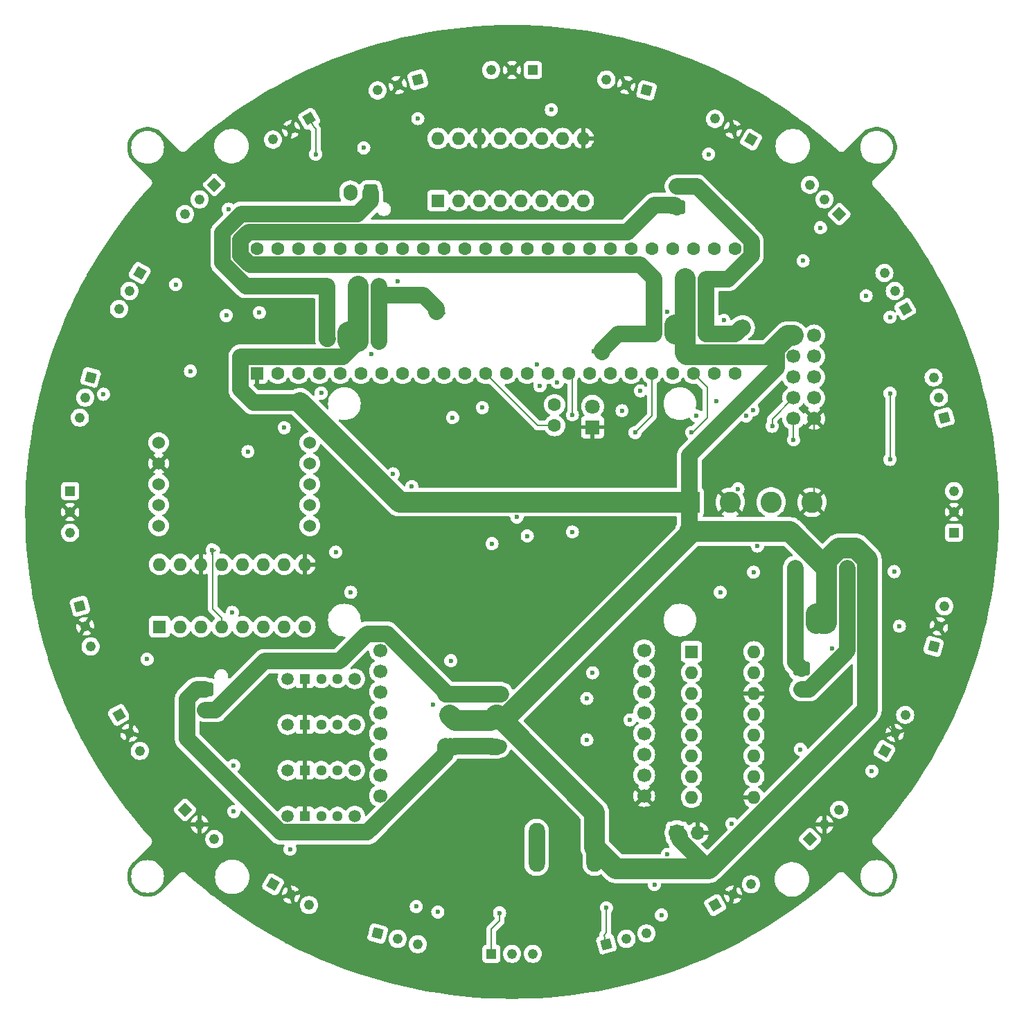
<source format=gbl>
%TF.GenerationSoftware,KiCad,Pcbnew,8.0.4*%
%TF.CreationDate,2024-12-12T22:54:30-05:00*%
%TF.ProjectId,Roboballers Pcb,526f626f-6261-46c6-9c65-727320506362,rev?*%
%TF.SameCoordinates,Original*%
%TF.FileFunction,Copper,L4,Bot*%
%TF.FilePolarity,Positive*%
%FSLAX46Y46*%
G04 Gerber Fmt 4.6, Leading zero omitted, Abs format (unit mm)*
G04 Created by KiCad (PCBNEW 8.0.4) date 2024-12-12 22:54:30*
%MOMM*%
%LPD*%
G01*
G04 APERTURE LIST*
G04 Aperture macros list*
%AMRoundRect*
0 Rectangle with rounded corners*
0 $1 Rounding radius*
0 $2 $3 $4 $5 $6 $7 $8 $9 X,Y pos of 4 corners*
0 Add a 4 corners polygon primitive as box body*
4,1,4,$2,$3,$4,$5,$6,$7,$8,$9,$2,$3,0*
0 Add four circle primitives for the rounded corners*
1,1,$1+$1,$2,$3*
1,1,$1+$1,$4,$5*
1,1,$1+$1,$6,$7*
1,1,$1+$1,$8,$9*
0 Add four rect primitives between the rounded corners*
20,1,$1+$1,$2,$3,$4,$5,0*
20,1,$1+$1,$4,$5,$6,$7,0*
20,1,$1+$1,$6,$7,$8,$9,0*
20,1,$1+$1,$8,$9,$2,$3,0*%
%AMRotRect*
0 Rectangle, with rotation*
0 The origin of the aperture is its center*
0 $1 length*
0 $2 width*
0 $3 Rotation angle, in degrees counterclockwise*
0 Add horizontal line*
21,1,$1,$2,0,0,$3*%
G04 Aperture macros list end*
%TA.AperFunction,ComponentPad*%
%ADD10R,1.219200X1.219200*%
%TD*%
%TA.AperFunction,ComponentPad*%
%ADD11C,1.219200*%
%TD*%
%TA.AperFunction,ComponentPad*%
%ADD12R,1.600000X1.600000*%
%TD*%
%TA.AperFunction,ComponentPad*%
%ADD13O,1.600000X1.600000*%
%TD*%
%TA.AperFunction,ComponentPad*%
%ADD14RotRect,1.219200X1.219200X255.000000*%
%TD*%
%TA.AperFunction,ComponentPad*%
%ADD15RotRect,1.219200X1.219200X105.000000*%
%TD*%
%TA.AperFunction,ComponentPad*%
%ADD16RotRect,1.219200X1.219200X165.000000*%
%TD*%
%TA.AperFunction,ComponentPad*%
%ADD17C,1.700000*%
%TD*%
%TA.AperFunction,ComponentPad*%
%ADD18RotRect,1.219200X1.219200X300.000000*%
%TD*%
%TA.AperFunction,ComponentPad*%
%ADD19RotRect,1.219200X1.219200X150.000000*%
%TD*%
%TA.AperFunction,ComponentPad*%
%ADD20R,1.800000X1.800000*%
%TD*%
%TA.AperFunction,ComponentPad*%
%ADD21C,1.800000*%
%TD*%
%TA.AperFunction,ComponentPad*%
%ADD22RotRect,1.219200X1.219200X225.000000*%
%TD*%
%TA.AperFunction,ComponentPad*%
%ADD23RotRect,1.219200X1.219200X30.000000*%
%TD*%
%TA.AperFunction,ComponentPad*%
%ADD24RotRect,1.219200X1.219200X135.000000*%
%TD*%
%TA.AperFunction,ComponentPad*%
%ADD25RotRect,1.219200X1.219200X240.000000*%
%TD*%
%TA.AperFunction,ComponentPad*%
%ADD26O,2.000000X6.000000*%
%TD*%
%TA.AperFunction,ComponentPad*%
%ADD27RotRect,1.219200X1.219200X60.000000*%
%TD*%
%TA.AperFunction,ComponentPad*%
%ADD28RotRect,1.219200X1.219200X210.000000*%
%TD*%
%TA.AperFunction,ComponentPad*%
%ADD29RotRect,1.219200X1.219200X120.000000*%
%TD*%
%TA.AperFunction,ComponentPad*%
%ADD30RoundRect,0.250000X-0.600000X-0.600000X0.600000X-0.600000X0.600000X0.600000X-0.600000X0.600000X0*%
%TD*%
%TA.AperFunction,ComponentPad*%
%ADD31R,1.295400X1.295400*%
%TD*%
%TA.AperFunction,ComponentPad*%
%ADD32C,1.295400*%
%TD*%
%TA.AperFunction,ComponentPad*%
%ADD33C,1.498600*%
%TD*%
%TA.AperFunction,ComponentPad*%
%ADD34C,1.600000*%
%TD*%
%TA.AperFunction,ComponentPad*%
%ADD35RotRect,1.219200X1.219200X285.000000*%
%TD*%
%TA.AperFunction,ComponentPad*%
%ADD36RotRect,1.219200X1.219200X15.000000*%
%TD*%
%TA.AperFunction,ComponentPad*%
%ADD37C,1.524000*%
%TD*%
%TA.AperFunction,ComponentPad*%
%ADD38RotRect,1.219200X1.219200X195.000000*%
%TD*%
%TA.AperFunction,ComponentPad*%
%ADD39RotRect,1.219200X1.219200X345.000000*%
%TD*%
%TA.AperFunction,ComponentPad*%
%ADD40RotRect,1.219200X1.219200X75.000000*%
%TD*%
%TA.AperFunction,ComponentPad*%
%ADD41RotRect,1.219200X1.219200X45.000000*%
%TD*%
%TA.AperFunction,ComponentPad*%
%ADD42R,1.700000X1.700000*%
%TD*%
%TA.AperFunction,ComponentPad*%
%ADD43O,1.700000X1.700000*%
%TD*%
%TA.AperFunction,ComponentPad*%
%ADD44RotRect,1.219200X1.219200X330.000000*%
%TD*%
%TA.AperFunction,ComponentPad*%
%ADD45RotRect,1.219200X1.219200X315.000000*%
%TD*%
%TA.AperFunction,ComponentPad*%
%ADD46R,2.600000X2.600000*%
%TD*%
%TA.AperFunction,ComponentPad*%
%ADD47C,2.600000*%
%TD*%
%TA.AperFunction,ComponentPad*%
%ADD48RoundRect,0.250000X-0.750000X0.600000X-0.750000X-0.600000X0.750000X-0.600000X0.750000X0.600000X0*%
%TD*%
%TA.AperFunction,ComponentPad*%
%ADD49O,2.000000X1.700000*%
%TD*%
%TA.AperFunction,ComponentPad*%
%ADD50RoundRect,0.250000X0.600000X0.750000X-0.600000X0.750000X-0.600000X-0.750000X0.600000X-0.750000X0*%
%TD*%
%TA.AperFunction,ComponentPad*%
%ADD51O,1.700000X2.000000*%
%TD*%
%TA.AperFunction,ComponentPad*%
%ADD52RoundRect,0.250000X0.750000X-0.600000X0.750000X0.600000X-0.750000X0.600000X-0.750000X-0.600000X0*%
%TD*%
%TA.AperFunction,ViaPad*%
%ADD53C,0.600000*%
%TD*%
%TA.AperFunction,ViaPad*%
%ADD54C,0.500000*%
%TD*%
%TA.AperFunction,Conductor*%
%ADD55C,2.000000*%
%TD*%
%TA.AperFunction,Conductor*%
%ADD56C,0.200000*%
%TD*%
%TA.AperFunction,Conductor*%
%ADD57C,1.500000*%
%TD*%
%TA.AperFunction,Conductor*%
%ADD58C,2.500000*%
%TD*%
G04 APERTURE END LIST*
D10*
%TO.P,U16,1,OUT*%
%TO.N,Net-(U16-OUT)*%
X97460000Y-154006000D03*
D11*
%TO.P,U16,2,Vs*%
%TO.N,unconnected-(U16-Vs-Pad2)*%
X100000000Y-154006000D03*
%TO.P,U16,3,GND*%
%TO.N,3.3v*%
X102540000Y-154006000D03*
%TD*%
D12*
%TO.P,U28,1,CH0*%
%TO.N,Net-(U28-CH0)*%
X56911000Y-114036000D03*
D13*
%TO.P,U28,2,CH1*%
%TO.N,Net-(U28-CH1)*%
X59451000Y-114036000D03*
%TO.P,U28,3,CH2*%
%TO.N,Net-(U28-CH2)*%
X61991000Y-114036000D03*
%TO.P,U28,4,CH3*%
%TO.N,Net-(U28-CH3)*%
X64531000Y-114036000D03*
%TO.P,U28,5,CH4*%
%TO.N,Net-(U28-CH4)*%
X67071000Y-114036000D03*
%TO.P,U28,6,CH5*%
%TO.N,Net-(U28-CH5)*%
X69611000Y-114036000D03*
%TO.P,U28,7,CH6*%
%TO.N,Net-(U28-CH6)*%
X72151000Y-114036000D03*
%TO.P,U28,8,CH7*%
%TO.N,Net-(U28-CH7)*%
X74691000Y-114036000D03*
%TO.P,U28,9,DGND*%
%TO.N,GND*%
X74691000Y-106416000D03*
%TO.P,U28,10,~{CS}/SHDN*%
%TO.N,CHIPSELECTIR2*%
X72151000Y-106416000D03*
%TO.P,U28,11,Din*%
%TO.N,MOSI*%
X69611000Y-106416000D03*
%TO.P,U28,12,Dout*%
%TO.N,MISO*%
X67071000Y-106416000D03*
%TO.P,U28,13,CLK*%
%TO.N,SCK(Clock Timing)*%
X64531000Y-106416000D03*
%TO.P,U28,14,AGND*%
%TO.N,GND*%
X61991000Y-106416000D03*
%TO.P,U28,15,Vref*%
%TO.N,3.3v*%
X59451000Y-106416000D03*
%TO.P,U28,16,Vdd*%
X56911000Y-106416000D03*
%TD*%
D14*
%TO.P,U32,1,OUT*%
%TO.N,Net-(U32-OUT)*%
X48491605Y-83568795D03*
D11*
%TO.P,U32,2,Vs*%
%TO.N,unconnected-(U32-Vs-Pad2)*%
X47834204Y-86022247D03*
%TO.P,U32,3,GND*%
%TO.N,3.3v*%
X47176804Y-88475699D03*
%TD*%
D15*
%TO.P,U35,1,OUT*%
%TO.N,Net-(U35-OUT)*%
X152823196Y-88475699D03*
D11*
%TO.P,U35,2,Vs*%
%TO.N,unconnected-(U35-Vs-Pad2)*%
X152165796Y-86022247D03*
%TO.P,U35,3,GND*%
%TO.N,3.3v*%
X151508395Y-83568795D03*
%TD*%
D16*
%TO.P,U25,1,OUT*%
%TO.N,Net-(U25-OUT)*%
X116431205Y-48491605D03*
D11*
%TO.P,U25,2,Vs*%
%TO.N,GND*%
X113977753Y-47834204D03*
%TO.P,U25,3,GND*%
%TO.N,3.3v*%
X111524301Y-47176804D03*
%TD*%
D17*
%TO.P,U11,A1,P1*%
%TO.N,TX*%
X83871000Y-116921000D03*
%TO.P,U11,A2,P2*%
%TO.N,RX*%
X83871000Y-119461000D03*
%TO.P,U11,A3,P3*%
%TO.N,unconnected-(U11-P3-PadA3)*%
X83871000Y-122001000D03*
%TO.P,U11,A4,P4*%
%TO.N,unconnected-(U11-P4-PadA4)*%
X83871000Y-124541000D03*
%TO.P,U11,A5,P5*%
%TO.N,unconnected-(U11-P5-PadA5)*%
X83871000Y-127081000D03*
%TO.P,U11,A6,P6*%
%TO.N,unconnected-(U11-P6-PadA6)*%
X83871000Y-129621000D03*
%TO.P,U11,A7,P7*%
%TO.N,unconnected-(U11-P7-PadA7)*%
X83871000Y-132161000D03*
%TO.P,U11,A8,3.3v*%
%TO.N,unconnected-(U11-3.3v-PadA8)*%
X83871000Y-134701000D03*
%TO.P,U11,B1,RST*%
%TO.N,unconnected-(U11-RST-PadB1)*%
X116129000Y-116921000D03*
%TO.P,U11,B2,BOOT*%
%TO.N,unconnected-(U11-BOOT-PadB2)*%
X116129000Y-119461000D03*
%TO.P,U11,B3,SYNC*%
%TO.N,unconnected-(U11-SYNC-PadB3)*%
X116129000Y-122001000D03*
%TO.P,U11,B4,P10*%
%TO.N,unconnected-(U11-P10-PadB4)*%
X116129000Y-124541000D03*
%TO.P,U11,B5,P9*%
%TO.N,unconnected-(U11-P9-PadB5)*%
X116129000Y-127081000D03*
%TO.P,U11,B6,P8*%
%TO.N,unconnected-(U11-P8-PadB6)*%
X116129000Y-129621000D03*
%TO.P,U11,B7,VIN*%
%TO.N,5v*%
X116129000Y-132161000D03*
%TO.P,U11,B8,GND*%
%TO.N,GND*%
X116129000Y-134701000D03*
%TD*%
D10*
%TO.P,U30,1,OUT*%
%TO.N,Net-(U30-OUT)*%
X45994000Y-97460000D03*
D11*
%TO.P,U30,2,Vs*%
%TO.N,GND*%
X45994000Y-100000000D03*
%TO.P,U30,3,GND*%
%TO.N,3.3v*%
X45994000Y-102540000D03*
%TD*%
D18*
%TO.P,U24,1,OUT*%
%TO.N,Net-(U24-OUT)*%
X51959404Y-124803295D03*
D11*
%TO.P,U24,2,Vs*%
%TO.N,GND*%
X53229404Y-127003000D03*
%TO.P,U24,3,GND*%
%TO.N,3.3v*%
X54499404Y-129202705D03*
%TD*%
D19*
%TO.P,U29,1,OUT*%
%TO.N,Net-(U29-OUT)*%
X129202705Y-54499404D03*
D11*
%TO.P,U29,2,Vs*%
%TO.N,GND*%
X127003000Y-53229404D03*
%TO.P,U29,3,GND*%
%TO.N,3.3v*%
X124803295Y-51959404D03*
%TD*%
D20*
%TO.P,D1,1,K*%
%TO.N,GND*%
X109831000Y-89642000D03*
D21*
%TO.P,D1,2,A*%
%TO.N,3.3v*%
X109831000Y-87102000D03*
%TD*%
D22*
%TO.P,U36,1,OUT*%
%TO.N,Net-(U36-OUT)*%
X63608009Y-60015906D03*
D11*
%TO.P,U36,2,Vs*%
%TO.N,unconnected-(U36-Vs-Pad2)*%
X61811957Y-61811957D03*
%TO.P,U36,3,GND*%
%TO.N,3.3v*%
X60015906Y-63608009D03*
%TD*%
D23*
%TO.P,U13,1,OUT*%
%TO.N,Net-(U13-OUT)*%
X124803295Y-148040596D03*
D11*
%TO.P,U13,2,Vs*%
%TO.N,GND*%
X127003000Y-146770596D03*
%TO.P,U13,3,GND*%
%TO.N,3.3v*%
X129202705Y-145500596D03*
%TD*%
D12*
%TO.P,U12,1,CH0*%
%TO.N,Net-(U12-CH0)*%
X121920000Y-117094000D03*
D13*
%TO.P,U12,2,CH1*%
%TO.N,Net-(U12-CH1)*%
X121920000Y-119634000D03*
%TO.P,U12,3,CH2*%
%TO.N,Net-(U12-CH2)*%
X121920000Y-122174000D03*
%TO.P,U12,4,CH3*%
%TO.N,Net-(U12-CH3)*%
X121920000Y-124714000D03*
%TO.P,U12,5,CH4*%
%TO.N,Net-(U12-CH4)*%
X121920000Y-127254000D03*
%TO.P,U12,6,CH5*%
%TO.N,Net-(U12-CH5)*%
X121920000Y-129794000D03*
%TO.P,U12,7,CH6*%
%TO.N,Net-(U12-CH6)*%
X121920000Y-132334000D03*
%TO.P,U12,8,CH7*%
%TO.N,Net-(U12-CH7)*%
X121920000Y-134874000D03*
%TO.P,U12,9,DGND*%
%TO.N,GND*%
X129540000Y-134874000D03*
%TO.P,U12,10,~{CS}/SHDN*%
%TO.N,CHIPSELECTIR1*%
X129540000Y-132334000D03*
%TO.P,U12,11,Din*%
%TO.N,MOSI*%
X129540000Y-129794000D03*
%TO.P,U12,12,Dout*%
%TO.N,MISO*%
X129540000Y-127254000D03*
%TO.P,U12,13,CLK*%
%TO.N,SCK(Clock Timing)*%
X129540000Y-124714000D03*
%TO.P,U12,14,AGND*%
%TO.N,GND*%
X129540000Y-122174000D03*
%TO.P,U12,15,Vref*%
%TO.N,3.3v*%
X129540000Y-119634000D03*
%TO.P,U12,16,Vdd*%
X129540000Y-117094000D03*
%TD*%
D24*
%TO.P,U31,1,OUT*%
%TO.N,Net-(U31-OUT)*%
X139984094Y-63608009D03*
D11*
%TO.P,U31,2,Vs*%
%TO.N,unconnected-(U31-Vs-Pad2)*%
X138188043Y-61811957D03*
%TO.P,U31,3,GND*%
%TO.N,3.3v*%
X136391991Y-60015906D03*
%TD*%
D25*
%TO.P,U34,1,OUT*%
%TO.N,Net-(U34-OUT)*%
X54499404Y-70797295D03*
D11*
%TO.P,U34,2,Vs*%
%TO.N,unconnected-(U34-Vs-Pad2)*%
X53229404Y-72997000D03*
%TO.P,U34,3,GND*%
%TO.N,3.3v*%
X51959404Y-75196705D03*
%TD*%
D26*
%TO.P,U17,1,Power*%
%TO.N,Net-(J5-Pin_2)*%
X103000000Y-141000000D03*
%TO.P,U17,2,ACC*%
%TO.N,12v*%
X110100000Y-141000000D03*
%TD*%
D27*
%TO.P,U9,1,OUT*%
%TO.N,Net-(U9-OUT)*%
X145500596Y-129202705D03*
D11*
%TO.P,U9,2,Vs*%
%TO.N,GND*%
X146770596Y-127003000D03*
%TO.P,U9,3,GND*%
%TO.N,3.3v*%
X148040596Y-124803295D03*
%TD*%
D28*
%TO.P,U19,1,OUT*%
%TO.N,Net-(U19-OUT)*%
X75196705Y-51959404D03*
D11*
%TO.P,U19,2,Vs*%
%TO.N,GND*%
X72997000Y-53229404D03*
%TO.P,U19,3,GND*%
%TO.N,3.3v*%
X70797295Y-54499404D03*
%TD*%
D29*
%TO.P,U33,1,OUT*%
%TO.N,Net-(U33-OUT)*%
X148040596Y-75196705D03*
D11*
%TO.P,U33,2,Vs*%
%TO.N,unconnected-(U33-Vs-Pad2)*%
X146770596Y-72997000D03*
%TO.P,U33,3,GND*%
%TO.N,3.3v*%
X145500596Y-70797295D03*
%TD*%
D30*
%TO.P,J7,1,Pin_1*%
%TO.N,12v*%
X134366000Y-78460000D03*
D17*
%TO.P,J7,2,Pin_2*%
%TO.N,CLS1*%
X136906000Y-78460000D03*
%TO.P,J7,3,Pin_3*%
%TO.N,3.3v*%
X134366000Y-81000000D03*
%TO.P,J7,4,Pin_4*%
%TO.N,CLS2*%
X136906000Y-81000000D03*
%TO.P,J7,5,Pin_5*%
%TO.N,MOSI*%
X134366000Y-83540000D03*
%TO.P,J7,6,Pin_6*%
%TO.N,CLS3*%
X136906000Y-83540000D03*
%TO.P,J7,7,Pin_7*%
%TO.N,MISO*%
X134366000Y-86080000D03*
%TO.P,J7,8,Pin_8*%
%TO.N,Kicker*%
X136906000Y-86080000D03*
%TO.P,J7,9,Pin_9*%
%TO.N,SCK(Clock Timing)*%
X134366000Y-88620000D03*
%TO.P,J7,10,Pin_10*%
%TO.N,GND*%
X136906000Y-88620000D03*
%TD*%
D31*
%TO.P,SW1,1,1*%
%TO.N,GND*%
X74672000Y-137160000D03*
D32*
%TO.P,SW1,2,2*%
%TO.N,Calibrate *%
X76672000Y-137160000D03*
%TO.P,SW1,3,3*%
%TO.N,3.3v*%
X78672001Y-137160000D03*
D33*
%TO.P,SW1,4*%
%TO.N,N/C*%
X72571999Y-137160000D03*
%TO.P,SW1,5*%
X80772000Y-137160000D03*
%TD*%
D31*
%TO.P,SW2,1,1*%
%TO.N,GND*%
X74672000Y-131572000D03*
D32*
%TO.P,SW2,2,2*%
%TO.N,Offense*%
X76672000Y-131572000D03*
%TO.P,SW2,3,3*%
%TO.N,3.3v*%
X78672001Y-131572000D03*
D33*
%TO.P,SW2,4*%
%TO.N,N/C*%
X72571999Y-131572000D03*
%TO.P,SW2,5*%
X80772000Y-131572000D03*
%TD*%
D34*
%TO.P,R40,1*%
%TO.N,R_Photo*%
X105181000Y-89442000D03*
%TO.P,R40,2*%
%TO.N,3.3v*%
X105181000Y-86902000D03*
%TD*%
D35*
%TO.P,U26,1,OUT*%
%TO.N,Net-(U26-OUT)*%
X47176804Y-111524301D03*
D11*
%TO.P,U26,2,Vs*%
%TO.N,GND*%
X47834204Y-113977753D03*
%TO.P,U26,3,GND*%
%TO.N,3.3v*%
X48491605Y-116431205D03*
%TD*%
D36*
%TO.P,U14,1,OUT*%
%TO.N,Net-(U14-OUT)*%
X111524301Y-152823196D03*
D11*
%TO.P,U14,2,Vs*%
%TO.N,unconnected-(U14-Vs-Pad2)*%
X113977753Y-152165796D03*
%TO.P,U14,3,GND*%
%TO.N,3.3v*%
X116431205Y-151508395D03*
%TD*%
D37*
%TO.P,U15,1,3.3v*%
%TO.N,3.3v*%
X56810000Y-91542000D03*
%TO.P,U15,2,GND*%
%TO.N,GND*%
X56810000Y-94082000D03*
%TO.P,U15,3,SCL*%
%TO.N,SCL*%
X56810000Y-96622000D03*
%TO.P,U15,4,SDA*%
%TO.N,SDA*%
X56810000Y-99162000D03*
%TO.P,U15,5*%
%TO.N,N/C*%
X56810000Y-101702000D03*
%TO.P,U15,6*%
X75270000Y-91542000D03*
%TO.P,U15,7*%
X75270000Y-96622000D03*
%TO.P,U15,8*%
X75270000Y-101702000D03*
%TO.P,U15,9*%
X75270000Y-94082000D03*
%TO.P,U15,10*%
X75270000Y-99162000D03*
%TD*%
D38*
%TO.P,U21,1,OUT*%
%TO.N,Net-(U21-OUT)*%
X88475699Y-47176804D03*
D11*
%TO.P,U21,2,Vs*%
%TO.N,GND*%
X86022247Y-47834204D03*
%TO.P,U21,3,GND*%
%TO.N,3.3v*%
X83568795Y-48491605D03*
%TD*%
D39*
%TO.P,U18,1,OUT*%
%TO.N,Net-(U18-OUT)*%
X83568795Y-151508395D03*
D11*
%TO.P,U18,2,Vs*%
%TO.N,unconnected-(U18-Vs-Pad2)*%
X86022247Y-152165796D03*
%TO.P,U18,3,GND*%
%TO.N,3.3v*%
X88475699Y-152823196D03*
%TD*%
D10*
%TO.P,U23,1,OUT*%
%TO.N,Net-(U23-OUT)*%
X102540000Y-45994000D03*
D11*
%TO.P,U23,2,Vs*%
%TO.N,GND*%
X100000000Y-45994000D03*
%TO.P,U23,3,GND*%
%TO.N,3.3v*%
X97460000Y-45994000D03*
%TD*%
D10*
%TO.P,U6,1,OUT*%
%TO.N,Net-(U6-OUT)*%
X154006000Y-102540000D03*
D11*
%TO.P,U6,2,Vs*%
%TO.N,GND*%
X154006000Y-100000000D03*
%TO.P,U6,3,GND*%
%TO.N,3.3v*%
X154006000Y-97460000D03*
%TD*%
D40*
%TO.P,U8,1,OUT*%
%TO.N,Net-(U8-OUT)*%
X151508395Y-116431205D03*
D11*
%TO.P,U8,2,Vs*%
%TO.N,GND*%
X152165796Y-113977753D03*
%TO.P,U8,3,GND*%
%TO.N,3.3v*%
X152823196Y-111524301D03*
%TD*%
D31*
%TO.P,SW3,1,1*%
%TO.N,GND*%
X74672000Y-125984000D03*
D32*
%TO.P,SW3,2,2*%
%TO.N,Blue*%
X76672000Y-125984000D03*
%TO.P,SW3,3,3*%
%TO.N,3.3v*%
X78672001Y-125984000D03*
D33*
%TO.P,SW3,4*%
%TO.N,N/C*%
X72571999Y-125984000D03*
%TO.P,SW3,5*%
X80772000Y-125984000D03*
%TD*%
D41*
%TO.P,U10,1,OUT*%
%TO.N,Net-(U10-OUT)*%
X136391991Y-139984094D03*
D11*
%TO.P,U10,2,Vs*%
%TO.N,GND*%
X138188043Y-138188043D03*
%TO.P,U10,3,GND*%
%TO.N,3.3v*%
X139984094Y-136391991D03*
%TD*%
D12*
%TO.P,U5,1,GND*%
%TO.N,GND*%
X68834000Y-83058000D03*
D34*
%TO.P,U5,2,0_RX1_CRX2_CS1*%
%TO.N,unconnected-(U5-0_RX1_CRX2_CS1-Pad2)*%
X71374000Y-83058000D03*
%TO.P,U5,3,1_TX1_CTX2_MISO1*%
%TO.N,unconnected-(U5-1_TX1_CTX2_MISO1-Pad3)*%
X73914000Y-83058000D03*
%TO.P,U5,4,2_OUT2*%
%TO.N,Direction1(1)*%
X76454000Y-83058000D03*
%TO.P,U5,5,3_LRCLK2*%
%TO.N,Direction2(1)*%
X78994000Y-83058000D03*
%TO.P,U5,6,4_BCLK2*%
%TO.N,Direction1(2)*%
X81534000Y-83058000D03*
%TO.P,U5,7,5_IN2*%
%TO.N,Direction2(2)*%
X84074000Y-83058000D03*
%TO.P,U5,8,6_OUT1D*%
%TO.N,Direction1(3)*%
X86614000Y-83058000D03*
%TO.P,U5,9,7_RX2_OUT1A*%
%TO.N,RX*%
X89154000Y-83058000D03*
%TO.P,U5,10,8_TX2_IN1*%
%TO.N,TX*%
X91694000Y-83058000D03*
%TO.P,U5,11,9_OUT1C*%
%TO.N,Direction2(3)*%
X94234000Y-83058000D03*
%TO.P,U5,12,10_CS_MQSR*%
%TO.N,R_Photo*%
X96774000Y-83058000D03*
%TO.P,U5,13,11_MOSI_CTX1*%
%TO.N,MOSI*%
X99314000Y-83058000D03*
%TO.P,U5,14,12_MISO_MQSL*%
%TO.N,MISO*%
X101854000Y-83058000D03*
%TO.P,U5,15,3V3*%
%TO.N,unconnected-(U5-3V3-Pad15)*%
X104394000Y-83058000D03*
%TO.P,U5,16,24_A10_TX6_SCL2*%
%TO.N,PWM1*%
X106934000Y-83058000D03*
%TO.P,U5,17,25_A11_RX6_SDA2*%
%TO.N,PWM2*%
X109474000Y-83058000D03*
%TO.P,U5,18,26_A12_MOSI1*%
%TO.N,Kicker*%
X112014000Y-83058000D03*
%TO.P,U5,19,27_A13_SCK1*%
%TO.N,Start*%
X114554000Y-83058000D03*
%TO.P,U5,20,28_RX7*%
%TO.N,Blue*%
X117094000Y-83058000D03*
%TO.P,U5,21,29_TX7*%
%TO.N,Calibrate *%
X119634000Y-83058000D03*
%TO.P,U5,22,30_CRX3*%
%TO.N,Offense*%
X122174000Y-83058000D03*
%TO.P,U5,23,31_CTX3*%
%TO.N,Direction1(4)*%
X124714000Y-83058000D03*
%TO.P,U5,24,32_OUT1B*%
%TO.N,Direction2(4)*%
X127254000Y-83058000D03*
%TO.P,U5,25,33_MCLK2*%
%TO.N,unconnected-(U5-33_MCLK2-Pad25)*%
X127254000Y-67818000D03*
%TO.P,U5,26,34_RX8*%
%TO.N,unconnected-(U5-34_RX8-Pad26)*%
X124714000Y-67818000D03*
%TO.P,U5,27,35_TX8*%
%TO.N,unconnected-(U5-35_TX8-Pad27)*%
X122174000Y-67818000D03*
%TO.P,U5,28,36_CS*%
%TO.N,CHIPSELECTIR3*%
X119634000Y-67818000D03*
%TO.P,U5,29,37_CS*%
%TO.N,CHIPSELECTIR2*%
X117094000Y-67818000D03*
%TO.P,U5,30,38_CS1_IN1*%
%TO.N,CHIPSELECTIR1*%
X114554000Y-67818000D03*
%TO.P,U5,31,39_MISO1_OUT1A*%
%TO.N,unconnected-(U5-39_MISO1_OUT1A-Pad31)*%
X112014000Y-67818000D03*
%TO.P,U5,32,40_A16*%
%TO.N,unconnected-(U5-40_A16-Pad32)*%
X109474000Y-67818000D03*
%TO.P,U5,33,41_A17*%
%TO.N,unconnected-(U5-41_A17-Pad33)*%
X106934000Y-67818000D03*
%TO.P,U5,34,GND*%
%TO.N,unconnected-(U5-GND-Pad34)*%
X104394000Y-67818000D03*
%TO.P,U5,35,13_SCK_LED*%
%TO.N,SCK(Clock Timing)*%
X101854000Y-67818000D03*
%TO.P,U5,36,14_A0_TX3_SPDIF_OUT*%
%TO.N,unconnected-(U5-14_A0_TX3_SPDIF_OUT-Pad36)*%
X99314000Y-67818000D03*
%TO.P,U5,37,15_A1_RX3_SPDIF_IN*%
%TO.N,unconnected-(U5-15_A1_RX3_SPDIF_IN-Pad37)*%
X96774000Y-67818000D03*
%TO.P,U5,38,16_A2_RX4_SCL1*%
%TO.N,unconnected-(U5-16_A2_RX4_SCL1-Pad38)*%
X94234000Y-67818000D03*
%TO.P,U5,39,17_A3_TX4_SDA1*%
%TO.N,unconnected-(U5-17_A3_TX4_SDA1-Pad39)*%
X91694000Y-67818000D03*
%TO.P,U5,40,18_A4_SDA*%
%TO.N,SDA*%
X89154000Y-67818000D03*
%TO.P,U5,41,19_A5_SCL*%
%TO.N,SCL*%
X86614000Y-67818000D03*
%TO.P,U5,42,20_A6_TX5_LRCLK1*%
%TO.N,unconnected-(U5-20_A6_TX5_LRCLK1-Pad42)*%
X84074000Y-67818000D03*
%TO.P,U5,43,21_A7_RX5_BCLK1*%
%TO.N,unconnected-(U5-21_A7_RX5_BCLK1-Pad43)*%
X81534000Y-67818000D03*
%TO.P,U5,44,22_A8_CTX1*%
%TO.N,PWM3*%
X78994000Y-67818000D03*
%TO.P,U5,45,23_A9_CRX1_MCLK1*%
%TO.N,PWM4*%
X76454000Y-67818000D03*
%TO.P,U5,46,3V3*%
%TO.N,3.3v*%
X73914000Y-67818000D03*
%TO.P,U5,47,GND*%
%TO.N,GND*%
X71374000Y-67818000D03*
%TO.P,U5,48,VIN*%
%TO.N,5v*%
X68834000Y-67818000D03*
%TD*%
D42*
%TO.P,J6,1,Pin_1*%
%TO.N,12v*%
X120137000Y-139192000D03*
D43*
%TO.P,J6,2,Pin_2*%
%TO.N,GND*%
X122677000Y-139192000D03*
%TD*%
D44*
%TO.P,U20,1,OUT*%
%TO.N,Net-(U20-OUT)*%
X70797295Y-145500596D03*
D11*
%TO.P,U20,2,Vs*%
%TO.N,GND*%
X72997000Y-146770596D03*
%TO.P,U20,3,GND*%
%TO.N,3.3v*%
X75196705Y-148040596D03*
%TD*%
D45*
%TO.P,U22,1,OUT*%
%TO.N,Net-(U22-OUT)*%
X60015906Y-136391991D03*
D11*
%TO.P,U22,2,Vs*%
%TO.N,GND*%
X61811957Y-138188043D03*
%TO.P,U22,3,GND*%
%TO.N,3.3v*%
X63608009Y-139984094D03*
%TD*%
D31*
%TO.P,SW4,1,1*%
%TO.N,GND*%
X74672000Y-120396000D03*
D32*
%TO.P,SW4,2,2*%
%TO.N,Start*%
X76672000Y-120396000D03*
%TO.P,SW4,3,3*%
%TO.N,3.3v*%
X78672001Y-120396000D03*
D33*
%TO.P,SW4,4*%
%TO.N,N/C*%
X72571999Y-120396000D03*
%TO.P,SW4,5*%
X80772000Y-120396000D03*
%TD*%
D12*
%TO.P,U27,1,CH0*%
%TO.N,Net-(U27-CH0)*%
X90932000Y-61976000D03*
D13*
%TO.P,U27,2,CH1*%
%TO.N,Net-(U27-CH1)*%
X93472000Y-61976000D03*
%TO.P,U27,3,CH2*%
%TO.N,Net-(U27-CH2)*%
X96012000Y-61976000D03*
%TO.P,U27,4,CH3*%
%TO.N,Net-(U27-CH3)*%
X98552000Y-61976000D03*
%TO.P,U27,5,CH4*%
%TO.N,Net-(U27-CH4)*%
X101092000Y-61976000D03*
%TO.P,U27,6,CH5*%
%TO.N,Net-(U27-CH5)*%
X103632000Y-61976000D03*
%TO.P,U27,7,CH6*%
%TO.N,Net-(U27-CH6)*%
X106172000Y-61976000D03*
%TO.P,U27,8,CH7*%
%TO.N,Net-(U27-CH7)*%
X108712000Y-61976000D03*
%TO.P,U27,9,DGND*%
%TO.N,GND*%
X108712000Y-54356000D03*
%TO.P,U27,10,~{CS}/SHDN*%
%TO.N,CHIPSELECTIR3*%
X106172000Y-54356000D03*
%TO.P,U27,11,Din*%
%TO.N,MOSI*%
X103632000Y-54356000D03*
%TO.P,U27,12,Dout*%
%TO.N,MISO*%
X101092000Y-54356000D03*
%TO.P,U27,13,CLK*%
%TO.N,SCK(Clock Timing)*%
X98552000Y-54356000D03*
%TO.P,U27,14,AGND*%
%TO.N,GND*%
X96012000Y-54356000D03*
%TO.P,U27,15,Vref*%
%TO.N,3.3v*%
X93472000Y-54356000D03*
%TO.P,U27,16,Vdd*%
X90932000Y-54356000D03*
%TD*%
D46*
%TO.P,U7,1,IN+*%
%TO.N,12v*%
X121652000Y-98806000D03*
D47*
%TO.P,U7,2,IN-*%
%TO.N,GND*%
X126652000Y-98806000D03*
%TO.P,U7,3,OUT+*%
%TO.N,5v*%
X131652000Y-98806000D03*
%TO.P,U7,4,OUT-*%
%TO.N,GND*%
X136652000Y-98806000D03*
%TD*%
D48*
%TO.P,J3,1,Pin_1*%
%TO.N,Net-(J3-Pin_1)*%
X62467000Y-121686000D03*
D49*
%TO.P,J3,2,Pin_2*%
%TO.N,Net-(J3-Pin_2)*%
X62467000Y-124186000D03*
%TD*%
D48*
%TO.P,J1,1,Pin_1*%
%TO.N,Net-(J1-Pin_1)*%
X135382000Y-119166000D03*
D49*
%TO.P,J1,2,Pin_2*%
%TO.N,Net-(J1-Pin_2)*%
X135382000Y-121666000D03*
%TD*%
D50*
%TO.P,J2,1,Pin_1*%
%TO.N,Net-(J2-Pin_1)*%
X82728000Y-60992000D03*
D51*
%TO.P,J2,2,Pin_2*%
%TO.N,Net-(J2-Pin_2)*%
X80228000Y-60992000D03*
%TD*%
D52*
%TO.P,J4,1,Pin_1*%
%TO.N,Net-(J4-Pin_1)*%
X120142000Y-62738000D03*
D49*
%TO.P,J4,2,Pin_2*%
%TO.N,Net-(J4-Pin_2)*%
X120142000Y-60238000D03*
%TD*%
D53*
%TO.N,Net-(J1-Pin_1)*%
X134620000Y-107391200D03*
X134620000Y-113080800D03*
X134620000Y-106730800D03*
X134620000Y-108051600D03*
X134620000Y-113741200D03*
X134620000Y-112431997D03*
%TO.N,Net-(J1-Pin_2)*%
X140970000Y-113030000D03*
X140970000Y-113690400D03*
X140970000Y-112369600D03*
X140970000Y-106730800D03*
X140970000Y-108051600D03*
X140970000Y-107391200D03*
D54*
%TO.N,Net-(J2-Pin_2)*%
X91592400Y-75692000D03*
X91287600Y-75184000D03*
D53*
X83769200Y-72288400D03*
X83769200Y-72948800D03*
D54*
X90779600Y-75539600D03*
D53*
X83769200Y-79248000D03*
X83769200Y-78587600D03*
D54*
X91084400Y-76047600D03*
D53*
X83769200Y-73609200D03*
X83769200Y-77927200D03*
%TO.N,Net-(J2-Pin_1)*%
X77419200Y-72288400D03*
X77419200Y-73609200D03*
X77419200Y-78587600D03*
X77419200Y-79248000D03*
X77419200Y-72948800D03*
X77419200Y-77927200D03*
%TO.N,Net-(J3-Pin_2)*%
X92405200Y-122275600D03*
X91744800Y-122276000D03*
X93065600Y-122276000D03*
X98653600Y-122276000D03*
X97536000Y-122276000D03*
X98094800Y-122276000D03*
%TO.N,Net-(J3-Pin_1)*%
X93116400Y-128625600D03*
X97434400Y-128626000D03*
X98094800Y-128626000D03*
X92456000Y-128626000D03*
X98755200Y-128626000D03*
X91795600Y-128626000D03*
%TO.N,Net-(J4-Pin_1)*%
X110010500Y-80331000D03*
X117348000Y-78384400D03*
X117348000Y-77063600D03*
X117348000Y-72745600D03*
X117348000Y-72085200D03*
X117348000Y-71424800D03*
X117348000Y-77724000D03*
D54*
%TO.N,Net-(J4-Pin_2)*%
X128727200Y-78028800D03*
D53*
X123698000Y-72745600D03*
X123698000Y-77724000D03*
X123698000Y-77063600D03*
X123698000Y-72085200D03*
D54*
X128727000Y-77470000D03*
D53*
X123698000Y-78384400D03*
X123698000Y-71374000D03*
D54*
X128168000Y-77470000D03*
X128118000Y-78028800D03*
D53*
%TO.N,Net-(U12-CH7)*%
X146688200Y-107292600D03*
X143968600Y-131679800D03*
%TO.N,GND*%
X132551300Y-111928100D03*
X132551300Y-106575600D03*
X97515500Y-48478500D03*
X68552700Y-78600200D03*
X146060500Y-120319900D03*
X67813000Y-60870500D03*
%TO.N,Net-(U12-CH6)*%
X135242800Y-129014900D03*
%TO.N,Net-(U12-CH4)*%
X126863900Y-138116600D03*
%TO.N,Net-(U12-CH3)*%
X118985300Y-141840800D03*
%TO.N,Net-(U12-CH2)*%
X118246500Y-149262200D03*
%TO.N,Net-(U12-CH1)*%
X117389000Y-145545000D03*
%TO.N,Net-(U12-CH0)*%
X92506800Y-118191000D03*
X90927800Y-148889400D03*
%TO.N,Net-(U27-CH7)*%
X81871800Y-55513300D03*
%TO.N,Net-(U28-CH7)*%
X72873500Y-141232500D03*
%TO.N,Net-(U28-CH6)*%
X65993100Y-130997900D03*
X65993100Y-136617000D03*
%TO.N,Net-(U27-CH5)*%
X104799800Y-50854600D03*
%TO.N,Net-(U28-CH5)*%
X55399000Y-117998100D03*
%TO.N,Net-(U28-CH3)*%
X63347200Y-104648600D03*
%TO.N,Net-(U27-CH2)*%
X137684900Y-65274600D03*
%TO.N,Net-(U28-CH2)*%
X60686200Y-82798200D03*
X50060300Y-85617300D03*
%TO.N,Net-(U27-CH1)*%
X143258500Y-73591200D03*
%TO.N,Net-(U28-CH1)*%
X58899600Y-72202500D03*
%TO.N,Net-(U27-CH0)*%
X146189400Y-76204400D03*
X146189400Y-85494900D03*
X146189400Y-93593700D03*
%TO.N,Net-(U28-CH0)*%
X65339000Y-62999800D03*
X65819600Y-112273400D03*
%TO.N,SCK(Clock Timing)*%
X135558800Y-69318200D03*
X134402200Y-91178600D03*
X100584000Y-100641600D03*
%TO.N,MISO*%
X129987100Y-104160600D03*
X101854000Y-102932800D03*
X131784200Y-89529200D03*
%TO.N,12v*%
X121158000Y-71374000D03*
X97434400Y-126086000D03*
X81229200Y-78587600D03*
X79959200Y-79248000D03*
X98094800Y-126085600D03*
X98755200Y-126085600D03*
X119888000Y-77724000D03*
X81229200Y-72948800D03*
X138430000Y-106730800D03*
X93116400Y-124815600D03*
X81229200Y-79248000D03*
X121158000Y-72745600D03*
X137160000Y-113690400D03*
X119888000Y-78384400D03*
X138430000Y-113030000D03*
X137160000Y-113030000D03*
X92456000Y-124816000D03*
X119888000Y-77063600D03*
X98755200Y-124815600D03*
X81229200Y-77927200D03*
X138430000Y-112369600D03*
X91795600Y-124816000D03*
X121158000Y-72085200D03*
X138430000Y-107391200D03*
X138430000Y-113690400D03*
X137160000Y-112369600D03*
X138430000Y-108051600D03*
X121158000Y-77063600D03*
X121158000Y-78384400D03*
X79959200Y-78587600D03*
X81229200Y-73609200D03*
X81229200Y-72288400D03*
X98094800Y-124841000D03*
X79959200Y-77927200D03*
X97434400Y-124841000D03*
X121158000Y-77724000D03*
%TO.N,MOSI*%
X105530300Y-84163900D03*
X129435400Y-87545000D03*
X97544200Y-103882200D03*
%TO.N,Direction1(1)*%
X78443600Y-104913000D03*
X125432200Y-109827400D03*
%TO.N,Direction2(1)*%
X139133700Y-116660900D03*
X80274600Y-109827400D03*
%TO.N,Direction1(2)*%
X109133300Y-122790100D03*
X103411600Y-84598600D03*
%TO.N,Direction2(2)*%
X109134300Y-127859300D03*
X103036000Y-81956300D03*
%TO.N,Net-(U4-INA)*%
X122509400Y-88259300D03*
X118984100Y-75568700D03*
%TO.N,Net-(U4-INB)*%
X124968000Y-86423400D03*
X125864800Y-76590300D03*
%TO.N,PWM1*%
X107373000Y-88133600D03*
X107373000Y-102455800D03*
X129504800Y-107370200D03*
%TO.N,Net-(U2-PWM)*%
X86049300Y-71815100D03*
X65073100Y-75990500D03*
%TO.N,PWM3*%
X69107100Y-75637900D03*
%TO.N,Net-(U3-PWM)*%
X92730600Y-88477700D03*
X90304600Y-123571000D03*
%TO.N,Net-(U8-OUT)*%
X147330400Y-113965200D03*
%TO.N,CHIPSELECTIR1*%
X128600500Y-88277200D03*
X113442800Y-87636300D03*
%TO.N,Net-(U14-OUT)*%
X111524300Y-148380600D03*
%TO.N,Net-(U16-OUT)*%
X98467100Y-149000000D03*
%TO.N,Net-(U18-OUT)*%
X88286600Y-148224000D03*
%TO.N,Net-(U19-OUT)*%
X76001000Y-56283300D03*
%TO.N,Net-(U21-OUT)*%
X88475700Y-51937700D03*
%TO.N,CHIPSELECTIR2*%
X72151000Y-89711400D03*
X96361200Y-87253000D03*
X115689000Y-85200300D03*
%TO.N,Net-(U29-OUT)*%
X124015700Y-56283700D03*
%TO.N,Calibrate *%
X82804000Y-80678000D03*
%TO.N,Offense*%
X114397500Y-125416200D03*
X121939300Y-90293700D03*
%TO.N,Blue*%
X115028300Y-90309800D03*
X109830200Y-119656200D03*
%TO.N,Start*%
X76672000Y-85481200D03*
%TO.N,SDA*%
X87751600Y-96898200D03*
%TO.N,5v*%
X127589900Y-97195000D03*
X67718900Y-92627000D03*
%TO.N,SCL*%
X85446100Y-95352000D03*
%TD*%
D55*
%TO.N,Net-(J1-Pin_1)*%
X134620000Y-107340000D02*
X134620000Y-106883000D01*
X134620000Y-112573000D02*
X134620000Y-113081000D01*
X134620000Y-107899000D02*
X134620000Y-107950000D01*
X134620000Y-113640000D02*
X134620000Y-118404000D01*
X134620000Y-113589000D02*
X134620000Y-113640000D01*
X134620000Y-106883000D02*
X134620000Y-106832000D01*
X134620000Y-112431997D02*
X134620000Y-106832000D01*
X134620000Y-112573000D02*
X134620000Y-113081000D01*
X134620000Y-113589000D02*
X134620000Y-113640000D01*
X134620000Y-118404000D02*
X135382000Y-119166000D01*
X134620000Y-112522000D02*
X134620000Y-112573000D01*
X134620000Y-107950000D02*
X134620000Y-112522000D01*
X134620000Y-113640000D02*
X134620000Y-118404000D01*
X134620000Y-113640000D02*
X134620000Y-118404000D01*
X134620000Y-112522000D02*
X134620000Y-107950000D01*
X134620000Y-113132000D02*
X134620000Y-113589000D01*
X134620000Y-112573000D02*
X134620000Y-112522000D01*
X134620000Y-112431997D02*
X134620000Y-113132000D01*
X134620000Y-107391000D02*
X134620000Y-107899000D01*
X134620000Y-113589000D02*
X134620000Y-113640000D01*
X134620000Y-107340000D02*
X134620000Y-107391000D01*
%TO.N,Net-(J1-Pin_2)*%
X140970000Y-112522000D02*
X140970000Y-107950000D01*
X140970000Y-113081000D02*
X140970000Y-112522000D01*
X140970000Y-116986000D02*
X136290000Y-121666000D01*
X140970000Y-106934000D02*
X140970000Y-106832000D01*
X136290000Y-121666000D02*
X135382000Y-121666000D01*
X140970000Y-107950000D02*
X140970000Y-107442000D01*
X140970000Y-113589000D02*
X140970000Y-116986000D01*
X140970000Y-107442000D02*
X140970000Y-106934000D01*
X140970000Y-113589000D02*
X140970000Y-113081000D01*
%TO.N,Net-(J2-Pin_2)*%
X89154000Y-73507600D02*
X90728800Y-75082400D01*
X83769200Y-73507600D02*
X89154000Y-73507600D01*
X83769200Y-73507600D02*
X83769200Y-72999600D01*
X90779600Y-75539600D02*
X90728800Y-75438000D01*
X83769200Y-72491600D02*
X83769200Y-72999600D01*
X90728800Y-75082400D02*
X90779600Y-75539600D01*
X83769200Y-72999600D02*
X83769200Y-72491600D01*
X83769200Y-72999600D02*
X83769200Y-73507600D01*
X83769200Y-79146400D02*
X83769200Y-78587600D01*
X83769200Y-72440800D02*
X83769200Y-72491600D01*
X83769200Y-72491600D02*
X83769200Y-72440800D01*
X83769200Y-78079600D02*
X83769200Y-73507600D01*
X83769200Y-78587600D02*
X83769200Y-78079600D01*
%TO.N,Net-(J2-Pin_1)*%
X66922800Y-63569900D02*
X81150100Y-63569900D01*
X77419200Y-78028800D02*
X77419200Y-73507600D01*
X77419200Y-73507600D02*
X77419200Y-72948800D01*
X77419200Y-78536800D02*
X77419200Y-78587600D01*
X77419200Y-78079600D02*
X77419200Y-78536800D01*
X82728000Y-61992000D02*
X82728000Y-60992000D01*
X77419200Y-72390000D02*
X77419200Y-72948800D01*
X77419200Y-78587600D02*
X77419200Y-78841600D01*
X77419200Y-78028800D02*
X77419200Y-78079600D01*
X81150100Y-63569900D02*
X82728000Y-61992000D01*
D56*
X77419200Y-79146400D02*
X77419200Y-79095600D01*
D55*
X77419200Y-78858000D02*
X77419200Y-78841600D01*
X64634000Y-69557700D02*
X64634000Y-65858700D01*
D56*
X77419200Y-79095600D02*
X77419200Y-78858000D01*
D55*
X77419200Y-73507600D02*
X77419200Y-78028800D01*
X77435600Y-78858000D02*
X77419200Y-78858000D01*
X64634000Y-65858700D02*
X66922800Y-63569900D01*
X77419200Y-72948800D02*
X77419200Y-73507600D01*
X77419200Y-78536800D02*
X77419200Y-78079600D01*
X77419200Y-78079600D02*
X77419200Y-78028800D01*
X77419200Y-78587600D02*
X77419200Y-78536800D01*
X77419200Y-72390000D02*
X67466300Y-72390000D01*
X77419200Y-78587600D02*
X77419200Y-78841600D01*
X67466300Y-72390000D02*
X64634000Y-69557700D01*
X77419200Y-78841600D02*
X77435600Y-78858000D01*
X77419200Y-72948800D02*
X77419200Y-72390000D01*
%TO.N,Net-(J3-Pin_2)*%
X69724000Y-118236000D02*
X63774000Y-124186000D01*
X97536000Y-122276000D02*
X98094800Y-122276000D01*
X92456000Y-122276000D02*
X91897200Y-122276000D01*
X63774000Y-124186000D02*
X62467000Y-124186000D01*
X98094800Y-122276000D02*
X98653600Y-122276000D01*
X92456000Y-122276000D02*
X92964000Y-122276000D01*
X91897200Y-122276000D02*
X91948000Y-122099000D01*
X84720100Y-114871000D02*
X82283800Y-114871000D01*
X91948000Y-122099000D02*
X84720100Y-114871000D01*
X78918800Y-118236000D02*
X69724000Y-118236000D01*
X82283800Y-114871000D02*
X78918800Y-118236000D01*
X92964000Y-122276000D02*
X97536000Y-122276000D01*
%TO.N,Net-(J3-Pin_1)*%
X60267000Y-127682000D02*
X60267000Y-122886000D01*
D56*
X98094100Y-128676000D02*
X98087900Y-128682000D01*
D57*
X98602800Y-128626000D02*
X98544700Y-128785000D01*
D55*
X97536000Y-128626000D02*
X97536000Y-128676000D01*
X71743900Y-139159000D02*
X60267000Y-127682000D01*
X92456000Y-128626000D02*
X92506400Y-128676000D01*
X91846400Y-128676000D02*
X91846400Y-129625000D01*
X92405600Y-128676000D02*
X92456000Y-128626000D01*
X60267000Y-122886000D02*
X61467000Y-121686000D01*
X92964000Y-128676000D02*
X92964000Y-128626000D01*
X61467000Y-121686000D02*
X62467000Y-121686000D01*
X91846400Y-129625000D02*
X82311800Y-139159000D01*
X91947600Y-128676000D02*
X92405600Y-128676000D01*
D57*
X98094800Y-128626000D02*
X98435900Y-128676000D01*
D55*
X98087900Y-128682000D02*
X98088600Y-128683000D01*
X97536000Y-128676000D02*
X98082300Y-128676000D01*
D56*
X98094800Y-128676000D02*
X98094100Y-128676000D01*
D57*
X98435900Y-128676000D02*
X98602800Y-128626000D01*
X98094800Y-128676000D02*
X98094800Y-128626000D01*
D55*
X98082300Y-128676000D02*
X98087900Y-128682000D01*
X82311800Y-139159000D02*
X71743900Y-139159000D01*
X91897200Y-128626000D02*
X91846800Y-128676000D01*
X91846800Y-128676000D02*
X91846400Y-128676000D01*
X92506400Y-128676000D02*
X92964000Y-128676000D01*
X91897200Y-128626000D02*
X91947600Y-128676000D01*
X92964000Y-128626000D02*
X97536000Y-128626000D01*
%TO.N,Net-(J4-Pin_1)*%
X110998000Y-80330900D02*
X110998000Y-80467200D01*
X117348000Y-72593200D02*
X117348000Y-72085200D01*
X66834000Y-66770000D02*
X67834100Y-65769900D01*
X117348000Y-77165200D02*
X117348000Y-72593200D01*
X112910000Y-78282800D02*
X110998000Y-80194600D01*
X119892000Y-62488000D02*
X120142000Y-62738000D01*
X117348000Y-72085200D02*
X117348000Y-71526400D01*
X117348000Y-77724000D02*
X117348000Y-77165200D01*
X68005600Y-69818000D02*
X66834000Y-68646400D01*
X117348000Y-71526400D02*
X117348000Y-71475600D01*
D56*
X110010500Y-80330900D02*
X110010500Y-80331000D01*
D55*
X117348000Y-78282800D02*
X117348000Y-77724000D01*
X110998000Y-80194600D02*
X110998000Y-80330900D01*
X117348000Y-78282800D02*
X112910000Y-78282800D01*
X67834100Y-65769900D02*
X114094000Y-65769900D01*
X117348000Y-71475600D02*
X115690000Y-69818000D01*
X66834000Y-68646400D02*
X66834000Y-66770000D01*
X115690000Y-69818000D02*
X68005600Y-69818000D01*
X117376000Y-62488000D02*
X119892000Y-62488000D01*
X114094000Y-65769900D02*
X117376000Y-62488000D01*
D56*
X110998000Y-80330900D02*
X110010500Y-80330900D01*
D55*
%TO.N,Net-(J4-Pin_2)*%
X127254000Y-78282800D02*
X123698000Y-78282800D01*
X123698000Y-71526400D02*
X126374000Y-71526400D01*
X128168000Y-77470000D02*
X127965000Y-77571600D01*
X123698000Y-78232000D02*
X123698000Y-77724000D01*
X127965000Y-77571600D02*
X127914000Y-77622400D01*
X123698000Y-78282800D02*
X123698000Y-78232000D01*
X122570000Y-60238000D02*
X120142000Y-60238000D01*
X129254000Y-66922400D02*
X122570000Y-60238000D01*
X123698000Y-72644000D02*
X123698000Y-72136000D01*
X127914000Y-77622400D02*
X127965000Y-77622400D01*
X126374000Y-71526400D02*
X129254000Y-68646400D01*
X129254000Y-68646400D02*
X129254000Y-66922400D01*
X123698000Y-77216000D02*
X123698000Y-72644000D01*
X123698000Y-72136000D02*
X123698000Y-71628000D01*
X127965000Y-77622400D02*
X128168000Y-77470000D01*
X127914000Y-77622400D02*
X127254000Y-78282800D01*
X123698000Y-71628000D02*
X123698000Y-71526400D01*
X123698000Y-77724000D02*
X123698000Y-77216000D01*
D56*
%TO.N,GND*%
X146078000Y-122206800D02*
X146060500Y-122189300D01*
X136652000Y-98806000D02*
X136906000Y-98552000D01*
X146078000Y-122206800D02*
X146078000Y-120320000D01*
X146771000Y-127003000D02*
X146770600Y-127002600D01*
X146078000Y-126310000D02*
X146078000Y-122206800D01*
X53229400Y-120837000D02*
X53229400Y-119373000D01*
X136906000Y-98552000D02*
X136906000Y-88620000D01*
X146770600Y-127002600D02*
X146078000Y-126310000D01*
X146060500Y-122189300D02*
X146060500Y-120319900D01*
X53229400Y-120837000D02*
X53793600Y-120273000D01*
X53229400Y-119373000D02*
X47834200Y-113977800D01*
X146770600Y-127002600D02*
X146770600Y-127003000D01*
X53229400Y-127003000D02*
X53229400Y-120837000D01*
%TO.N,Net-(U28-CH3)*%
X64531000Y-112934000D02*
X63429300Y-111833000D01*
X63429300Y-111833000D02*
X63429300Y-105229000D01*
X63429300Y-104942000D02*
X63721100Y-104650000D01*
X63429300Y-105229000D02*
X63347200Y-105146900D01*
X64531000Y-114036000D02*
X64531000Y-112934000D01*
X63347200Y-105146900D02*
X63347200Y-104648600D01*
X63429300Y-105229000D02*
X63429300Y-104942000D01*
%TO.N,Net-(U27-CH0)*%
X146189400Y-85494900D02*
X146189400Y-93593700D01*
%TO.N,SCK(Clock Timing)*%
X134402000Y-89917400D02*
X134402200Y-89917600D01*
X134366000Y-88620000D02*
X134402000Y-88656200D01*
X134402000Y-88656200D02*
X134402000Y-89917400D01*
X134402000Y-89917400D02*
X134402000Y-91178600D01*
X134402200Y-89917600D02*
X134402200Y-91178600D01*
%TO.N,MISO*%
X131784200Y-89529200D02*
X131784200Y-88661800D01*
X131784200Y-88661800D02*
X134366000Y-86080000D01*
D58*
%TO.N,12v*%
X117068000Y-98806000D02*
X121652000Y-98806000D01*
X121158000Y-77012800D02*
X121158000Y-77216000D01*
X138430000Y-106832000D02*
X138430000Y-105908000D01*
D55*
X121652000Y-93104379D02*
X121652000Y-98806000D01*
D58*
X121158000Y-71475600D02*
X121158000Y-71526400D01*
X137160000Y-113081000D02*
X138328000Y-113132000D01*
X121158000Y-78282800D02*
X119888000Y-78282800D01*
X112712000Y-143612000D02*
X110100000Y-141000000D01*
X121158000Y-71932800D02*
X121158000Y-72644000D01*
X139955000Y-104382000D02*
X141985000Y-104382000D01*
X121158000Y-77774800D02*
X120396000Y-77774800D01*
X121216000Y-80626900D02*
X121361000Y-80772000D01*
X131341000Y-80772000D02*
X133653000Y-78460000D01*
X138430000Y-106883000D02*
X138430000Y-106832000D01*
X120955000Y-77216000D02*
X120396000Y-77774800D01*
X121361000Y-80772000D02*
X131341000Y-80772000D01*
X138430000Y-107899000D02*
X138430000Y-107950000D01*
D55*
X74422000Y-81026000D02*
X66866000Y-81026000D01*
D58*
X124003000Y-143612000D02*
X112712000Y-143612000D01*
X121158000Y-72644000D02*
X121158000Y-77012800D01*
X133935000Y-102388000D02*
X121652000Y-102388000D01*
D55*
X66866000Y-81026000D02*
X66834000Y-81058000D01*
D58*
X121158000Y-71526400D02*
X121158000Y-71932800D01*
X121652000Y-102742000D02*
X98867200Y-125527000D01*
X138430000Y-107899000D02*
X138430000Y-107442000D01*
D56*
X92405200Y-124866700D02*
X92405200Y-124816000D01*
D58*
X120955000Y-77216000D02*
X119888000Y-77165200D01*
X80010000Y-79146400D02*
X79959200Y-79095600D01*
X98867200Y-125527000D02*
X110100000Y-136760000D01*
X121158000Y-77012800D02*
X121158000Y-77216000D01*
X81229200Y-78028800D02*
X81229200Y-73507600D01*
X98761800Y-125527000D02*
X98867200Y-125527000D01*
X120396000Y-77774800D02*
X119888000Y-77724000D01*
D55*
X74454000Y-81058000D02*
X74422000Y-81026000D01*
D58*
X138430000Y-107950000D02*
X138430000Y-107899000D01*
X138430000Y-112522000D02*
X138430000Y-107950000D01*
X81229200Y-79095600D02*
X80010000Y-79146400D01*
X81229200Y-78028800D02*
X81229200Y-78079600D01*
X98186000Y-124841000D02*
X98186000Y-124951000D01*
X138430000Y-107442000D02*
X138430000Y-107340000D01*
X137160000Y-113132000D02*
X137160000Y-113081000D01*
X93065600Y-125527000D02*
X92710000Y-125171500D01*
X97536000Y-125380800D02*
X97389800Y-125527000D01*
X80010000Y-78028800D02*
X79959200Y-78079600D01*
X81229200Y-78079600D02*
X81229200Y-78028800D01*
X81229200Y-73406000D02*
X81229200Y-72999600D01*
X86258400Y-98806000D02*
X117068000Y-98806000D01*
X138430000Y-106883000D02*
X133935000Y-102388000D01*
X110100000Y-136760000D02*
X110100000Y-141000000D01*
X74066400Y-86614000D02*
X86258400Y-98806000D01*
X121158000Y-77012800D02*
X120955000Y-77216000D01*
X121158000Y-77774800D02*
X121158000Y-78282800D01*
D55*
X66834000Y-81058000D02*
X66834000Y-85058000D01*
X66834000Y-85058000D02*
X68390000Y-86614000D01*
X121652000Y-102388000D02*
X121652000Y-98806000D01*
D58*
X137160000Y-113589000D02*
X138379000Y-113640000D01*
X138430000Y-107442000D02*
X138430000Y-107899000D01*
X81229200Y-73406000D02*
X81229200Y-72999600D01*
X121158000Y-80568800D02*
X121216000Y-80626900D01*
X98186000Y-124841000D02*
X98075800Y-124841000D01*
D55*
X68390000Y-86614000D02*
X74066400Y-86614000D01*
X81229200Y-79146400D02*
X79317600Y-81058000D01*
D58*
X121158000Y-77216000D02*
X120955000Y-77216000D01*
D55*
X132316000Y-79660000D02*
X132316000Y-82440379D01*
D58*
X81229200Y-72440800D02*
X81229200Y-72390000D01*
D55*
X120485300Y-140094300D02*
X124003000Y-143612000D01*
X132316000Y-82440379D02*
X121652000Y-93104379D01*
X79317600Y-81058000D02*
X74454000Y-81058000D01*
D58*
X138430000Y-105908000D02*
X139955000Y-104382000D01*
X81229200Y-72999600D02*
X81229200Y-72898000D01*
X119888000Y-77724000D02*
X119888000Y-77774800D01*
X121652000Y-102388000D02*
X121652000Y-102742000D01*
X143420000Y-105818000D02*
X143420000Y-124194000D01*
D55*
X120137000Y-139192000D02*
X120485300Y-139540300D01*
D58*
X141985000Y-104382000D02*
X143420000Y-105818000D01*
D55*
X133516000Y-78460000D02*
X132316000Y-79660000D01*
D58*
X121158000Y-77216000D02*
X121158000Y-77774800D01*
X81229200Y-78028800D02*
X80010000Y-78028800D01*
D55*
X134366000Y-78460000D02*
X133516000Y-78460000D01*
D58*
X121158000Y-71526400D02*
X121158000Y-71475600D01*
D56*
X97536000Y-125380800D02*
X97536000Y-126086000D01*
D58*
X121158000Y-72644000D02*
X121158000Y-77012800D01*
D56*
X92710000Y-125171500D02*
X92405200Y-124866700D01*
D58*
X138328000Y-113132000D02*
X138379000Y-113081000D01*
X81229200Y-73507600D02*
X81229200Y-73406000D01*
X133653000Y-78460000D02*
X134366000Y-78460000D01*
X92710000Y-125171500D02*
X92354400Y-124816000D01*
X138430000Y-113081000D02*
X138430000Y-113030000D01*
X97389800Y-125527000D02*
X93065600Y-125527000D01*
X119888000Y-77165200D02*
X119888000Y-77216000D01*
X81229200Y-72898000D02*
X81229200Y-72440800D01*
X138379000Y-113081000D02*
X138430000Y-113081000D01*
X137160000Y-113640000D02*
X137160000Y-113589000D01*
X138379000Y-113640000D02*
X138430000Y-113589000D01*
D55*
X120485300Y-139540300D02*
X120485300Y-140094300D01*
D58*
X143420000Y-124194000D02*
X124003000Y-143612000D01*
X120396000Y-77774800D02*
X119888000Y-78282800D01*
X98186000Y-124951000D02*
X98761800Y-125527000D01*
X81229200Y-72999600D02*
X81229200Y-72898000D01*
X137160000Y-112471000D02*
X138379000Y-112573000D01*
X81229200Y-78587600D02*
X79959200Y-78587600D01*
X138379000Y-112573000D02*
X138430000Y-112522000D01*
X137160000Y-112573000D02*
X137160000Y-112471000D01*
X121158000Y-78282800D02*
X121158000Y-80568800D01*
X138430000Y-107340000D02*
X138430000Y-106883000D01*
X98075800Y-124841000D02*
X97536000Y-125380800D01*
X81229200Y-79146400D02*
X81229200Y-79095600D01*
D56*
%TO.N,PWM1*%
X106934000Y-83058000D02*
X107373000Y-83497000D01*
X107373000Y-83497000D02*
X107373000Y-88133600D01*
%TO.N,Net-(U14-OUT)*%
X111524300Y-151408100D02*
X111524300Y-148380600D01*
X111524300Y-152823200D02*
X111225300Y-151707100D01*
X111225300Y-151707100D02*
X111524300Y-151408100D01*
%TO.N,Net-(U16-OUT)*%
X98467100Y-149964100D02*
X98467100Y-149000000D01*
X97460000Y-154006000D02*
X97460000Y-150971200D01*
X97460000Y-150971200D02*
X98467100Y-149964100D01*
%TO.N,Net-(U19-OUT)*%
X75196700Y-51959400D02*
X75774400Y-52960100D01*
X76001000Y-53186700D02*
X76001000Y-56283300D01*
X75774400Y-52960100D02*
X76001000Y-53186700D01*
%TO.N,Offense*%
X123850400Y-88493600D02*
X122050300Y-90293700D01*
X122050300Y-90293700D02*
X121939300Y-90293700D01*
X123850400Y-84734400D02*
X123850400Y-88493600D01*
X122174000Y-83058000D02*
X123850400Y-84734400D01*
%TO.N,Blue*%
X117094000Y-88244100D02*
X115028300Y-90309800D01*
X117094000Y-83058000D02*
X117094000Y-88244100D01*
%TO.N,R_Photo*%
X96774000Y-83058000D02*
X103158000Y-89442000D01*
X103158000Y-89442000D02*
X105181000Y-89442000D01*
%TD*%
%TA.AperFunction,Conductor*%
%TO.N,GND*%
G36*
X129135270Y-104158185D02*
G01*
X129181025Y-104210989D01*
X129191451Y-104248616D01*
X129201730Y-104339850D01*
X129201731Y-104339854D01*
X129261311Y-104510123D01*
X129322804Y-104607988D01*
X129357284Y-104662862D01*
X129484838Y-104790416D01*
X129637578Y-104886389D01*
X129799360Y-104942999D01*
X129807845Y-104945968D01*
X129807850Y-104945969D01*
X129987096Y-104966165D01*
X129987100Y-104966165D01*
X129987104Y-104966165D01*
X130166349Y-104945969D01*
X130166352Y-104945968D01*
X130166355Y-104945968D01*
X130336622Y-104886389D01*
X130489362Y-104790416D01*
X130616916Y-104662862D01*
X130712889Y-104510122D01*
X130772468Y-104339855D01*
X130772469Y-104339850D01*
X130782749Y-104248616D01*
X130809816Y-104184202D01*
X130867411Y-104144647D01*
X130905969Y-104138500D01*
X133158557Y-104138500D01*
X133225596Y-104158185D01*
X133246238Y-104174819D01*
X134254790Y-105183371D01*
X134288275Y-105244694D01*
X134283291Y-105314386D01*
X134241419Y-105370319D01*
X134205428Y-105388983D01*
X134044003Y-105441433D01*
X133833566Y-105548657D01*
X133724550Y-105627862D01*
X133642490Y-105687483D01*
X133642488Y-105687485D01*
X133642487Y-105687485D01*
X133475485Y-105854487D01*
X133475485Y-105854488D01*
X133475483Y-105854490D01*
X133462289Y-105872650D01*
X133336657Y-106045566D01*
X133229433Y-106256003D01*
X133156446Y-106480631D01*
X133119500Y-106713902D01*
X133119500Y-118522097D01*
X133156446Y-118755368D01*
X133229433Y-118979996D01*
X133329798Y-119176973D01*
X133336657Y-119190434D01*
X133473284Y-119378484D01*
X133475484Y-119381511D01*
X133475485Y-119381512D01*
X133847066Y-119753094D01*
X133880551Y-119814417D01*
X133882743Y-119828173D01*
X133892001Y-119918797D01*
X133892001Y-119918799D01*
X133945580Y-120080488D01*
X133947186Y-120085334D01*
X134031757Y-120222447D01*
X134039289Y-120234657D01*
X134163344Y-120358712D01*
X134279691Y-120430475D01*
X134326416Y-120482423D01*
X134337639Y-120551385D01*
X134309795Y-120615468D01*
X134302278Y-120623694D01*
X134237483Y-120688490D01*
X134098657Y-120879566D01*
X133991433Y-121090003D01*
X133918446Y-121314631D01*
X133881500Y-121547902D01*
X133881500Y-121784097D01*
X133918446Y-122017368D01*
X133991433Y-122241996D01*
X134072296Y-122400697D01*
X134098657Y-122452433D01*
X134237483Y-122643510D01*
X134404490Y-122810517D01*
X134595567Y-122949343D01*
X134634841Y-122969354D01*
X134806003Y-123056566D01*
X134806005Y-123056566D01*
X134806008Y-123056568D01*
X134926412Y-123095689D01*
X135030631Y-123129553D01*
X135263903Y-123166500D01*
X135263908Y-123166500D01*
X136408097Y-123166500D01*
X136641368Y-123129553D01*
X136865992Y-123056568D01*
X137076434Y-122949343D01*
X137267510Y-122810517D01*
X141457819Y-118620208D01*
X141519142Y-118586723D01*
X141588834Y-118591707D01*
X141644767Y-118633579D01*
X141669184Y-118699043D01*
X141669500Y-118707889D01*
X141669500Y-123417584D01*
X141649815Y-123484623D01*
X141633183Y-123505263D01*
X136237903Y-128900819D01*
X136176581Y-128934306D01*
X136106889Y-128929323D01*
X136050955Y-128887453D01*
X136029327Y-128840724D01*
X136028168Y-128835645D01*
X135998059Y-128749599D01*
X135968589Y-128665378D01*
X135967364Y-128663429D01*
X135908701Y-128570067D01*
X135872616Y-128512638D01*
X135745062Y-128385084D01*
X135690818Y-128351000D01*
X135592323Y-128289111D01*
X135422054Y-128229531D01*
X135422049Y-128229530D01*
X135242804Y-128209335D01*
X135242796Y-128209335D01*
X135063550Y-128229530D01*
X135063545Y-128229531D01*
X134893276Y-128289111D01*
X134740537Y-128385084D01*
X134612984Y-128512637D01*
X134517011Y-128665376D01*
X134457431Y-128835645D01*
X134457430Y-128835650D01*
X134437235Y-129014896D01*
X134437235Y-129014903D01*
X134457430Y-129194149D01*
X134457431Y-129194154D01*
X134517011Y-129364423D01*
X134588790Y-129478658D01*
X134612984Y-129517162D01*
X134740538Y-129644716D01*
X134893278Y-129740689D01*
X135063545Y-129800268D01*
X135063551Y-129800268D01*
X135068673Y-129801438D01*
X135129653Y-129835543D01*
X135162515Y-129897202D01*
X135156825Y-129966840D01*
X135128771Y-130010010D01*
X130874018Y-134264982D01*
X130812696Y-134298469D01*
X130743004Y-134293486D01*
X130687070Y-134251616D01*
X130673952Y-134229706D01*
X130670133Y-134221516D01*
X130539657Y-134035179D01*
X130378820Y-133874342D01*
X130192482Y-133743865D01*
X130134133Y-133716657D01*
X130081694Y-133670484D01*
X130062542Y-133603291D01*
X130082758Y-133536410D01*
X130134129Y-133491895D01*
X130192734Y-133464568D01*
X130379139Y-133334047D01*
X130540047Y-133173139D01*
X130670568Y-132986734D01*
X130766739Y-132780496D01*
X130825635Y-132560692D01*
X130845468Y-132334000D01*
X130825635Y-132107308D01*
X130766739Y-131887504D01*
X130670568Y-131681266D01*
X130552062Y-131512020D01*
X130540045Y-131494858D01*
X130379141Y-131333954D01*
X130192734Y-131203432D01*
X130192728Y-131203429D01*
X130165038Y-131190517D01*
X130134724Y-131176381D01*
X130082285Y-131130210D01*
X130063133Y-131063017D01*
X130083348Y-130996135D01*
X130134725Y-130951618D01*
X130192734Y-130924568D01*
X130379139Y-130794047D01*
X130540047Y-130633139D01*
X130670568Y-130446734D01*
X130766739Y-130240496D01*
X130825635Y-130020692D01*
X130845468Y-129794000D01*
X130825635Y-129567308D01*
X130766739Y-129347504D01*
X130670568Y-129141266D01*
X130540047Y-128954861D01*
X130540045Y-128954858D01*
X130379141Y-128793954D01*
X130192734Y-128663432D01*
X130192728Y-128663429D01*
X130134725Y-128636382D01*
X130082285Y-128590210D01*
X130063133Y-128523017D01*
X130083348Y-128456135D01*
X130134725Y-128411618D01*
X130192734Y-128384568D01*
X130379139Y-128254047D01*
X130540047Y-128093139D01*
X130670568Y-127906734D01*
X130766739Y-127700496D01*
X130825635Y-127480692D01*
X130845468Y-127254000D01*
X130844118Y-127238574D01*
X130838600Y-127175500D01*
X130825635Y-127027308D01*
X130775015Y-126838389D01*
X130766741Y-126807511D01*
X130766738Y-126807502D01*
X130758775Y-126790425D01*
X130670568Y-126601266D01*
X130564742Y-126450130D01*
X130540045Y-126414858D01*
X130379141Y-126253954D01*
X130192734Y-126123432D01*
X130192728Y-126123429D01*
X130134725Y-126096382D01*
X130082285Y-126050210D01*
X130063133Y-125983017D01*
X130083348Y-125916135D01*
X130134725Y-125871618D01*
X130192734Y-125844568D01*
X130379139Y-125714047D01*
X130540047Y-125553139D01*
X130670568Y-125366734D01*
X130766739Y-125160496D01*
X130825635Y-124940692D01*
X130844118Y-124729426D01*
X130845468Y-124714001D01*
X130845468Y-124713998D01*
X130829912Y-124536195D01*
X130825635Y-124487308D01*
X130779999Y-124316992D01*
X130766741Y-124267511D01*
X130766738Y-124267502D01*
X130670568Y-124061266D01*
X130572019Y-123920522D01*
X130540045Y-123874858D01*
X130379141Y-123713954D01*
X130192734Y-123583432D01*
X130192732Y-123583431D01*
X130166080Y-123571003D01*
X130134132Y-123556105D01*
X130081694Y-123509934D01*
X130062542Y-123442740D01*
X130082758Y-123375859D01*
X130134134Y-123331341D01*
X130192484Y-123304132D01*
X130378820Y-123173657D01*
X130539657Y-123012820D01*
X130670134Y-122826482D01*
X130766265Y-122620326D01*
X130766269Y-122620317D01*
X130818872Y-122424000D01*
X129855686Y-122424000D01*
X129860080Y-122419606D01*
X129912741Y-122328394D01*
X129940000Y-122226661D01*
X129940000Y-122121339D01*
X129912741Y-122019606D01*
X129860080Y-121928394D01*
X129855686Y-121924000D01*
X130818872Y-121924000D01*
X130818872Y-121923999D01*
X130766269Y-121727682D01*
X130766265Y-121727673D01*
X130670134Y-121521517D01*
X130539657Y-121335179D01*
X130378820Y-121174342D01*
X130192482Y-121043865D01*
X130134133Y-121016657D01*
X130081694Y-120970484D01*
X130062542Y-120903291D01*
X130082758Y-120836410D01*
X130134129Y-120791895D01*
X130192734Y-120764568D01*
X130379139Y-120634047D01*
X130540047Y-120473139D01*
X130670568Y-120286734D01*
X130766739Y-120080496D01*
X130825635Y-119860692D01*
X130842634Y-119666384D01*
X130845468Y-119634001D01*
X130845468Y-119633998D01*
X130830332Y-119460999D01*
X130825635Y-119407308D01*
X130766739Y-119187504D01*
X130670568Y-118981266D01*
X130540047Y-118794861D01*
X130540045Y-118794858D01*
X130379141Y-118633954D01*
X130192734Y-118503432D01*
X130192728Y-118503429D01*
X130134725Y-118476382D01*
X130082285Y-118430210D01*
X130063133Y-118363017D01*
X130083348Y-118296135D01*
X130134725Y-118251618D01*
X130192734Y-118224568D01*
X130379139Y-118094047D01*
X130540047Y-117933139D01*
X130670568Y-117746734D01*
X130766739Y-117540496D01*
X130825635Y-117320692D01*
X130845468Y-117094000D01*
X130825635Y-116867308D01*
X130770329Y-116660903D01*
X130766741Y-116647511D01*
X130766738Y-116647502D01*
X130670568Y-116441267D01*
X130670567Y-116441265D01*
X130540045Y-116254858D01*
X130379141Y-116093954D01*
X130192734Y-115963432D01*
X130192732Y-115963431D01*
X129986497Y-115867261D01*
X129986488Y-115867258D01*
X129766697Y-115808366D01*
X129766693Y-115808365D01*
X129766692Y-115808365D01*
X129766691Y-115808364D01*
X129766686Y-115808364D01*
X129540002Y-115788532D01*
X129539998Y-115788532D01*
X129313313Y-115808364D01*
X129313302Y-115808366D01*
X129093511Y-115867258D01*
X129093502Y-115867261D01*
X128887267Y-115963431D01*
X128887265Y-115963432D01*
X128700858Y-116093954D01*
X128539954Y-116254858D01*
X128409432Y-116441265D01*
X128409431Y-116441267D01*
X128313261Y-116647502D01*
X128313258Y-116647511D01*
X128254366Y-116867302D01*
X128254364Y-116867313D01*
X128234532Y-117093998D01*
X128234532Y-117094001D01*
X128254364Y-117320686D01*
X128254366Y-117320697D01*
X128313258Y-117540488D01*
X128313261Y-117540497D01*
X128409431Y-117746732D01*
X128409432Y-117746734D01*
X128539954Y-117933141D01*
X128700858Y-118094045D01*
X128700861Y-118094047D01*
X128887266Y-118224568D01*
X128945275Y-118251618D01*
X128997714Y-118297791D01*
X129016866Y-118364984D01*
X128996650Y-118431865D01*
X128945275Y-118476382D01*
X128887267Y-118503431D01*
X128887265Y-118503432D01*
X128700858Y-118633954D01*
X128539954Y-118794858D01*
X128409432Y-118981265D01*
X128409431Y-118981267D01*
X128313261Y-119187502D01*
X128313258Y-119187511D01*
X128254366Y-119407302D01*
X128254364Y-119407313D01*
X128234532Y-119633998D01*
X128234532Y-119634001D01*
X128254364Y-119860686D01*
X128254366Y-119860697D01*
X128313258Y-120080488D01*
X128313261Y-120080497D01*
X128409431Y-120286732D01*
X128409432Y-120286734D01*
X128539954Y-120473141D01*
X128700858Y-120634045D01*
X128700861Y-120634047D01*
X128887266Y-120764568D01*
X128945865Y-120791893D01*
X128998305Y-120838065D01*
X129017457Y-120905258D01*
X128997242Y-120972139D01*
X128945867Y-121016657D01*
X128887515Y-121043867D01*
X128701179Y-121174342D01*
X128540342Y-121335179D01*
X128409865Y-121521517D01*
X128313734Y-121727673D01*
X128313730Y-121727682D01*
X128261127Y-121923999D01*
X128261128Y-121924000D01*
X129224314Y-121924000D01*
X129219920Y-121928394D01*
X129167259Y-122019606D01*
X129140000Y-122121339D01*
X129140000Y-122226661D01*
X129167259Y-122328394D01*
X129219920Y-122419606D01*
X129224314Y-122424000D01*
X128261128Y-122424000D01*
X128313730Y-122620317D01*
X128313734Y-122620326D01*
X128409865Y-122826482D01*
X128540342Y-123012820D01*
X128701179Y-123173657D01*
X128887518Y-123304134D01*
X128887520Y-123304135D01*
X128945865Y-123331342D01*
X128998305Y-123377514D01*
X129017457Y-123444707D01*
X128997242Y-123511589D01*
X128945867Y-123556105D01*
X128887268Y-123583431D01*
X128887264Y-123583433D01*
X128700858Y-123713954D01*
X128539954Y-123874858D01*
X128409432Y-124061265D01*
X128409431Y-124061267D01*
X128313261Y-124267502D01*
X128313258Y-124267511D01*
X128254366Y-124487302D01*
X128254364Y-124487313D01*
X128234532Y-124713998D01*
X128234532Y-124714001D01*
X128254364Y-124940686D01*
X128254366Y-124940697D01*
X128313258Y-125160488D01*
X128313261Y-125160497D01*
X128409431Y-125366732D01*
X128409432Y-125366734D01*
X128539954Y-125553141D01*
X128700858Y-125714045D01*
X128700861Y-125714047D01*
X128887266Y-125844568D01*
X128916067Y-125857998D01*
X128945275Y-125871618D01*
X128997714Y-125917791D01*
X129016866Y-125984984D01*
X128996650Y-126051865D01*
X128945275Y-126096382D01*
X128887267Y-126123431D01*
X128887265Y-126123432D01*
X128700858Y-126253954D01*
X128539954Y-126414858D01*
X128409432Y-126601265D01*
X128409431Y-126601267D01*
X128313261Y-126807502D01*
X128313258Y-126807511D01*
X128254366Y-127027302D01*
X128254364Y-127027313D01*
X128234532Y-127253998D01*
X128234532Y-127254001D01*
X128254364Y-127480686D01*
X128254366Y-127480697D01*
X128313258Y-127700488D01*
X128313261Y-127700497D01*
X128409431Y-127906732D01*
X128409432Y-127906734D01*
X128539954Y-128093141D01*
X128700858Y-128254045D01*
X128700861Y-128254047D01*
X128887266Y-128384568D01*
X128916067Y-128397998D01*
X128945275Y-128411618D01*
X128997714Y-128457791D01*
X129016866Y-128524984D01*
X128996650Y-128591865D01*
X128945275Y-128636382D01*
X128887267Y-128663431D01*
X128887265Y-128663432D01*
X128700858Y-128793954D01*
X128539954Y-128954858D01*
X128409432Y-129141265D01*
X128409431Y-129141267D01*
X128313261Y-129347502D01*
X128313258Y-129347511D01*
X128254366Y-129567302D01*
X128254364Y-129567313D01*
X128234532Y-129793998D01*
X128234532Y-129794001D01*
X128254364Y-130020686D01*
X128254366Y-130020697D01*
X128313258Y-130240488D01*
X128313261Y-130240497D01*
X128409431Y-130446732D01*
X128409432Y-130446734D01*
X128539954Y-130633141D01*
X128700858Y-130794045D01*
X128702432Y-130795147D01*
X128887266Y-130924568D01*
X128945275Y-130951618D01*
X128997714Y-130997791D01*
X129016866Y-131064984D01*
X128996650Y-131131865D01*
X128945275Y-131176381D01*
X128928272Y-131184310D01*
X128887267Y-131203431D01*
X128887265Y-131203432D01*
X128700858Y-131333954D01*
X128539954Y-131494858D01*
X128409432Y-131681265D01*
X128409431Y-131681267D01*
X128313261Y-131887502D01*
X128313258Y-131887511D01*
X128254366Y-132107302D01*
X128254364Y-132107313D01*
X128234532Y-132333998D01*
X128234532Y-132334001D01*
X128254364Y-132560686D01*
X128254366Y-132560697D01*
X128313258Y-132780488D01*
X128313261Y-132780497D01*
X128409431Y-132986732D01*
X128409432Y-132986734D01*
X128539954Y-133173141D01*
X128700858Y-133334045D01*
X128700861Y-133334047D01*
X128887266Y-133464568D01*
X128945865Y-133491893D01*
X128998305Y-133538065D01*
X129017457Y-133605258D01*
X128997242Y-133672139D01*
X128945867Y-133716657D01*
X128887515Y-133743867D01*
X128701179Y-133874342D01*
X128540342Y-134035179D01*
X128409865Y-134221517D01*
X128313734Y-134427673D01*
X128313730Y-134427682D01*
X128261127Y-134623999D01*
X128261128Y-134624000D01*
X129224314Y-134624000D01*
X129219920Y-134628394D01*
X129167259Y-134719606D01*
X129140000Y-134821339D01*
X129140000Y-134926661D01*
X129167259Y-135028394D01*
X129219920Y-135119606D01*
X129224314Y-135124000D01*
X128261128Y-135124000D01*
X128313730Y-135320317D01*
X128313734Y-135320326D01*
X128409865Y-135526482D01*
X128540342Y-135712820D01*
X128701179Y-135873657D01*
X128887516Y-136004133D01*
X128895771Y-136007982D01*
X128948212Y-136054153D01*
X128967366Y-136121346D01*
X128947152Y-136188228D01*
X128931054Y-136208045D01*
X127596957Y-137542212D01*
X127535634Y-137575699D01*
X127465942Y-137570716D01*
X127421592Y-137542214D01*
X127366162Y-137486784D01*
X127213423Y-137390811D01*
X127043154Y-137331231D01*
X127043149Y-137331230D01*
X126863904Y-137311035D01*
X126863896Y-137311035D01*
X126684650Y-137331230D01*
X126684645Y-137331231D01*
X126514376Y-137390811D01*
X126361637Y-137486784D01*
X126234084Y-137614337D01*
X126138111Y-137767076D01*
X126078531Y-137937345D01*
X126078530Y-137937350D01*
X126058335Y-138116596D01*
X126058335Y-138116603D01*
X126078530Y-138295849D01*
X126078531Y-138295854D01*
X126138111Y-138466123D01*
X126234084Y-138618862D01*
X126289547Y-138674325D01*
X126323032Y-138735648D01*
X126318048Y-138805340D01*
X126289550Y-138849685D01*
X123913877Y-141225483D01*
X123852554Y-141258970D01*
X123782862Y-141253987D01*
X123738512Y-141225485D01*
X123155208Y-140642181D01*
X123121723Y-140580858D01*
X123126707Y-140511166D01*
X123168579Y-140455233D01*
X123190485Y-140442118D01*
X123354575Y-140365601D01*
X123354577Y-140365600D01*
X123548082Y-140230105D01*
X123715105Y-140063082D01*
X123850600Y-139869578D01*
X123950429Y-139655492D01*
X123950432Y-139655486D01*
X124007636Y-139442000D01*
X123110012Y-139442000D01*
X123142925Y-139384993D01*
X123177000Y-139257826D01*
X123177000Y-139126174D01*
X123142925Y-138999007D01*
X123110012Y-138942000D01*
X124007636Y-138942000D01*
X124007635Y-138941999D01*
X123950432Y-138728513D01*
X123950429Y-138728507D01*
X123850600Y-138514422D01*
X123850599Y-138514420D01*
X123715113Y-138320926D01*
X123715108Y-138320920D01*
X123548082Y-138153894D01*
X123354578Y-138018399D01*
X123140492Y-137918570D01*
X123140486Y-137918567D01*
X122927000Y-137861364D01*
X122927000Y-138758988D01*
X122869993Y-138726075D01*
X122742826Y-138692000D01*
X122611174Y-138692000D01*
X122484007Y-138726075D01*
X122427000Y-138758988D01*
X122427000Y-137861364D01*
X122426999Y-137861364D01*
X122213513Y-137918567D01*
X122213507Y-137918570D01*
X121999422Y-138018399D01*
X121999420Y-138018400D01*
X121805926Y-138153886D01*
X121683865Y-138275947D01*
X121622542Y-138309431D01*
X121552850Y-138304447D01*
X121496917Y-138262575D01*
X121480002Y-138231598D01*
X121430797Y-138099671D01*
X121430793Y-138099664D01*
X121344547Y-137984455D01*
X121344544Y-137984452D01*
X121229335Y-137898206D01*
X121229328Y-137898202D01*
X121094482Y-137847908D01*
X121094483Y-137847908D01*
X121034883Y-137841501D01*
X121034881Y-137841500D01*
X121034873Y-137841500D01*
X121034865Y-137841500D01*
X120821400Y-137841500D01*
X120765105Y-137827985D01*
X120712996Y-137801433D01*
X120488368Y-137728446D01*
X120255097Y-137691500D01*
X120255092Y-137691500D01*
X120018908Y-137691500D01*
X120018903Y-137691500D01*
X119785630Y-137728447D01*
X119785627Y-137728447D01*
X119561009Y-137801431D01*
X119561008Y-137801431D01*
X119508893Y-137827985D01*
X119452600Y-137841500D01*
X119239130Y-137841500D01*
X119239123Y-137841501D01*
X119179516Y-137847908D01*
X119044671Y-137898202D01*
X119044664Y-137898206D01*
X118929455Y-137984452D01*
X118929452Y-137984455D01*
X118843206Y-138099664D01*
X118843202Y-138099671D01*
X118792908Y-138234517D01*
X118786501Y-138294116D01*
X118786500Y-138294135D01*
X118786500Y-138507599D01*
X118772985Y-138563893D01*
X118746430Y-138616009D01*
X118746430Y-138616011D01*
X118673447Y-138840627D01*
X118673447Y-138840630D01*
X118636500Y-139073902D01*
X118636500Y-139310097D01*
X118673447Y-139543369D01*
X118673447Y-139543372D01*
X118746430Y-139767988D01*
X118746430Y-139767989D01*
X118772985Y-139820106D01*
X118786500Y-139876399D01*
X118786500Y-140089869D01*
X118786501Y-140089876D01*
X118792908Y-140149483D01*
X118843202Y-140284328D01*
X118843206Y-140284335D01*
X118914113Y-140379053D01*
X118929454Y-140399546D01*
X119000137Y-140452460D01*
X119042007Y-140508392D01*
X119043756Y-140513406D01*
X119094733Y-140670296D01*
X119194056Y-140865227D01*
X119206952Y-140933896D01*
X119180676Y-140998637D01*
X119123569Y-141038894D01*
X119069689Y-141044742D01*
X118985305Y-141035235D01*
X118985296Y-141035235D01*
X118806050Y-141055430D01*
X118806045Y-141055431D01*
X118635776Y-141115011D01*
X118483037Y-141210984D01*
X118355484Y-141338537D01*
X118259511Y-141491276D01*
X118199931Y-141661545D01*
X118199930Y-141661549D01*
X118189809Y-141751384D01*
X118162742Y-141815798D01*
X118105148Y-141855353D01*
X118066589Y-141861500D01*
X113488443Y-141861500D01*
X113421404Y-141841815D01*
X113400762Y-141825181D01*
X111886819Y-140311238D01*
X111853334Y-140249915D01*
X111850500Y-140223557D01*
X111850500Y-136680238D01*
X111850501Y-136645282D01*
X111850500Y-136645274D01*
X111850500Y-136645266D01*
X111838348Y-136552961D01*
X111835682Y-136532713D01*
X111832028Y-136504955D01*
X111820552Y-136417777D01*
X111762470Y-136201008D01*
X111762057Y-136199169D01*
X111761593Y-136197591D01*
X111761214Y-136196243D01*
X111761061Y-136195878D01*
X111709722Y-136071935D01*
X111709721Y-136071933D01*
X111708483Y-136068945D01*
X111673442Y-135984344D01*
X111673214Y-135983788D01*
X111672026Y-135981828D01*
X111585310Y-135831632D01*
X111585309Y-135831631D01*
X111585308Y-135831630D01*
X111558619Y-135785401D01*
X111558617Y-135785398D01*
X111558611Y-135785388D01*
X111558608Y-135785384D01*
X111471617Y-135672014D01*
X111471613Y-135672011D01*
X111464090Y-135662206D01*
X111419226Y-135603737D01*
X111418941Y-135603361D01*
X111387975Y-135572395D01*
X111342314Y-135526734D01*
X110991831Y-135176245D01*
X103675014Y-127859296D01*
X108328735Y-127859296D01*
X108328735Y-127859303D01*
X108348930Y-128038549D01*
X108348931Y-128038554D01*
X108408511Y-128208823D01*
X108477617Y-128318804D01*
X108504484Y-128361562D01*
X108632038Y-128489116D01*
X108669473Y-128512638D01*
X108780665Y-128582505D01*
X108784778Y-128585089D01*
X108872571Y-128615809D01*
X108955045Y-128644668D01*
X108955050Y-128644669D01*
X109134296Y-128664865D01*
X109134300Y-128664865D01*
X109134304Y-128664865D01*
X109313549Y-128644669D01*
X109313552Y-128644668D01*
X109313555Y-128644668D01*
X109483822Y-128585089D01*
X109636562Y-128489116D01*
X109764116Y-128361562D01*
X109860089Y-128208822D01*
X109919668Y-128038555D01*
X109919669Y-128038549D01*
X109939865Y-127859303D01*
X109939865Y-127859296D01*
X109919669Y-127680050D01*
X109919668Y-127680045D01*
X109865202Y-127524390D01*
X109860089Y-127509778D01*
X109844764Y-127485389D01*
X109794605Y-127405561D01*
X109764116Y-127357038D01*
X109636562Y-127229484D01*
X109601990Y-127207761D01*
X109483823Y-127133511D01*
X109313554Y-127073931D01*
X109313549Y-127073930D01*
X109134304Y-127053735D01*
X109134296Y-127053735D01*
X108955050Y-127073930D01*
X108955045Y-127073931D01*
X108784776Y-127133511D01*
X108632037Y-127229484D01*
X108504487Y-127357035D01*
X108504484Y-127357037D01*
X108408511Y-127509776D01*
X108348931Y-127680045D01*
X108348930Y-127680050D01*
X108328735Y-127859296D01*
X103675014Y-127859296D01*
X101430443Y-125614685D01*
X101396959Y-125553362D01*
X101401944Y-125483670D01*
X101430440Y-125439327D01*
X101453571Y-125416196D01*
X113591935Y-125416196D01*
X113591935Y-125416203D01*
X113612130Y-125595449D01*
X113612131Y-125595454D01*
X113671711Y-125765723D01*
X113729692Y-125857998D01*
X113767684Y-125918462D01*
X113895238Y-126046016D01*
X113929888Y-126067788D01*
X114047242Y-126141527D01*
X114047978Y-126141989D01*
X114202004Y-126195885D01*
X114218245Y-126201568D01*
X114218250Y-126201569D01*
X114397496Y-126221765D01*
X114397500Y-126221765D01*
X114397504Y-126221765D01*
X114576749Y-126201569D01*
X114576752Y-126201568D01*
X114576755Y-126201568D01*
X114747022Y-126141989D01*
X114899762Y-126046016D01*
X115027316Y-125918462D01*
X115123289Y-125765722D01*
X115147992Y-125695123D01*
X115188713Y-125638347D01*
X115253665Y-125612599D01*
X115322227Y-125626055D01*
X115336151Y-125634497D01*
X115443160Y-125709426D01*
X115486783Y-125764002D01*
X115493976Y-125833501D01*
X115462454Y-125895855D01*
X115443158Y-125912575D01*
X115257597Y-126042505D01*
X115090505Y-126209597D01*
X114954965Y-126403169D01*
X114954964Y-126403171D01*
X114855098Y-126617335D01*
X114855094Y-126617344D01*
X114793938Y-126845586D01*
X114793936Y-126845596D01*
X114773341Y-127080999D01*
X114773341Y-127081000D01*
X114793936Y-127316403D01*
X114793938Y-127316413D01*
X114855094Y-127544655D01*
X114855096Y-127544659D01*
X114855097Y-127544663D01*
X114926828Y-127698490D01*
X114954965Y-127758830D01*
X114954967Y-127758834D01*
X115048404Y-127892275D01*
X115080570Y-127938213D01*
X115090501Y-127952395D01*
X115090506Y-127952402D01*
X115257597Y-128119493D01*
X115257603Y-128119498D01*
X115443158Y-128249425D01*
X115486783Y-128304002D01*
X115493977Y-128373500D01*
X115462454Y-128435855D01*
X115443158Y-128452575D01*
X115257597Y-128582505D01*
X115090505Y-128749597D01*
X114954965Y-128943169D01*
X114954964Y-128943171D01*
X114855098Y-129157335D01*
X114855094Y-129157344D01*
X114793938Y-129385586D01*
X114793936Y-129385596D01*
X114773341Y-129620999D01*
X114773341Y-129621000D01*
X114793936Y-129856403D01*
X114793938Y-129856413D01*
X114855094Y-130084655D01*
X114855096Y-130084659D01*
X114855097Y-130084663D01*
X114927760Y-130240488D01*
X114954965Y-130298830D01*
X114954967Y-130298834D01*
X115058527Y-130446732D01*
X115082483Y-130480945D01*
X115090501Y-130492395D01*
X115090506Y-130492402D01*
X115257597Y-130659493D01*
X115257603Y-130659498D01*
X115443158Y-130789425D01*
X115486783Y-130844002D01*
X115493977Y-130913500D01*
X115462454Y-130975855D01*
X115443158Y-130992575D01*
X115257597Y-131122505D01*
X115090505Y-131289597D01*
X114954965Y-131483169D01*
X114954964Y-131483171D01*
X114855098Y-131697335D01*
X114855094Y-131697344D01*
X114793938Y-131925586D01*
X114793936Y-131925596D01*
X114773341Y-132160999D01*
X114773341Y-132161000D01*
X114793936Y-132396403D01*
X114793938Y-132396413D01*
X114855094Y-132624655D01*
X114855096Y-132624659D01*
X114855097Y-132624663D01*
X114922823Y-132769902D01*
X114954965Y-132838830D01*
X114954967Y-132838834D01*
X115058527Y-132986732D01*
X115090505Y-133032401D01*
X115257599Y-133199495D01*
X115443158Y-133329425D01*
X115443594Y-133329730D01*
X115487218Y-133384307D01*
X115494411Y-133453806D01*
X115462889Y-133516160D01*
X115443593Y-133532880D01*
X115367626Y-133586072D01*
X115367625Y-133586072D01*
X115991424Y-134209871D01*
X115932147Y-134225755D01*
X115815853Y-134292898D01*
X115720898Y-134387853D01*
X115653755Y-134504147D01*
X115637871Y-134563424D01*
X115014072Y-133939625D01*
X114955401Y-134023419D01*
X114855570Y-134237507D01*
X114855566Y-134237516D01*
X114794432Y-134465673D01*
X114794430Y-134465684D01*
X114773843Y-134700998D01*
X114773843Y-134701001D01*
X114794430Y-134936315D01*
X114794432Y-134936326D01*
X114855566Y-135164483D01*
X114855570Y-135164492D01*
X114955400Y-135378579D01*
X114955402Y-135378583D01*
X115014072Y-135462373D01*
X115014073Y-135462373D01*
X115637871Y-134838574D01*
X115653755Y-134897853D01*
X115720898Y-135014147D01*
X115815853Y-135109102D01*
X115932147Y-135176245D01*
X115991424Y-135192128D01*
X115367625Y-135815925D01*
X115451421Y-135874599D01*
X115665507Y-135974429D01*
X115665516Y-135974433D01*
X115893673Y-136035567D01*
X115893684Y-136035569D01*
X116128998Y-136056157D01*
X116129002Y-136056157D01*
X116364315Y-136035569D01*
X116364326Y-136035567D01*
X116592483Y-135974433D01*
X116592492Y-135974429D01*
X116806578Y-135874600D01*
X116806582Y-135874598D01*
X116890373Y-135815926D01*
X116890373Y-135815925D01*
X116266575Y-135192128D01*
X116325853Y-135176245D01*
X116442147Y-135109102D01*
X116537102Y-135014147D01*
X116604245Y-134897853D01*
X116620127Y-134838575D01*
X117243925Y-135462373D01*
X117243926Y-135462373D01*
X117302598Y-135378582D01*
X117302600Y-135378578D01*
X117402429Y-135164492D01*
X117402433Y-135164483D01*
X117463567Y-134936326D01*
X117463569Y-134936315D01*
X117484157Y-134701001D01*
X117484157Y-134700998D01*
X117463569Y-134465684D01*
X117463567Y-134465673D01*
X117402433Y-134237516D01*
X117402429Y-134237507D01*
X117302600Y-134023423D01*
X117302599Y-134023421D01*
X117243925Y-133939626D01*
X117243925Y-133939625D01*
X116620127Y-134563423D01*
X116604245Y-134504147D01*
X116537102Y-134387853D01*
X116442147Y-134292898D01*
X116325853Y-134225755D01*
X116266575Y-134209871D01*
X116890373Y-133586073D01*
X116890373Y-133586072D01*
X116814405Y-133532880D01*
X116770780Y-133478304D01*
X116763586Y-133408805D01*
X116795108Y-133346451D01*
X116814399Y-133329734D01*
X117000401Y-133199495D01*
X117167495Y-133032401D01*
X117303035Y-132838830D01*
X117402903Y-132624663D01*
X117464063Y-132396408D01*
X117484659Y-132161000D01*
X117464063Y-131925592D01*
X117402903Y-131697337D01*
X117303035Y-131483171D01*
X117255501Y-131415284D01*
X117167494Y-131289597D01*
X117000402Y-131122506D01*
X117000396Y-131122501D01*
X116814842Y-130992575D01*
X116771217Y-130937998D01*
X116764023Y-130868500D01*
X116795546Y-130806145D01*
X116814842Y-130789425D01*
X116927558Y-130710500D01*
X117000401Y-130659495D01*
X117167495Y-130492401D01*
X117303035Y-130298830D01*
X117402903Y-130084663D01*
X117464063Y-129856408D01*
X117484659Y-129621000D01*
X117464063Y-129385592D01*
X117402903Y-129157337D01*
X117303035Y-128943171D01*
X117236890Y-128848705D01*
X117167494Y-128749597D01*
X117000402Y-128582506D01*
X117000396Y-128582501D01*
X116814842Y-128452575D01*
X116771217Y-128397998D01*
X116764023Y-128328500D01*
X116795546Y-128266145D01*
X116814842Y-128249425D01*
X116872096Y-128209335D01*
X117000401Y-128119495D01*
X117167495Y-127952401D01*
X117303035Y-127758830D01*
X117402903Y-127544663D01*
X117464063Y-127316408D01*
X117484659Y-127081000D01*
X117484138Y-127075050D01*
X117477835Y-127003000D01*
X117464063Y-126845592D01*
X117412857Y-126654486D01*
X117402905Y-126617344D01*
X117402904Y-126617343D01*
X117402903Y-126617337D01*
X117303035Y-126403171D01*
X117301204Y-126400555D01*
X117167494Y-126209597D01*
X117000402Y-126042506D01*
X117000396Y-126042501D01*
X116814842Y-125912575D01*
X116771217Y-125857998D01*
X116764023Y-125788500D01*
X116795546Y-125726145D01*
X116814842Y-125709425D01*
X116913891Y-125640070D01*
X117000401Y-125579495D01*
X117167495Y-125412401D01*
X117303035Y-125218830D01*
X117402903Y-125004663D01*
X117464063Y-124776408D01*
X117484659Y-124541000D01*
X117464063Y-124305592D01*
X117402903Y-124077337D01*
X117303035Y-123863171D01*
X117262526Y-123805317D01*
X117167494Y-123669597D01*
X117000402Y-123502506D01*
X117000396Y-123502501D01*
X116814842Y-123372575D01*
X116771217Y-123317998D01*
X116764023Y-123248500D01*
X116795546Y-123186145D01*
X116814842Y-123169425D01*
X116837026Y-123153891D01*
X117000401Y-123039495D01*
X117167495Y-122872401D01*
X117303035Y-122678830D01*
X117402903Y-122464663D01*
X117464063Y-122236408D01*
X117484659Y-122001000D01*
X117483218Y-121984535D01*
X117469843Y-121831654D01*
X117464063Y-121765592D01*
X117407431Y-121554235D01*
X117402905Y-121537344D01*
X117402904Y-121537343D01*
X117402903Y-121537337D01*
X117303035Y-121323171D01*
X117298161Y-121316209D01*
X117167494Y-121129597D01*
X117000402Y-120962506D01*
X117000396Y-120962501D01*
X116814842Y-120832575D01*
X116771217Y-120777998D01*
X116764023Y-120708500D01*
X116795546Y-120646145D01*
X116814842Y-120629425D01*
X116931183Y-120547962D01*
X117000401Y-120499495D01*
X117167495Y-120332401D01*
X117303035Y-120138830D01*
X117402903Y-119924663D01*
X117464063Y-119696408D01*
X117469523Y-119633998D01*
X120614532Y-119633998D01*
X120614532Y-119634001D01*
X120634364Y-119860686D01*
X120634366Y-119860697D01*
X120693258Y-120080488D01*
X120693261Y-120080497D01*
X120789431Y-120286732D01*
X120789432Y-120286734D01*
X120919954Y-120473141D01*
X121080858Y-120634045D01*
X121080861Y-120634047D01*
X121267266Y-120764568D01*
X121325275Y-120791618D01*
X121377714Y-120837791D01*
X121396866Y-120904984D01*
X121376650Y-120971865D01*
X121325275Y-121016382D01*
X121267267Y-121043431D01*
X121267265Y-121043432D01*
X121080858Y-121173954D01*
X120919954Y-121334858D01*
X120789432Y-121521265D01*
X120789431Y-121521267D01*
X120693261Y-121727502D01*
X120693258Y-121727511D01*
X120634366Y-121947302D01*
X120634364Y-121947313D01*
X120614532Y-122173998D01*
X120614532Y-122174001D01*
X120634364Y-122400686D01*
X120634366Y-122400697D01*
X120693258Y-122620488D01*
X120693261Y-122620497D01*
X120789431Y-122826732D01*
X120789432Y-122826734D01*
X120919954Y-123013141D01*
X121080858Y-123174045D01*
X121080861Y-123174047D01*
X121267266Y-123304568D01*
X121296067Y-123317998D01*
X121325275Y-123331618D01*
X121377714Y-123377791D01*
X121396866Y-123444984D01*
X121376650Y-123511865D01*
X121325275Y-123556382D01*
X121267267Y-123583431D01*
X121267265Y-123583432D01*
X121080858Y-123713954D01*
X120919954Y-123874858D01*
X120789432Y-124061265D01*
X120789431Y-124061267D01*
X120693261Y-124267502D01*
X120693258Y-124267511D01*
X120634366Y-124487302D01*
X120634364Y-124487313D01*
X120614532Y-124713998D01*
X120614532Y-124714001D01*
X120634364Y-124940686D01*
X120634366Y-124940697D01*
X120693258Y-125160488D01*
X120693261Y-125160497D01*
X120789431Y-125366732D01*
X120789432Y-125366734D01*
X120919954Y-125553141D01*
X121080858Y-125714045D01*
X121080861Y-125714047D01*
X121267266Y-125844568D01*
X121296067Y-125857998D01*
X121325275Y-125871618D01*
X121377714Y-125917791D01*
X121396866Y-125984984D01*
X121376650Y-126051865D01*
X121325275Y-126096382D01*
X121267267Y-126123431D01*
X121267265Y-126123432D01*
X121080858Y-126253954D01*
X120919954Y-126414858D01*
X120789432Y-126601265D01*
X120789431Y-126601267D01*
X120693261Y-126807502D01*
X120693258Y-126807511D01*
X120634366Y-127027302D01*
X120634364Y-127027313D01*
X120614532Y-127253998D01*
X120614532Y-127254001D01*
X120634364Y-127480686D01*
X120634366Y-127480697D01*
X120693258Y-127700488D01*
X120693261Y-127700497D01*
X120789431Y-127906732D01*
X120789432Y-127906734D01*
X120919954Y-128093141D01*
X121080858Y-128254045D01*
X121080861Y-128254047D01*
X121267266Y-128384568D01*
X121296067Y-128397998D01*
X121325275Y-128411618D01*
X121377714Y-128457791D01*
X121396866Y-128524984D01*
X121376650Y-128591865D01*
X121325275Y-128636382D01*
X121267267Y-128663431D01*
X121267265Y-128663432D01*
X121080858Y-128793954D01*
X120919954Y-128954858D01*
X120789432Y-129141265D01*
X120789431Y-129141267D01*
X120693261Y-129347502D01*
X120693258Y-129347511D01*
X120634366Y-129567302D01*
X120634364Y-129567313D01*
X120614532Y-129793998D01*
X120614532Y-129794001D01*
X120634364Y-130020686D01*
X120634366Y-130020697D01*
X120693258Y-130240488D01*
X120693261Y-130240497D01*
X120789431Y-130446732D01*
X120789432Y-130446734D01*
X120919954Y-130633141D01*
X121080858Y-130794045D01*
X121082432Y-130795147D01*
X121267266Y-130924568D01*
X121325275Y-130951618D01*
X121377714Y-130997791D01*
X121396866Y-131064984D01*
X121376650Y-131131865D01*
X121325275Y-131176381D01*
X121308272Y-131184310D01*
X121267267Y-131203431D01*
X121267265Y-131203432D01*
X121080858Y-131333954D01*
X120919954Y-131494858D01*
X120789432Y-131681265D01*
X120789431Y-131681267D01*
X120693261Y-131887502D01*
X120693258Y-131887511D01*
X120634366Y-132107302D01*
X120634364Y-132107313D01*
X120614532Y-132333998D01*
X120614532Y-132334001D01*
X120634364Y-132560686D01*
X120634366Y-132560697D01*
X120693258Y-132780488D01*
X120693261Y-132780497D01*
X120789431Y-132986732D01*
X120789432Y-132986734D01*
X120919954Y-133173141D01*
X121080858Y-133334045D01*
X121080861Y-133334047D01*
X121267266Y-133464568D01*
X121296067Y-133477998D01*
X121325275Y-133491618D01*
X121377714Y-133537791D01*
X121396866Y-133604984D01*
X121376650Y-133671865D01*
X121325275Y-133716382D01*
X121267267Y-133743431D01*
X121267265Y-133743432D01*
X121080858Y-133873954D01*
X120919954Y-134034858D01*
X120789432Y-134221265D01*
X120789431Y-134221267D01*
X120693261Y-134427502D01*
X120693258Y-134427511D01*
X120634366Y-134647302D01*
X120634364Y-134647313D01*
X120614532Y-134873998D01*
X120614532Y-134874001D01*
X120634364Y-135100686D01*
X120634366Y-135100697D01*
X120693258Y-135320488D01*
X120693261Y-135320497D01*
X120789314Y-135526482D01*
X120789432Y-135526734D01*
X120843397Y-135603804D01*
X120919954Y-135713141D01*
X121080858Y-135874045D01*
X121080861Y-135874047D01*
X121267266Y-136004568D01*
X121473504Y-136100739D01*
X121693308Y-136159635D01*
X121855230Y-136173801D01*
X121919998Y-136179468D01*
X121920000Y-136179468D01*
X121920002Y-136179468D01*
X121976673Y-136174509D01*
X122146692Y-136159635D01*
X122366496Y-136100739D01*
X122572734Y-136004568D01*
X122759139Y-135874047D01*
X122920047Y-135713139D01*
X123050568Y-135526734D01*
X123146739Y-135320496D01*
X123205635Y-135100692D01*
X123225468Y-134874000D01*
X123205635Y-134647308D01*
X123146739Y-134427504D01*
X123050568Y-134221266D01*
X122920047Y-134034861D01*
X122920045Y-134034858D01*
X122759141Y-133873954D01*
X122572734Y-133743432D01*
X122572728Y-133743429D01*
X122514725Y-133716382D01*
X122462285Y-133670210D01*
X122443133Y-133603017D01*
X122463348Y-133536135D01*
X122514725Y-133491618D01*
X122572734Y-133464568D01*
X122759139Y-133334047D01*
X122920047Y-133173139D01*
X123050568Y-132986734D01*
X123146739Y-132780496D01*
X123205635Y-132560692D01*
X123225468Y-132334000D01*
X123205635Y-132107308D01*
X123146739Y-131887504D01*
X123050568Y-131681266D01*
X122932062Y-131512020D01*
X122920045Y-131494858D01*
X122759141Y-131333954D01*
X122572734Y-131203432D01*
X122572728Y-131203429D01*
X122545038Y-131190517D01*
X122514724Y-131176381D01*
X122462285Y-131130210D01*
X122443133Y-131063017D01*
X122463348Y-130996135D01*
X122514725Y-130951618D01*
X122572734Y-130924568D01*
X122759139Y-130794047D01*
X122920047Y-130633139D01*
X123050568Y-130446734D01*
X123146739Y-130240496D01*
X123205635Y-130020692D01*
X123225468Y-129794000D01*
X123205635Y-129567308D01*
X123146739Y-129347504D01*
X123050568Y-129141266D01*
X122920047Y-128954861D01*
X122920045Y-128954858D01*
X122759141Y-128793954D01*
X122572734Y-128663432D01*
X122572728Y-128663429D01*
X122514725Y-128636382D01*
X122462285Y-128590210D01*
X122443133Y-128523017D01*
X122463348Y-128456135D01*
X122514725Y-128411618D01*
X122572734Y-128384568D01*
X122759139Y-128254047D01*
X122920047Y-128093139D01*
X123050568Y-127906734D01*
X123146739Y-127700496D01*
X123205635Y-127480692D01*
X123225468Y-127254000D01*
X123224118Y-127238574D01*
X123218600Y-127175500D01*
X123205635Y-127027308D01*
X123155015Y-126838389D01*
X123146741Y-126807511D01*
X123146738Y-126807502D01*
X123138775Y-126790425D01*
X123050568Y-126601266D01*
X122944742Y-126450130D01*
X122920045Y-126414858D01*
X122759141Y-126253954D01*
X122572734Y-126123432D01*
X122572728Y-126123429D01*
X122514725Y-126096382D01*
X122462285Y-126050210D01*
X122443133Y-125983017D01*
X122463348Y-125916135D01*
X122514725Y-125871618D01*
X122572734Y-125844568D01*
X122759139Y-125714047D01*
X122920047Y-125553139D01*
X123050568Y-125366734D01*
X123146739Y-125160496D01*
X123205635Y-124940692D01*
X123224118Y-124729426D01*
X123225468Y-124714001D01*
X123225468Y-124713998D01*
X123209912Y-124536195D01*
X123205635Y-124487308D01*
X123159999Y-124316992D01*
X123146741Y-124267511D01*
X123146738Y-124267502D01*
X123050568Y-124061266D01*
X122952019Y-123920522D01*
X122920045Y-123874858D01*
X122759141Y-123713954D01*
X122572734Y-123583432D01*
X122572728Y-123583429D01*
X122514725Y-123556382D01*
X122462285Y-123510210D01*
X122443133Y-123443017D01*
X122463348Y-123376135D01*
X122514725Y-123331618D01*
X122515319Y-123331341D01*
X122572734Y-123304568D01*
X122759139Y-123174047D01*
X122920047Y-123013139D01*
X123050568Y-122826734D01*
X123146739Y-122620496D01*
X123205635Y-122400692D01*
X123225468Y-122174000D01*
X123205635Y-121947308D01*
X123146739Y-121727504D01*
X123050568Y-121521266D01*
X122920047Y-121334861D01*
X122920045Y-121334858D01*
X122759141Y-121173954D01*
X122572734Y-121043432D01*
X122572728Y-121043429D01*
X122529533Y-121023287D01*
X122514724Y-121016381D01*
X122462285Y-120970210D01*
X122443133Y-120903017D01*
X122463348Y-120836135D01*
X122514725Y-120791618D01*
X122572734Y-120764568D01*
X122759139Y-120634047D01*
X122920047Y-120473139D01*
X123050568Y-120286734D01*
X123146739Y-120080496D01*
X123205635Y-119860692D01*
X123222634Y-119666384D01*
X123225468Y-119634001D01*
X123225468Y-119633998D01*
X123210332Y-119460999D01*
X123205635Y-119407308D01*
X123146739Y-119187504D01*
X123050568Y-118981266D01*
X122920047Y-118794861D01*
X122920045Y-118794858D01*
X122759143Y-118633956D01*
X122734536Y-118616726D01*
X122690912Y-118562149D01*
X122683719Y-118492650D01*
X122715241Y-118430296D01*
X122775471Y-118394882D01*
X122792404Y-118391861D01*
X122827483Y-118388091D01*
X122962331Y-118337796D01*
X123077546Y-118251546D01*
X123163796Y-118136331D01*
X123214091Y-118001483D01*
X123220500Y-117941873D01*
X123220499Y-116246128D01*
X123214091Y-116186517D01*
X123203692Y-116158637D01*
X123163797Y-116051671D01*
X123163793Y-116051664D01*
X123077547Y-115936455D01*
X123077544Y-115936452D01*
X122962335Y-115850206D01*
X122962328Y-115850202D01*
X122827482Y-115799908D01*
X122827483Y-115799908D01*
X122767883Y-115793501D01*
X122767881Y-115793500D01*
X122767873Y-115793500D01*
X122767864Y-115793500D01*
X121072129Y-115793500D01*
X121072123Y-115793501D01*
X121012516Y-115799908D01*
X120877671Y-115850202D01*
X120877664Y-115850206D01*
X120762455Y-115936452D01*
X120762452Y-115936455D01*
X120676206Y-116051664D01*
X120676202Y-116051671D01*
X120625908Y-116186517D01*
X120619818Y-116243169D01*
X120619501Y-116246123D01*
X120619500Y-116246135D01*
X120619500Y-117941870D01*
X120619501Y-117941876D01*
X120625908Y-118001483D01*
X120676202Y-118136328D01*
X120676206Y-118136335D01*
X120762452Y-118251544D01*
X120762455Y-118251547D01*
X120877664Y-118337793D01*
X120877671Y-118337797D01*
X120922618Y-118354561D01*
X121012517Y-118388091D01*
X121047596Y-118391862D01*
X121112144Y-118418599D01*
X121151993Y-118475991D01*
X121154488Y-118545816D01*
X121118836Y-118605905D01*
X121105464Y-118616725D01*
X121080858Y-118633954D01*
X120919954Y-118794858D01*
X120789432Y-118981265D01*
X120789431Y-118981267D01*
X120693261Y-119187502D01*
X120693258Y-119187511D01*
X120634366Y-119407302D01*
X120634364Y-119407313D01*
X120614532Y-119633998D01*
X117469523Y-119633998D01*
X117484659Y-119461000D01*
X117464063Y-119225592D01*
X117402903Y-118997337D01*
X117303035Y-118783171D01*
X117283568Y-118755368D01*
X117167494Y-118589597D01*
X117000402Y-118422506D01*
X117000396Y-118422501D01*
X116814842Y-118292575D01*
X116771217Y-118237998D01*
X116764023Y-118168500D01*
X116795546Y-118106145D01*
X116814842Y-118089425D01*
X116945273Y-117998096D01*
X117000401Y-117959495D01*
X117167495Y-117792401D01*
X117303035Y-117598830D01*
X117402903Y-117384663D01*
X117464063Y-117156408D01*
X117484659Y-116921000D01*
X117464063Y-116685592D01*
X117402903Y-116457337D01*
X117303035Y-116243171D01*
X117291261Y-116226355D01*
X117167494Y-116049597D01*
X117000402Y-115882506D01*
X117000395Y-115882501D01*
X116994692Y-115878508D01*
X116945852Y-115844309D01*
X116806834Y-115746967D01*
X116806830Y-115746965D01*
X116663504Y-115680131D01*
X116592663Y-115647097D01*
X116592659Y-115647096D01*
X116592655Y-115647094D01*
X116364413Y-115585938D01*
X116364403Y-115585936D01*
X116129001Y-115565341D01*
X116128999Y-115565341D01*
X115893596Y-115585936D01*
X115893586Y-115585938D01*
X115665344Y-115647094D01*
X115665335Y-115647098D01*
X115451171Y-115746964D01*
X115451169Y-115746965D01*
X115257597Y-115882505D01*
X115090505Y-116049597D01*
X114954965Y-116243169D01*
X114954964Y-116243171D01*
X114855098Y-116457335D01*
X114855094Y-116457344D01*
X114793938Y-116685586D01*
X114793936Y-116685596D01*
X114773341Y-116920999D01*
X114773341Y-116921000D01*
X114793936Y-117156403D01*
X114793938Y-117156413D01*
X114855094Y-117384655D01*
X114855096Y-117384659D01*
X114855097Y-117384663D01*
X114906939Y-117495838D01*
X114954965Y-117598830D01*
X114954967Y-117598834D01*
X115090501Y-117792395D01*
X115090506Y-117792402D01*
X115257597Y-117959493D01*
X115257603Y-117959498D01*
X115443158Y-118089425D01*
X115486783Y-118144002D01*
X115493977Y-118213500D01*
X115462454Y-118275855D01*
X115443158Y-118292575D01*
X115257597Y-118422505D01*
X115090505Y-118589597D01*
X114954965Y-118783169D01*
X114954964Y-118783171D01*
X114855098Y-118997335D01*
X114855094Y-118997344D01*
X114793938Y-119225586D01*
X114793936Y-119225596D01*
X114773341Y-119460999D01*
X114773341Y-119461000D01*
X114793936Y-119696403D01*
X114793938Y-119696413D01*
X114855094Y-119924655D01*
X114855096Y-119924659D01*
X114855097Y-119924663D01*
X114927760Y-120080488D01*
X114954965Y-120138830D01*
X114954967Y-120138834D01*
X115090501Y-120332395D01*
X115090506Y-120332402D01*
X115257597Y-120499493D01*
X115257603Y-120499498D01*
X115443158Y-120629425D01*
X115486783Y-120684002D01*
X115493977Y-120753500D01*
X115462454Y-120815855D01*
X115443158Y-120832575D01*
X115257597Y-120962505D01*
X115090505Y-121129597D01*
X114954965Y-121323169D01*
X114954964Y-121323171D01*
X114855098Y-121537335D01*
X114855094Y-121537344D01*
X114793938Y-121765586D01*
X114793936Y-121765596D01*
X114773341Y-122000999D01*
X114773341Y-122001000D01*
X114793936Y-122236403D01*
X114793938Y-122236413D01*
X114855094Y-122464655D01*
X114855096Y-122464659D01*
X114855097Y-122464663D01*
X114938496Y-122643512D01*
X114954965Y-122678830D01*
X114954967Y-122678834D01*
X115090501Y-122872395D01*
X115090506Y-122872402D01*
X115257597Y-123039493D01*
X115257603Y-123039498D01*
X115443158Y-123169425D01*
X115486783Y-123224002D01*
X115493977Y-123293500D01*
X115462454Y-123355855D01*
X115443158Y-123372575D01*
X115257597Y-123502505D01*
X115090505Y-123669597D01*
X114954965Y-123863169D01*
X114954964Y-123863171D01*
X114855098Y-124077335D01*
X114855094Y-124077344D01*
X114793938Y-124305586D01*
X114793936Y-124305596D01*
X114773779Y-124535984D01*
X114748326Y-124601053D01*
X114691735Y-124642031D01*
X114621973Y-124645909D01*
X114609298Y-124642218D01*
X114576761Y-124630833D01*
X114576749Y-124630830D01*
X114397504Y-124610635D01*
X114397496Y-124610635D01*
X114218250Y-124630830D01*
X114218245Y-124630831D01*
X114047976Y-124690411D01*
X113895237Y-124786384D01*
X113767684Y-124913937D01*
X113671711Y-125066676D01*
X113612131Y-125236945D01*
X113612130Y-125236950D01*
X113591935Y-125416196D01*
X101453571Y-125416196D01*
X104079648Y-122790096D01*
X108327735Y-122790096D01*
X108327735Y-122790103D01*
X108347930Y-122969349D01*
X108347931Y-122969354D01*
X108407511Y-123139623D01*
X108490061Y-123271000D01*
X108503484Y-123292362D01*
X108631038Y-123419916D01*
X108702886Y-123465061D01*
X108779477Y-123513187D01*
X108783778Y-123515889D01*
X108931794Y-123567682D01*
X108954045Y-123575468D01*
X108954050Y-123575469D01*
X109133296Y-123595665D01*
X109133300Y-123595665D01*
X109133304Y-123595665D01*
X109312549Y-123575469D01*
X109312552Y-123575468D01*
X109312555Y-123575468D01*
X109482822Y-123515889D01*
X109635562Y-123419916D01*
X109763116Y-123292362D01*
X109859089Y-123139622D01*
X109918668Y-122969355D01*
X109932656Y-122845211D01*
X109938865Y-122790103D01*
X109938865Y-122790096D01*
X109918669Y-122610850D01*
X109918668Y-122610845D01*
X109892000Y-122534632D01*
X109859089Y-122440578D01*
X109848672Y-122424000D01*
X109763115Y-122287837D01*
X109635562Y-122160284D01*
X109482823Y-122064311D01*
X109312554Y-122004731D01*
X109312549Y-122004730D01*
X109133304Y-121984535D01*
X109133296Y-121984535D01*
X108954050Y-122004730D01*
X108954045Y-122004731D01*
X108783776Y-122064311D01*
X108631037Y-122160284D01*
X108503484Y-122287837D01*
X108407511Y-122440576D01*
X108347931Y-122610845D01*
X108347930Y-122610850D01*
X108327735Y-122790096D01*
X104079648Y-122790096D01*
X107213521Y-119656196D01*
X109024635Y-119656196D01*
X109024635Y-119656203D01*
X109044830Y-119835449D01*
X109044831Y-119835454D01*
X109104411Y-120005723D01*
X109165750Y-120103342D01*
X109200384Y-120158462D01*
X109327938Y-120286016D01*
X109385182Y-120321985D01*
X109432936Y-120351991D01*
X109480678Y-120381989D01*
X109535540Y-120401186D01*
X109650945Y-120441568D01*
X109650950Y-120441569D01*
X109830196Y-120461765D01*
X109830200Y-120461765D01*
X109830204Y-120461765D01*
X110009449Y-120441569D01*
X110009452Y-120441568D01*
X110009455Y-120441568D01*
X110179722Y-120381989D01*
X110332462Y-120286016D01*
X110460016Y-120158462D01*
X110555989Y-120005722D01*
X110615568Y-119835455D01*
X110616372Y-119828320D01*
X110635765Y-119656203D01*
X110635765Y-119656196D01*
X110615569Y-119476950D01*
X110615568Y-119476945D01*
X110600869Y-119434937D01*
X110555989Y-119306678D01*
X110533908Y-119271537D01*
X110499695Y-119217087D01*
X110460016Y-119153938D01*
X110332462Y-119026384D01*
X110286231Y-118997335D01*
X110179723Y-118930411D01*
X110009454Y-118870831D01*
X110009449Y-118870830D01*
X109830204Y-118850635D01*
X109830196Y-118850635D01*
X109650950Y-118870830D01*
X109650945Y-118870831D01*
X109480676Y-118930411D01*
X109327937Y-119026384D01*
X109200384Y-119153937D01*
X109104411Y-119306676D01*
X109044831Y-119476945D01*
X109044830Y-119476950D01*
X109024635Y-119656196D01*
X107213521Y-119656196D01*
X113647312Y-113222348D01*
X118494401Y-113222348D01*
X118494401Y-113222351D01*
X118514815Y-113507783D01*
X118575639Y-113787387D01*
X118575641Y-113787393D01*
X118575642Y-113787396D01*
X118646642Y-113977753D01*
X118675646Y-114055516D01*
X118812781Y-114306659D01*
X118812786Y-114306667D01*
X118984265Y-114535737D01*
X118984281Y-114535755D01*
X119186605Y-114738079D01*
X119186623Y-114738095D01*
X119415693Y-114909574D01*
X119415701Y-114909579D01*
X119666844Y-115046714D01*
X119666843Y-115046714D01*
X119666847Y-115046715D01*
X119666850Y-115046717D01*
X119934965Y-115146719D01*
X119934971Y-115146720D01*
X119934973Y-115146721D01*
X120214577Y-115207545D01*
X120214579Y-115207545D01*
X120214583Y-115207546D01*
X120468231Y-115225687D01*
X120500010Y-115227960D01*
X120500011Y-115227960D01*
X120500012Y-115227960D01*
X120528606Y-115225914D01*
X120785439Y-115207546D01*
X120836291Y-115196484D01*
X121065048Y-115146721D01*
X121065048Y-115146720D01*
X121065057Y-115146719D01*
X121333172Y-115046717D01*
X121584326Y-114909576D01*
X121813406Y-114738089D01*
X122015750Y-114535745D01*
X122187237Y-114306665D01*
X122324378Y-114055511D01*
X122424380Y-113787396D01*
X122432307Y-113750957D01*
X122485206Y-113507783D01*
X122485206Y-113507782D01*
X122485207Y-113507778D01*
X122505621Y-113222350D01*
X122485207Y-112936922D01*
X122478467Y-112905940D01*
X122424382Y-112657312D01*
X122424381Y-112657310D01*
X122424380Y-112657304D01*
X122324378Y-112389189D01*
X122309666Y-112362247D01*
X122187240Y-112138040D01*
X122187235Y-112138032D01*
X122015756Y-111908962D01*
X122015740Y-111908944D01*
X121813416Y-111706620D01*
X121813398Y-111706604D01*
X121584328Y-111535125D01*
X121584320Y-111535120D01*
X121333177Y-111397985D01*
X121333178Y-111397985D01*
X121122609Y-111319447D01*
X121065057Y-111297981D01*
X121065054Y-111297980D01*
X121065048Y-111297978D01*
X120785444Y-111237154D01*
X120500012Y-111216740D01*
X120500010Y-111216740D01*
X120214577Y-111237154D01*
X119934973Y-111297978D01*
X119666844Y-111397985D01*
X119415701Y-111535120D01*
X119415693Y-111535125D01*
X119186623Y-111706604D01*
X119186605Y-111706620D01*
X118984281Y-111908944D01*
X118984265Y-111908962D01*
X118812786Y-112138032D01*
X118812781Y-112138040D01*
X118675646Y-112389183D01*
X118575639Y-112657312D01*
X118514815Y-112936916D01*
X118494401Y-113222348D01*
X113647312Y-113222348D01*
X117042234Y-109827396D01*
X124626635Y-109827396D01*
X124626635Y-109827403D01*
X124646830Y-110006649D01*
X124646831Y-110006654D01*
X124706411Y-110176923D01*
X124766544Y-110272623D01*
X124802384Y-110329662D01*
X124929938Y-110457216D01*
X125007698Y-110506076D01*
X125071233Y-110545998D01*
X125082678Y-110553189D01*
X125221909Y-110601908D01*
X125252945Y-110612768D01*
X125252950Y-110612769D01*
X125432196Y-110632965D01*
X125432200Y-110632965D01*
X125432204Y-110632965D01*
X125611449Y-110612769D01*
X125611452Y-110612768D01*
X125611455Y-110612768D01*
X125781722Y-110553189D01*
X125934462Y-110457216D01*
X126062016Y-110329662D01*
X126157989Y-110176922D01*
X126217568Y-110006655D01*
X126237765Y-109827400D01*
X126217568Y-109648145D01*
X126157989Y-109477878D01*
X126062016Y-109325138D01*
X125934462Y-109197584D01*
X125781723Y-109101611D01*
X125611454Y-109042031D01*
X125611449Y-109042030D01*
X125432204Y-109021835D01*
X125432196Y-109021835D01*
X125252950Y-109042030D01*
X125252945Y-109042031D01*
X125082676Y-109101611D01*
X124929937Y-109197584D01*
X124802384Y-109325137D01*
X124706411Y-109477876D01*
X124646831Y-109648145D01*
X124646830Y-109648150D01*
X124626635Y-109827396D01*
X117042234Y-109827396D01*
X119499413Y-107370196D01*
X128699235Y-107370196D01*
X128699235Y-107370203D01*
X128719430Y-107549449D01*
X128719431Y-107549454D01*
X128779011Y-107719723D01*
X128849502Y-107831908D01*
X128874984Y-107872462D01*
X129002538Y-108000016D01*
X129155278Y-108095989D01*
X129161497Y-108098165D01*
X129325545Y-108155568D01*
X129325550Y-108155569D01*
X129504796Y-108175765D01*
X129504800Y-108175765D01*
X129504804Y-108175765D01*
X129684049Y-108155569D01*
X129684052Y-108155568D01*
X129684055Y-108155568D01*
X129854322Y-108095989D01*
X130007062Y-108000016D01*
X130134616Y-107872462D01*
X130230589Y-107719722D01*
X130290168Y-107549455D01*
X130290169Y-107549449D01*
X130310365Y-107370203D01*
X130310365Y-107370196D01*
X130290169Y-107190950D01*
X130290168Y-107190945D01*
X130263016Y-107113350D01*
X130230589Y-107020678D01*
X130134616Y-106867938D01*
X130007062Y-106740384D01*
X129888681Y-106666000D01*
X129854323Y-106644411D01*
X129684054Y-106584831D01*
X129684049Y-106584830D01*
X129504804Y-106564635D01*
X129504796Y-106564635D01*
X129325550Y-106584830D01*
X129325545Y-106584831D01*
X129155276Y-106644411D01*
X129002537Y-106740384D01*
X128874984Y-106867937D01*
X128779011Y-107020676D01*
X128719431Y-107190945D01*
X128719430Y-107190950D01*
X128699235Y-107370196D01*
X119499413Y-107370196D01*
X122694763Y-104174818D01*
X122756086Y-104141334D01*
X122782445Y-104138500D01*
X129068231Y-104138500D01*
X129135270Y-104158185D01*
G37*
%TD.AperFunction*%
%TA.AperFunction,Conductor*%
G36*
X82445490Y-116933850D02*
G01*
X82501423Y-116975722D01*
X82525684Y-117039224D01*
X82535936Y-117156403D01*
X82535938Y-117156413D01*
X82597094Y-117384655D01*
X82597096Y-117384659D01*
X82597097Y-117384663D01*
X82648939Y-117495838D01*
X82696965Y-117598830D01*
X82696967Y-117598834D01*
X82832501Y-117792395D01*
X82832506Y-117792402D01*
X82999597Y-117959493D01*
X82999603Y-117959498D01*
X83185158Y-118089425D01*
X83228783Y-118144002D01*
X83235977Y-118213500D01*
X83204454Y-118275855D01*
X83185158Y-118292575D01*
X82999597Y-118422505D01*
X82832505Y-118589597D01*
X82696965Y-118783169D01*
X82696964Y-118783171D01*
X82597098Y-118997335D01*
X82597094Y-118997344D01*
X82535938Y-119225586D01*
X82535936Y-119225596D01*
X82515341Y-119460999D01*
X82515341Y-119461000D01*
X82535936Y-119696403D01*
X82535938Y-119696413D01*
X82597094Y-119924655D01*
X82597096Y-119924659D01*
X82597097Y-119924663D01*
X82669760Y-120080488D01*
X82696965Y-120138830D01*
X82696967Y-120138834D01*
X82832501Y-120332395D01*
X82832506Y-120332402D01*
X82999597Y-120499493D01*
X82999603Y-120499498D01*
X83185158Y-120629425D01*
X83228783Y-120684002D01*
X83235977Y-120753500D01*
X83204454Y-120815855D01*
X83185158Y-120832575D01*
X82999597Y-120962505D01*
X82832505Y-121129597D01*
X82696965Y-121323169D01*
X82696964Y-121323171D01*
X82597098Y-121537335D01*
X82597094Y-121537344D01*
X82535938Y-121765586D01*
X82535936Y-121765596D01*
X82515341Y-122000999D01*
X82515341Y-122001000D01*
X82535936Y-122236403D01*
X82535938Y-122236413D01*
X82597094Y-122464655D01*
X82597096Y-122464659D01*
X82597097Y-122464663D01*
X82680496Y-122643512D01*
X82696965Y-122678830D01*
X82696967Y-122678834D01*
X82832501Y-122872395D01*
X82832506Y-122872402D01*
X82999597Y-123039493D01*
X82999603Y-123039498D01*
X83185158Y-123169425D01*
X83228783Y-123224002D01*
X83235977Y-123293500D01*
X83204454Y-123355855D01*
X83185158Y-123372575D01*
X82999597Y-123502505D01*
X82832505Y-123669597D01*
X82696965Y-123863169D01*
X82696964Y-123863171D01*
X82597098Y-124077335D01*
X82597094Y-124077344D01*
X82535938Y-124305586D01*
X82535936Y-124305596D01*
X82515341Y-124540999D01*
X82515341Y-124541000D01*
X82535936Y-124776403D01*
X82535938Y-124776413D01*
X82597094Y-125004655D01*
X82597096Y-125004659D01*
X82597097Y-125004663D01*
X82677728Y-125177577D01*
X82696965Y-125218830D01*
X82696967Y-125218834D01*
X82800527Y-125366732D01*
X82824226Y-125400578D01*
X82832501Y-125412395D01*
X82832506Y-125412402D01*
X82999597Y-125579493D01*
X82999603Y-125579498D01*
X83185158Y-125709425D01*
X83228783Y-125764002D01*
X83235977Y-125833500D01*
X83204454Y-125895855D01*
X83185158Y-125912575D01*
X82999597Y-126042505D01*
X82832505Y-126209597D01*
X82696965Y-126403169D01*
X82696964Y-126403171D01*
X82597098Y-126617335D01*
X82597094Y-126617344D01*
X82535938Y-126845586D01*
X82535936Y-126845596D01*
X82515341Y-127080999D01*
X82515341Y-127081000D01*
X82535936Y-127316403D01*
X82535938Y-127316413D01*
X82597094Y-127544655D01*
X82597096Y-127544659D01*
X82597097Y-127544663D01*
X82668828Y-127698490D01*
X82696965Y-127758830D01*
X82696967Y-127758834D01*
X82790404Y-127892275D01*
X82822570Y-127938213D01*
X82832501Y-127952395D01*
X82832506Y-127952402D01*
X82999597Y-128119493D01*
X82999603Y-128119498D01*
X83185158Y-128249425D01*
X83228783Y-128304002D01*
X83235977Y-128373500D01*
X83204454Y-128435855D01*
X83185158Y-128452575D01*
X82999597Y-128582505D01*
X82832505Y-128749597D01*
X82696965Y-128943169D01*
X82696964Y-128943171D01*
X82597098Y-129157335D01*
X82597094Y-129157344D01*
X82535938Y-129385586D01*
X82535936Y-129385596D01*
X82515341Y-129620999D01*
X82515341Y-129621000D01*
X82535936Y-129856403D01*
X82535938Y-129856413D01*
X82597094Y-130084655D01*
X82597096Y-130084659D01*
X82597097Y-130084663D01*
X82669760Y-130240488D01*
X82696965Y-130298830D01*
X82696967Y-130298834D01*
X82800527Y-130446732D01*
X82824483Y-130480945D01*
X82832501Y-130492395D01*
X82832506Y-130492402D01*
X82999597Y-130659493D01*
X82999603Y-130659498D01*
X83185158Y-130789425D01*
X83228783Y-130844002D01*
X83235977Y-130913500D01*
X83204454Y-130975855D01*
X83185158Y-130992575D01*
X82999597Y-131122505D01*
X82832505Y-131289597D01*
X82696965Y-131483169D01*
X82696964Y-131483171D01*
X82597098Y-131697335D01*
X82597094Y-131697344D01*
X82535938Y-131925586D01*
X82535936Y-131925596D01*
X82515341Y-132160999D01*
X82515341Y-132161000D01*
X82535936Y-132396403D01*
X82535938Y-132396413D01*
X82597094Y-132624655D01*
X82597096Y-132624659D01*
X82597097Y-132624663D01*
X82664823Y-132769902D01*
X82696965Y-132838830D01*
X82696967Y-132838834D01*
X82832501Y-133032395D01*
X82832506Y-133032402D01*
X82999597Y-133199493D01*
X82999603Y-133199498D01*
X83185158Y-133329425D01*
X83228783Y-133384002D01*
X83235977Y-133453500D01*
X83204454Y-133515855D01*
X83185158Y-133532575D01*
X82999597Y-133662505D01*
X82832505Y-133829597D01*
X82696965Y-134023169D01*
X82696964Y-134023171D01*
X82597098Y-134237335D01*
X82597094Y-134237344D01*
X82535938Y-134465586D01*
X82535936Y-134465596D01*
X82515341Y-134700999D01*
X82515341Y-134701000D01*
X82535936Y-134936403D01*
X82535938Y-134936413D01*
X82597094Y-135164655D01*
X82597096Y-135164659D01*
X82597097Y-135164663D01*
X82669389Y-135319694D01*
X82696965Y-135378830D01*
X82696967Y-135378834D01*
X82783432Y-135502318D01*
X82832505Y-135572401D01*
X82999599Y-135739495D01*
X83065135Y-135785384D01*
X83193165Y-135875032D01*
X83193167Y-135875032D01*
X83193170Y-135875035D01*
X83224101Y-135889458D01*
X83276540Y-135935631D01*
X83295691Y-136002825D01*
X83275475Y-136069706D01*
X83259373Y-136089524D01*
X82230167Y-137118665D01*
X82168843Y-137152148D01*
X82099152Y-137147161D01*
X82043220Y-137105288D01*
X82020016Y-137050379D01*
X82013916Y-137011866D01*
X82012861Y-137003274D01*
X82007514Y-136942146D01*
X81997849Y-136906076D01*
X81995151Y-136893382D01*
X81993854Y-136885200D01*
X81991026Y-136867338D01*
X81971739Y-136807982D01*
X81969908Y-136801802D01*
X81950914Y-136730910D01*
X81940213Y-136707962D01*
X81934663Y-136693871D01*
X81930236Y-136680247D01*
X81930233Y-136680238D01*
X81896457Y-136613951D01*
X81894586Y-136610116D01*
X81858493Y-136532713D01*
X81850872Y-136521829D01*
X81841968Y-136507010D01*
X81840927Y-136504967D01*
X81840925Y-136504962D01*
X81829701Y-136489514D01*
X81804072Y-136454238D01*
X81790150Y-136435077D01*
X81788954Y-136433401D01*
X81733059Y-136353575D01*
X81578425Y-136198941D01*
X81578422Y-136198939D01*
X81578420Y-136198937D01*
X81547980Y-136177623D01*
X81498625Y-136143064D01*
X81496966Y-136141880D01*
X81440342Y-136100741D01*
X81427044Y-136091079D01*
X81427033Y-136091072D01*
X81424979Y-136090026D01*
X81410170Y-136081126D01*
X81399291Y-136073509D01*
X81395911Y-136071933D01*
X81362080Y-136056157D01*
X81321927Y-136037433D01*
X81318039Y-136035537D01*
X81251751Y-136001762D01*
X81238123Y-135997334D01*
X81224047Y-135991789D01*
X81201094Y-135981087D01*
X81176245Y-135974429D01*
X81130210Y-135962094D01*
X81124006Y-135960256D01*
X81064662Y-135940974D01*
X81064660Y-135940973D01*
X81064658Y-135940973D01*
X81038615Y-135936848D01*
X81025922Y-135934150D01*
X80989855Y-135924486D01*
X80928714Y-135919136D01*
X80920126Y-135918081D01*
X80870366Y-135910200D01*
X80870361Y-135910200D01*
X80831979Y-135910200D01*
X80821171Y-135909728D01*
X80772001Y-135905426D01*
X80771999Y-135905426D01*
X80722829Y-135909728D01*
X80712021Y-135910200D01*
X80673639Y-135910200D01*
X80647510Y-135914338D01*
X80623871Y-135918082D01*
X80615284Y-135919136D01*
X80554146Y-135924486D01*
X80518076Y-135934150D01*
X80505389Y-135936847D01*
X80479340Y-135940973D01*
X80420001Y-135960253D01*
X80413780Y-135962095D01*
X80342915Y-135981083D01*
X80342911Y-135981085D01*
X80319962Y-135991786D01*
X80305885Y-135997331D01*
X80292250Y-136001761D01*
X80225970Y-136035532D01*
X80222083Y-136037427D01*
X80144711Y-136073507D01*
X80133825Y-136081129D01*
X80119020Y-136090026D01*
X80116967Y-136091072D01*
X80116955Y-136091079D01*
X80047087Y-136141840D01*
X80045329Y-136143094D01*
X79965579Y-136198937D01*
X79965571Y-136198944D01*
X79810944Y-136353571D01*
X79810939Y-136353577D01*
X79760009Y-136426311D01*
X79705431Y-136469935D01*
X79635932Y-136477127D01*
X79573578Y-136445604D01*
X79559481Y-136429913D01*
X79524164Y-136383147D01*
X79366910Y-136239791D01*
X79366908Y-136239789D01*
X79185993Y-136127771D01*
X79185987Y-136127768D01*
X78995961Y-136054153D01*
X78987567Y-136050901D01*
X78778397Y-136011800D01*
X78565605Y-136011800D01*
X78356435Y-136050901D01*
X78356432Y-136050901D01*
X78356432Y-136050902D01*
X78158014Y-136127768D01*
X78158008Y-136127771D01*
X77977093Y-136239789D01*
X77977091Y-136239791D01*
X77819836Y-136383147D01*
X77770953Y-136447879D01*
X77714844Y-136489514D01*
X77645132Y-136494205D01*
X77583950Y-136460462D01*
X77573046Y-136447878D01*
X77572693Y-136447411D01*
X77524165Y-136383149D01*
X77524163Y-136383146D01*
X77366909Y-136239791D01*
X77366907Y-136239789D01*
X77185992Y-136127771D01*
X77185986Y-136127768D01*
X76995960Y-136054153D01*
X76987566Y-136050901D01*
X76778396Y-136011800D01*
X76565604Y-136011800D01*
X76356434Y-136050901D01*
X76356431Y-136050901D01*
X76356431Y-136050902D01*
X76158013Y-136127768D01*
X76158007Y-136127771D01*
X75977092Y-136239789D01*
X75977089Y-136239791D01*
X75937282Y-136276081D01*
X75874478Y-136306698D01*
X75805091Y-136298500D01*
X75754478Y-136258755D01*
X75676890Y-136155112D01*
X75676887Y-136155109D01*
X75561793Y-136068949D01*
X75561786Y-136068945D01*
X75427079Y-136018703D01*
X75427072Y-136018701D01*
X75367544Y-136012300D01*
X74922000Y-136012300D01*
X74922000Y-136853225D01*
X74913737Y-136844962D01*
X74823962Y-136793130D01*
X74723832Y-136766300D01*
X74620168Y-136766300D01*
X74520038Y-136793130D01*
X74430263Y-136844962D01*
X74422000Y-136853225D01*
X74422000Y-136012300D01*
X73976455Y-136012300D01*
X73916927Y-136018701D01*
X73916920Y-136018703D01*
X73782213Y-136068945D01*
X73782206Y-136068949D01*
X73667113Y-136155109D01*
X73610515Y-136230714D01*
X73554581Y-136272585D01*
X73484889Y-136277569D01*
X73423567Y-136244084D01*
X73378427Y-136198944D01*
X73378419Y-136198937D01*
X73347979Y-136177623D01*
X73298624Y-136143064D01*
X73296965Y-136141880D01*
X73240341Y-136100741D01*
X73227043Y-136091079D01*
X73227032Y-136091072D01*
X73224978Y-136090026D01*
X73210169Y-136081126D01*
X73199290Y-136073509D01*
X73195910Y-136071933D01*
X73162079Y-136056157D01*
X73121926Y-136037433D01*
X73118038Y-136035537D01*
X73051750Y-136001762D01*
X73038122Y-135997334D01*
X73024046Y-135991789D01*
X73001093Y-135981087D01*
X72976244Y-135974429D01*
X72930209Y-135962094D01*
X72924005Y-135960256D01*
X72864661Y-135940974D01*
X72864659Y-135940973D01*
X72864657Y-135940973D01*
X72838614Y-135936848D01*
X72825921Y-135934150D01*
X72789854Y-135924486D01*
X72728713Y-135919136D01*
X72720125Y-135918081D01*
X72670365Y-135910200D01*
X72670360Y-135910200D01*
X72631978Y-135910200D01*
X72621170Y-135909728D01*
X72572000Y-135905426D01*
X72571998Y-135905426D01*
X72522828Y-135909728D01*
X72512020Y-135910200D01*
X72473638Y-135910200D01*
X72447509Y-135914338D01*
X72423870Y-135918082D01*
X72415283Y-135919136D01*
X72354145Y-135924486D01*
X72318075Y-135934150D01*
X72305388Y-135936847D01*
X72279339Y-135940973D01*
X72220000Y-135960253D01*
X72213779Y-135962095D01*
X72142914Y-135981083D01*
X72142910Y-135981085D01*
X72119961Y-135991786D01*
X72105884Y-135997331D01*
X72092249Y-136001761D01*
X72025969Y-136035532D01*
X72022082Y-136037427D01*
X71944710Y-136073507D01*
X71933824Y-136081129D01*
X71919019Y-136090026D01*
X71916966Y-136091072D01*
X71916954Y-136091079D01*
X71847086Y-136141840D01*
X71845328Y-136143094D01*
X71765578Y-136198937D01*
X71765570Y-136198944D01*
X71610943Y-136353571D01*
X71610936Y-136353579D01*
X71555093Y-136433329D01*
X71553839Y-136435087D01*
X71503078Y-136504955D01*
X71503071Y-136504967D01*
X71502025Y-136507020D01*
X71493128Y-136521825D01*
X71485505Y-136532712D01*
X71482157Y-136539892D01*
X71435980Y-136592327D01*
X71368785Y-136611473D01*
X71301906Y-136591251D01*
X71282098Y-136575158D01*
X71228774Y-136521834D01*
X66502709Y-131795727D01*
X66469226Y-131734405D01*
X66474210Y-131664713D01*
X66502707Y-131620370D01*
X66551078Y-131571999D01*
X71317425Y-131571999D01*
X71317425Y-131572000D01*
X71321727Y-131621171D01*
X71322199Y-131631979D01*
X71322199Y-131670366D01*
X71330080Y-131720126D01*
X71331135Y-131728714D01*
X71336485Y-131789855D01*
X71346149Y-131825922D01*
X71348847Y-131838615D01*
X71352084Y-131859054D01*
X71352973Y-131864662D01*
X71360394Y-131887502D01*
X71372252Y-131923995D01*
X71374093Y-131930210D01*
X71388983Y-131985781D01*
X71393086Y-132001094D01*
X71403788Y-132024047D01*
X71409333Y-132038123D01*
X71413761Y-132051751D01*
X71447536Y-132118039D01*
X71449432Y-132121927D01*
X71485508Y-132199291D01*
X71485508Y-132199292D01*
X71493125Y-132210170D01*
X71502025Y-132224979D01*
X71503071Y-132227033D01*
X71503078Y-132227044D01*
X71523363Y-132254963D01*
X71553860Y-132296939D01*
X71555063Y-132298625D01*
X71610940Y-132378425D01*
X71765574Y-132533059D01*
X71845400Y-132588954D01*
X71847057Y-132590137D01*
X71866452Y-132604228D01*
X71916948Y-132640916D01*
X71916955Y-132640920D01*
X71916961Y-132640925D01*
X71919014Y-132641971D01*
X71933828Y-132650872D01*
X71944712Y-132658493D01*
X72022115Y-132694586D01*
X72025950Y-132696457D01*
X72092237Y-132730233D01*
X72092240Y-132730234D01*
X72092242Y-132730235D01*
X72100850Y-132733031D01*
X72105870Y-132734663D01*
X72119961Y-132740213D01*
X72142909Y-132750914D01*
X72213801Y-132769908D01*
X72219981Y-132771739D01*
X72279337Y-132791026D01*
X72295506Y-132793586D01*
X72305381Y-132795151D01*
X72318076Y-132797849D01*
X72354145Y-132807514D01*
X72415283Y-132812862D01*
X72423854Y-132813914D01*
X72473638Y-132821800D01*
X72512020Y-132821800D01*
X72522828Y-132822272D01*
X72571998Y-132826574D01*
X72571999Y-132826574D01*
X72572000Y-132826574D01*
X72621170Y-132822272D01*
X72631978Y-132821800D01*
X72670358Y-132821800D01*
X72670360Y-132821800D01*
X72720139Y-132813914D01*
X72728717Y-132812861D01*
X72789853Y-132807514D01*
X72825925Y-132797848D01*
X72838607Y-132795152D01*
X72864661Y-132791026D01*
X72924011Y-132771741D01*
X72930221Y-132769902D01*
X73001087Y-132750915D01*
X73002816Y-132750108D01*
X73024039Y-132740211D01*
X73038124Y-132734663D01*
X73051756Y-132730235D01*
X73118060Y-132696450D01*
X73121905Y-132694576D01*
X73150806Y-132681099D01*
X73199286Y-132658493D01*
X73210165Y-132650875D01*
X73224989Y-132641968D01*
X73227037Y-132640925D01*
X73297042Y-132590062D01*
X73298556Y-132588982D01*
X73378424Y-132533059D01*
X73423566Y-132487917D01*
X73484889Y-132454431D01*
X73554580Y-132459415D01*
X73610514Y-132501286D01*
X73610515Y-132501286D01*
X73667113Y-132576890D01*
X73782206Y-132663050D01*
X73782213Y-132663054D01*
X73916920Y-132713296D01*
X73916927Y-132713298D01*
X73976455Y-132719699D01*
X73976472Y-132719700D01*
X74422000Y-132719700D01*
X74422000Y-131878775D01*
X74430263Y-131887038D01*
X74520038Y-131938870D01*
X74620168Y-131965700D01*
X74723832Y-131965700D01*
X74823962Y-131938870D01*
X74913737Y-131887038D01*
X74922000Y-131878775D01*
X74922000Y-132719700D01*
X75367528Y-132719700D01*
X75367544Y-132719699D01*
X75427072Y-132713298D01*
X75427079Y-132713296D01*
X75561786Y-132663054D01*
X75561793Y-132663050D01*
X75676886Y-132576890D01*
X75754477Y-132473244D01*
X75810411Y-132431373D01*
X75880103Y-132426389D01*
X75937282Y-132455918D01*
X75969584Y-132485365D01*
X75977090Y-132492208D01*
X75977092Y-132492210D01*
X76158007Y-132604228D01*
X76158013Y-132604231D01*
X76200048Y-132620515D01*
X76356434Y-132681099D01*
X76565604Y-132720200D01*
X76565606Y-132720200D01*
X76778394Y-132720200D01*
X76778396Y-132720200D01*
X76987566Y-132681099D01*
X77185989Y-132604230D01*
X77366909Y-132492209D01*
X77524165Y-132348851D01*
X77573048Y-132284119D01*
X77629154Y-132242486D01*
X77698866Y-132237793D01*
X77760048Y-132271535D01*
X77770954Y-132284121D01*
X77819837Y-132348853D01*
X77977091Y-132492208D01*
X77977093Y-132492210D01*
X78158008Y-132604228D01*
X78158014Y-132604231D01*
X78200049Y-132620515D01*
X78356435Y-132681099D01*
X78565605Y-132720200D01*
X78565607Y-132720200D01*
X78778395Y-132720200D01*
X78778397Y-132720200D01*
X78987567Y-132681099D01*
X79185990Y-132604230D01*
X79366910Y-132492209D01*
X79524166Y-132348851D01*
X79559483Y-132302083D01*
X79615588Y-132260450D01*
X79685300Y-132255757D01*
X79746483Y-132289499D01*
X79760009Y-132305688D01*
X79810935Y-132378418D01*
X79810937Y-132378420D01*
X79810941Y-132378425D01*
X79965575Y-132533059D01*
X80045401Y-132588954D01*
X80047058Y-132590137D01*
X80066453Y-132604228D01*
X80116949Y-132640916D01*
X80116956Y-132640920D01*
X80116962Y-132640925D01*
X80119015Y-132641971D01*
X80133829Y-132650872D01*
X80144713Y-132658493D01*
X80222116Y-132694586D01*
X80225951Y-132696457D01*
X80292238Y-132730233D01*
X80292241Y-132730234D01*
X80292243Y-132730235D01*
X80300851Y-132733031D01*
X80305871Y-132734663D01*
X80319962Y-132740213D01*
X80342910Y-132750914D01*
X80413802Y-132769908D01*
X80419982Y-132771739D01*
X80479338Y-132791026D01*
X80495507Y-132793586D01*
X80505382Y-132795151D01*
X80518077Y-132797849D01*
X80554146Y-132807514D01*
X80615284Y-132812862D01*
X80623855Y-132813914D01*
X80673639Y-132821800D01*
X80712021Y-132821800D01*
X80722829Y-132822272D01*
X80771999Y-132826574D01*
X80772000Y-132826574D01*
X80772001Y-132826574D01*
X80821171Y-132822272D01*
X80831979Y-132821800D01*
X80870359Y-132821800D01*
X80870361Y-132821800D01*
X80920140Y-132813914D01*
X80928718Y-132812861D01*
X80989854Y-132807514D01*
X81025926Y-132797848D01*
X81038608Y-132795152D01*
X81064662Y-132791026D01*
X81124012Y-132771741D01*
X81130222Y-132769902D01*
X81201088Y-132750915D01*
X81202817Y-132750108D01*
X81224040Y-132740211D01*
X81238125Y-132734663D01*
X81251757Y-132730235D01*
X81318061Y-132696450D01*
X81321906Y-132694576D01*
X81350807Y-132681099D01*
X81399287Y-132658493D01*
X81410166Y-132650875D01*
X81424990Y-132641968D01*
X81427038Y-132640925D01*
X81497043Y-132590062D01*
X81498557Y-132588982D01*
X81578425Y-132533059D01*
X81733059Y-132378425D01*
X81788982Y-132298557D01*
X81790062Y-132297043D01*
X81840925Y-132227038D01*
X81841968Y-132224990D01*
X81850876Y-132210164D01*
X81858493Y-132199287D01*
X81894576Y-132121906D01*
X81896450Y-132118061D01*
X81930235Y-132051757D01*
X81934665Y-132038123D01*
X81940211Y-132024040D01*
X81950914Y-132001090D01*
X81969902Y-131930222D01*
X81971747Y-131923992D01*
X81983601Y-131887511D01*
X81991026Y-131864662D01*
X81995152Y-131838608D01*
X81997849Y-131825922D01*
X82007513Y-131789856D01*
X82007514Y-131789854D01*
X82012862Y-131728714D01*
X82013916Y-131720132D01*
X82017527Y-131697335D01*
X82021800Y-131670361D01*
X82021800Y-131631979D01*
X82022272Y-131621171D01*
X82026574Y-131572000D01*
X82026574Y-131571999D01*
X82022272Y-131522828D01*
X82021800Y-131512020D01*
X82021800Y-131473641D01*
X82021800Y-131473639D01*
X82013914Y-131423855D01*
X82012861Y-131415274D01*
X82009520Y-131377082D01*
X82007514Y-131354146D01*
X81997849Y-131318076D01*
X81995151Y-131305382D01*
X81992651Y-131289599D01*
X81991026Y-131279338D01*
X81971739Y-131219982D01*
X81969908Y-131213802D01*
X81950914Y-131142910D01*
X81940213Y-131119962D01*
X81934663Y-131105871D01*
X81930236Y-131092247D01*
X81930233Y-131092238D01*
X81896457Y-131025951D01*
X81894586Y-131022116D01*
X81858493Y-130944713D01*
X81850872Y-130933829D01*
X81841968Y-130919010D01*
X81840927Y-130916967D01*
X81840925Y-130916962D01*
X81829701Y-130901514D01*
X81790175Y-130847111D01*
X81788954Y-130845401D01*
X81733059Y-130765575D01*
X81578425Y-130610941D01*
X81578422Y-130610939D01*
X81578420Y-130610937D01*
X81515831Y-130567112D01*
X81498625Y-130555064D01*
X81496966Y-130553880D01*
X81427038Y-130503075D01*
X81427035Y-130503073D01*
X81427033Y-130503072D01*
X81424979Y-130502026D01*
X81410170Y-130493126D01*
X81399291Y-130485509D01*
X81321927Y-130449433D01*
X81318039Y-130447537D01*
X81251751Y-130413762D01*
X81238123Y-130409334D01*
X81224047Y-130403789D01*
X81201094Y-130393087D01*
X81185781Y-130388984D01*
X81130210Y-130374094D01*
X81124006Y-130372256D01*
X81064662Y-130352974D01*
X81064660Y-130352973D01*
X81064658Y-130352973D01*
X81038615Y-130348848D01*
X81025922Y-130346150D01*
X80989855Y-130336486D01*
X80928714Y-130331136D01*
X80920126Y-130330081D01*
X80870366Y-130322200D01*
X80870361Y-130322200D01*
X80831979Y-130322200D01*
X80821171Y-130321728D01*
X80772001Y-130317426D01*
X80771999Y-130317426D01*
X80722829Y-130321728D01*
X80712021Y-130322200D01*
X80673639Y-130322200D01*
X80647510Y-130326338D01*
X80623871Y-130330082D01*
X80615284Y-130331136D01*
X80554146Y-130336486D01*
X80518076Y-130346150D01*
X80505389Y-130348847D01*
X80479340Y-130352973D01*
X80420001Y-130372253D01*
X80413780Y-130374095D01*
X80342915Y-130393083D01*
X80342911Y-130393085D01*
X80319962Y-130403786D01*
X80305885Y-130409331D01*
X80292250Y-130413761D01*
X80225970Y-130447532D01*
X80222083Y-130449427D01*
X80144711Y-130485507D01*
X80133825Y-130493129D01*
X80119020Y-130502026D01*
X80116967Y-130503072D01*
X80116955Y-130503079D01*
X80047087Y-130553840D01*
X80045329Y-130555094D01*
X79965579Y-130610937D01*
X79965571Y-130610944D01*
X79810944Y-130765571D01*
X79810939Y-130765577D01*
X79760009Y-130838311D01*
X79705431Y-130881935D01*
X79635932Y-130889127D01*
X79573578Y-130857604D01*
X79559481Y-130841913D01*
X79524164Y-130795147D01*
X79366910Y-130651791D01*
X79366908Y-130651789D01*
X79185993Y-130539771D01*
X79185987Y-130539768D01*
X79029604Y-130479186D01*
X78987567Y-130462901D01*
X78778397Y-130423800D01*
X78565605Y-130423800D01*
X78356435Y-130462901D01*
X78356432Y-130462901D01*
X78356432Y-130462902D01*
X78158014Y-130539768D01*
X78158008Y-130539771D01*
X77977093Y-130651789D01*
X77977091Y-130651791D01*
X77819836Y-130795147D01*
X77770953Y-130859879D01*
X77714844Y-130901514D01*
X77645132Y-130906205D01*
X77583950Y-130872462D01*
X77573046Y-130859878D01*
X77562718Y-130846202D01*
X77524165Y-130795149D01*
X77524163Y-130795146D01*
X77366909Y-130651791D01*
X77366907Y-130651789D01*
X77185992Y-130539771D01*
X77185986Y-130539768D01*
X77029603Y-130479186D01*
X76987566Y-130462901D01*
X76778396Y-130423800D01*
X76565604Y-130423800D01*
X76356434Y-130462901D01*
X76356431Y-130462901D01*
X76356431Y-130462902D01*
X76158013Y-130539768D01*
X76158007Y-130539771D01*
X75977092Y-130651789D01*
X75977089Y-130651791D01*
X75937282Y-130688081D01*
X75874478Y-130718698D01*
X75805091Y-130710500D01*
X75754478Y-130670755D01*
X75676890Y-130567112D01*
X75676887Y-130567109D01*
X75561793Y-130480949D01*
X75561786Y-130480945D01*
X75427079Y-130430703D01*
X75427072Y-130430701D01*
X75367544Y-130424300D01*
X74922000Y-130424300D01*
X74922000Y-131265225D01*
X74913737Y-131256962D01*
X74823962Y-131205130D01*
X74723832Y-131178300D01*
X74620168Y-131178300D01*
X74520038Y-131205130D01*
X74430263Y-131256962D01*
X74422000Y-131265225D01*
X74422000Y-130424300D01*
X73976455Y-130424300D01*
X73916927Y-130430701D01*
X73916920Y-130430703D01*
X73782213Y-130480945D01*
X73782206Y-130480949D01*
X73667113Y-130567109D01*
X73610515Y-130642714D01*
X73554581Y-130684585D01*
X73484889Y-130689569D01*
X73423567Y-130656084D01*
X73378427Y-130610944D01*
X73378419Y-130610937D01*
X73315830Y-130567112D01*
X73298624Y-130555064D01*
X73296965Y-130553880D01*
X73227037Y-130503075D01*
X73227034Y-130503073D01*
X73227032Y-130503072D01*
X73224978Y-130502026D01*
X73210169Y-130493126D01*
X73199290Y-130485509D01*
X73121926Y-130449433D01*
X73118038Y-130447537D01*
X73051750Y-130413762D01*
X73038122Y-130409334D01*
X73024046Y-130403789D01*
X73001093Y-130393087D01*
X72985780Y-130388984D01*
X72930209Y-130374094D01*
X72924005Y-130372256D01*
X72864661Y-130352974D01*
X72864659Y-130352973D01*
X72864657Y-130352973D01*
X72838614Y-130348848D01*
X72825921Y-130346150D01*
X72789854Y-130336486D01*
X72728713Y-130331136D01*
X72720125Y-130330081D01*
X72670365Y-130322200D01*
X72670360Y-130322200D01*
X72631978Y-130322200D01*
X72621170Y-130321728D01*
X72572000Y-130317426D01*
X72571998Y-130317426D01*
X72522828Y-130321728D01*
X72512020Y-130322200D01*
X72473638Y-130322200D01*
X72447509Y-130326338D01*
X72423870Y-130330082D01*
X72415283Y-130331136D01*
X72354145Y-130336486D01*
X72318075Y-130346150D01*
X72305388Y-130348847D01*
X72279339Y-130352973D01*
X72220000Y-130372253D01*
X72213779Y-130374095D01*
X72142914Y-130393083D01*
X72142910Y-130393085D01*
X72119961Y-130403786D01*
X72105884Y-130409331D01*
X72092249Y-130413761D01*
X72025969Y-130447532D01*
X72022082Y-130449427D01*
X71944710Y-130485507D01*
X71933824Y-130493129D01*
X71919019Y-130502026D01*
X71916966Y-130503072D01*
X71916954Y-130503079D01*
X71847086Y-130553840D01*
X71845328Y-130555094D01*
X71765578Y-130610937D01*
X71765570Y-130610944D01*
X71610943Y-130765571D01*
X71610936Y-130765579D01*
X71555093Y-130845329D01*
X71553839Y-130847087D01*
X71503078Y-130916955D01*
X71503071Y-130916967D01*
X71502025Y-130919020D01*
X71493128Y-130933825D01*
X71485506Y-130944711D01*
X71449426Y-131022083D01*
X71447531Y-131025970D01*
X71413760Y-131092250D01*
X71409330Y-131105885D01*
X71403785Y-131119962D01*
X71393084Y-131142911D01*
X71393082Y-131142915D01*
X71374094Y-131213780D01*
X71372252Y-131220001D01*
X71352972Y-131279340D01*
X71348846Y-131305389D01*
X71346149Y-131318076D01*
X71336485Y-131354146D01*
X71331135Y-131415284D01*
X71330081Y-131423871D01*
X71322199Y-131473639D01*
X71322199Y-131512020D01*
X71321727Y-131522828D01*
X71317425Y-131571999D01*
X66551078Y-131571999D01*
X66622916Y-131500162D01*
X66718889Y-131347422D01*
X66778468Y-131177155D01*
X66782326Y-131142915D01*
X66798665Y-130997903D01*
X66798665Y-130997896D01*
X66778469Y-130818650D01*
X66778468Y-130818645D01*
X66770245Y-130795146D01*
X66718889Y-130648378D01*
X66622916Y-130495638D01*
X66495362Y-130368084D01*
X66463131Y-130347832D01*
X66342623Y-130272111D01*
X66172354Y-130212531D01*
X66172349Y-130212530D01*
X65993104Y-130192335D01*
X65993096Y-130192335D01*
X65813850Y-130212530D01*
X65813845Y-130212531D01*
X65643576Y-130272111D01*
X65490839Y-130368083D01*
X65370639Y-130488283D01*
X65309316Y-130521767D01*
X65239624Y-130516783D01*
X65195276Y-130488282D01*
X61803818Y-127096794D01*
X61770334Y-127035471D01*
X61767500Y-127009113D01*
X61767500Y-125983999D01*
X71317425Y-125983999D01*
X71317425Y-125984000D01*
X71321727Y-126033171D01*
X71322199Y-126043979D01*
X71322199Y-126082366D01*
X71330080Y-126132126D01*
X71331135Y-126140714D01*
X71336485Y-126201855D01*
X71346149Y-126237922D01*
X71348847Y-126250615D01*
X71352973Y-126276662D01*
X71360243Y-126299038D01*
X71372252Y-126335995D01*
X71374093Y-126342210D01*
X71388983Y-126397781D01*
X71393086Y-126413094D01*
X71403788Y-126436047D01*
X71409333Y-126450123D01*
X71413761Y-126463751D01*
X71447536Y-126530039D01*
X71449432Y-126533927D01*
X71485508Y-126611291D01*
X71485508Y-126611292D01*
X71493125Y-126622170D01*
X71502025Y-126636979D01*
X71503071Y-126639033D01*
X71503078Y-126639044D01*
X71523363Y-126666963D01*
X71553860Y-126708939D01*
X71555063Y-126710625D01*
X71589622Y-126759980D01*
X71595284Y-126768067D01*
X71610940Y-126790425D01*
X71765574Y-126945059D01*
X71845400Y-127000954D01*
X71847057Y-127002137D01*
X71856659Y-127009113D01*
X71916948Y-127052916D01*
X71916955Y-127052920D01*
X71916961Y-127052925D01*
X71919014Y-127053971D01*
X71933828Y-127062872D01*
X71944712Y-127070493D01*
X72022115Y-127106586D01*
X72025950Y-127108457D01*
X72092237Y-127142233D01*
X72092240Y-127142234D01*
X72092242Y-127142235D01*
X72097262Y-127143866D01*
X72105870Y-127146663D01*
X72119961Y-127152213D01*
X72142909Y-127162914D01*
X72213801Y-127181908D01*
X72219981Y-127183739D01*
X72279337Y-127203026D01*
X72295506Y-127205586D01*
X72305381Y-127207151D01*
X72318076Y-127209849D01*
X72354145Y-127219514D01*
X72415283Y-127224862D01*
X72423854Y-127225914D01*
X72473638Y-127233800D01*
X72512020Y-127233800D01*
X72522828Y-127234272D01*
X72571998Y-127238574D01*
X72571999Y-127238574D01*
X72572000Y-127238574D01*
X72621170Y-127234272D01*
X72631978Y-127233800D01*
X72670358Y-127233800D01*
X72670360Y-127233800D01*
X72720139Y-127225914D01*
X72728717Y-127224861D01*
X72789853Y-127219514D01*
X72825925Y-127209848D01*
X72838607Y-127207152D01*
X72864661Y-127203026D01*
X72924011Y-127183741D01*
X72930221Y-127181902D01*
X73001087Y-127162915D01*
X73009188Y-127159137D01*
X73024039Y-127152211D01*
X73038124Y-127146663D01*
X73051756Y-127142235D01*
X73118060Y-127108450D01*
X73121905Y-127106576D01*
X73150806Y-127093099D01*
X73199286Y-127070493D01*
X73210165Y-127062875D01*
X73224989Y-127053968D01*
X73227037Y-127052925D01*
X73297042Y-127002062D01*
X73298556Y-127000982D01*
X73378424Y-126945059D01*
X73423566Y-126899917D01*
X73484889Y-126866431D01*
X73554580Y-126871415D01*
X73610514Y-126913286D01*
X73610515Y-126913286D01*
X73667113Y-126988890D01*
X73782206Y-127075050D01*
X73782213Y-127075054D01*
X73916920Y-127125296D01*
X73916927Y-127125298D01*
X73976455Y-127131699D01*
X73976472Y-127131700D01*
X74422000Y-127131700D01*
X74422000Y-126290775D01*
X74430263Y-126299038D01*
X74520038Y-126350870D01*
X74620168Y-126377700D01*
X74723832Y-126377700D01*
X74823962Y-126350870D01*
X74913737Y-126299038D01*
X74922000Y-126290775D01*
X74922000Y-127131700D01*
X75367528Y-127131700D01*
X75367544Y-127131699D01*
X75427072Y-127125298D01*
X75427079Y-127125296D01*
X75561786Y-127075054D01*
X75561793Y-127075050D01*
X75676886Y-126988890D01*
X75754477Y-126885244D01*
X75810411Y-126843373D01*
X75880103Y-126838389D01*
X75937282Y-126867918D01*
X75972383Y-126899917D01*
X75977090Y-126904208D01*
X75977092Y-126904210D01*
X76158007Y-127016228D01*
X76158013Y-127016231D01*
X76186591Y-127027302D01*
X76356434Y-127093099D01*
X76565604Y-127132200D01*
X76565606Y-127132200D01*
X76778394Y-127132200D01*
X76778396Y-127132200D01*
X76987566Y-127093099D01*
X77185989Y-127016230D01*
X77366909Y-126904209D01*
X77524165Y-126760851D01*
X77573048Y-126696119D01*
X77629154Y-126654486D01*
X77698866Y-126649793D01*
X77760048Y-126683535D01*
X77770954Y-126696121D01*
X77819837Y-126760853D01*
X77977091Y-126904208D01*
X77977093Y-126904210D01*
X78158008Y-127016228D01*
X78158014Y-127016231D01*
X78186592Y-127027302D01*
X78356435Y-127093099D01*
X78565605Y-127132200D01*
X78565607Y-127132200D01*
X78778395Y-127132200D01*
X78778397Y-127132200D01*
X78987567Y-127093099D01*
X79185990Y-127016230D01*
X79366910Y-126904209D01*
X79516237Y-126768079D01*
X79524163Y-126760854D01*
X79524163Y-126760853D01*
X79524166Y-126760851D01*
X79559483Y-126714083D01*
X79615588Y-126672450D01*
X79685300Y-126667757D01*
X79746483Y-126701499D01*
X79760009Y-126717688D01*
X79810935Y-126790418D01*
X79810937Y-126790420D01*
X79810941Y-126790425D01*
X79965575Y-126945059D01*
X80045401Y-127000954D01*
X80047058Y-127002137D01*
X80056660Y-127009113D01*
X80116949Y-127052916D01*
X80116956Y-127052920D01*
X80116962Y-127052925D01*
X80119015Y-127053971D01*
X80133829Y-127062872D01*
X80144713Y-127070493D01*
X80222116Y-127106586D01*
X80225951Y-127108457D01*
X80292238Y-127142233D01*
X80292241Y-127142234D01*
X80292243Y-127142235D01*
X80297263Y-127143866D01*
X80305871Y-127146663D01*
X80319962Y-127152213D01*
X80342910Y-127162914D01*
X80413802Y-127181908D01*
X80419982Y-127183739D01*
X80479338Y-127203026D01*
X80495507Y-127205586D01*
X80505382Y-127207151D01*
X80518077Y-127209849D01*
X80554146Y-127219514D01*
X80615284Y-127224862D01*
X80623855Y-127225914D01*
X80673639Y-127233800D01*
X80712021Y-127233800D01*
X80722829Y-127234272D01*
X80771999Y-127238574D01*
X80772000Y-127238574D01*
X80772001Y-127238574D01*
X80821171Y-127234272D01*
X80831979Y-127233800D01*
X80870359Y-127233800D01*
X80870361Y-127233800D01*
X80920140Y-127225914D01*
X80928718Y-127224861D01*
X80989854Y-127219514D01*
X81025926Y-127209848D01*
X81038608Y-127207152D01*
X81064662Y-127203026D01*
X81124012Y-127183741D01*
X81130222Y-127181902D01*
X81201088Y-127162915D01*
X81209189Y-127159137D01*
X81224040Y-127152211D01*
X81238125Y-127146663D01*
X81251757Y-127142235D01*
X81318061Y-127108450D01*
X81321906Y-127106576D01*
X81350807Y-127093099D01*
X81399287Y-127070493D01*
X81410166Y-127062875D01*
X81424990Y-127053968D01*
X81427038Y-127052925D01*
X81497043Y-127002062D01*
X81498557Y-127000982D01*
X81578425Y-126945059D01*
X81733059Y-126790425D01*
X81788982Y-126710557D01*
X81790062Y-126709043D01*
X81840925Y-126639038D01*
X81841968Y-126636990D01*
X81850876Y-126622164D01*
X81858493Y-126611287D01*
X81894576Y-126533906D01*
X81896450Y-126530061D01*
X81930235Y-126463757D01*
X81934665Y-126450123D01*
X81940211Y-126436040D01*
X81950914Y-126413090D01*
X81953573Y-126403169D01*
X81969902Y-126342222D01*
X81971747Y-126335992D01*
X81991026Y-126276662D01*
X81995152Y-126250608D01*
X81997849Y-126237922D01*
X82001114Y-126225737D01*
X82007514Y-126201854D01*
X82012862Y-126140714D01*
X82013916Y-126132132D01*
X82013917Y-126132126D01*
X82021800Y-126082361D01*
X82021800Y-126043979D01*
X82022272Y-126033171D01*
X82026574Y-125984000D01*
X82026574Y-125983999D01*
X82022272Y-125934828D01*
X82021800Y-125924020D01*
X82021800Y-125885641D01*
X82021800Y-125885639D01*
X82013914Y-125835855D01*
X82012861Y-125827274D01*
X82007514Y-125766146D01*
X81997849Y-125730076D01*
X81995151Y-125717382D01*
X81993524Y-125707109D01*
X81991026Y-125691338D01*
X81971739Y-125631982D01*
X81969908Y-125625802D01*
X81950914Y-125554910D01*
X81940213Y-125531962D01*
X81934663Y-125517871D01*
X81930236Y-125504247D01*
X81930233Y-125504238D01*
X81896457Y-125437951D01*
X81894586Y-125434116D01*
X81858493Y-125356713D01*
X81850872Y-125345829D01*
X81841968Y-125331010D01*
X81841715Y-125330514D01*
X81840925Y-125328962D01*
X81829701Y-125313514D01*
X81790175Y-125259111D01*
X81788954Y-125257401D01*
X81733059Y-125177575D01*
X81578425Y-125022941D01*
X81578422Y-125022939D01*
X81578420Y-125022937D01*
X81515831Y-124979112D01*
X81498625Y-124967064D01*
X81496966Y-124965880D01*
X81427038Y-124915075D01*
X81427036Y-124915074D01*
X81427033Y-124915072D01*
X81424979Y-124914026D01*
X81410170Y-124905126D01*
X81399291Y-124897509D01*
X81321927Y-124861433D01*
X81318039Y-124859537D01*
X81251751Y-124825762D01*
X81238123Y-124821334D01*
X81224047Y-124815789D01*
X81201094Y-124805087D01*
X81185781Y-124800984D01*
X81130210Y-124786094D01*
X81124006Y-124784256D01*
X81064662Y-124764974D01*
X81064660Y-124764973D01*
X81064658Y-124764973D01*
X81038615Y-124760848D01*
X81025922Y-124758150D01*
X81024940Y-124757887D01*
X81015536Y-124755367D01*
X80989855Y-124748486D01*
X80928714Y-124743136D01*
X80920126Y-124742081D01*
X80870366Y-124734200D01*
X80870361Y-124734200D01*
X80831979Y-124734200D01*
X80821171Y-124733728D01*
X80772001Y-124729426D01*
X80771999Y-124729426D01*
X80722829Y-124733728D01*
X80712021Y-124734200D01*
X80673639Y-124734200D01*
X80647510Y-124738338D01*
X80623871Y-124742082D01*
X80615284Y-124743136D01*
X80554146Y-124748486D01*
X80518076Y-124758150D01*
X80505389Y-124760847D01*
X80479340Y-124764973D01*
X80420001Y-124784253D01*
X80413780Y-124786095D01*
X80342915Y-124805083D01*
X80342911Y-124805085D01*
X80319962Y-124815786D01*
X80305885Y-124821331D01*
X80292250Y-124825761D01*
X80225970Y-124859532D01*
X80222083Y-124861427D01*
X80144711Y-124897507D01*
X80133825Y-124905129D01*
X80119020Y-124914026D01*
X80116967Y-124915072D01*
X80116955Y-124915079D01*
X80047087Y-124965840D01*
X80045329Y-124967094D01*
X79965579Y-125022937D01*
X79965571Y-125022944D01*
X79810944Y-125177571D01*
X79810939Y-125177577D01*
X79760009Y-125250311D01*
X79705431Y-125293935D01*
X79635932Y-125301127D01*
X79573578Y-125269604D01*
X79559481Y-125253913D01*
X79524164Y-125207147D01*
X79366910Y-125063791D01*
X79366908Y-125063789D01*
X79185993Y-124951771D01*
X79185987Y-124951768D01*
X79029604Y-124891186D01*
X78987567Y-124874901D01*
X78778397Y-124835800D01*
X78565605Y-124835800D01*
X78356435Y-124874901D01*
X78356432Y-124874901D01*
X78356432Y-124874902D01*
X78158014Y-124951768D01*
X78158008Y-124951771D01*
X77977093Y-125063789D01*
X77977091Y-125063791D01*
X77819836Y-125207147D01*
X77770953Y-125271879D01*
X77714844Y-125313514D01*
X77645132Y-125318205D01*
X77583950Y-125284462D01*
X77573046Y-125271878D01*
X77562718Y-125258202D01*
X77524165Y-125207149D01*
X77524163Y-125207146D01*
X77366909Y-125063791D01*
X77366907Y-125063789D01*
X77185992Y-124951771D01*
X77185986Y-124951768D01*
X77029603Y-124891186D01*
X76987566Y-124874901D01*
X76778396Y-124835800D01*
X76565604Y-124835800D01*
X76356434Y-124874901D01*
X76356431Y-124874901D01*
X76356431Y-124874902D01*
X76158013Y-124951768D01*
X76158007Y-124951771D01*
X75977092Y-125063789D01*
X75977089Y-125063791D01*
X75937282Y-125100081D01*
X75874478Y-125130698D01*
X75805091Y-125122500D01*
X75754478Y-125082755D01*
X75676890Y-124979112D01*
X75676887Y-124979109D01*
X75561793Y-124892949D01*
X75561786Y-124892945D01*
X75427079Y-124842703D01*
X75427072Y-124842701D01*
X75367544Y-124836300D01*
X74922000Y-124836300D01*
X74922000Y-125677225D01*
X74913737Y-125668962D01*
X74823962Y-125617130D01*
X74723832Y-125590300D01*
X74620168Y-125590300D01*
X74520038Y-125617130D01*
X74430263Y-125668962D01*
X74422000Y-125677225D01*
X74422000Y-124836300D01*
X73976455Y-124836300D01*
X73916927Y-124842701D01*
X73916920Y-124842703D01*
X73782213Y-124892945D01*
X73782206Y-124892949D01*
X73667113Y-124979109D01*
X73610515Y-125054714D01*
X73554581Y-125096585D01*
X73484889Y-125101569D01*
X73423567Y-125068084D01*
X73378427Y-125022944D01*
X73378419Y-125022937D01*
X73315830Y-124979112D01*
X73298624Y-124967064D01*
X73296965Y-124965880D01*
X73227037Y-124915075D01*
X73227035Y-124915074D01*
X73227032Y-124915072D01*
X73224978Y-124914026D01*
X73210169Y-124905126D01*
X73199290Y-124897509D01*
X73121926Y-124861433D01*
X73118038Y-124859537D01*
X73051750Y-124825762D01*
X73038122Y-124821334D01*
X73024046Y-124815789D01*
X73001093Y-124805087D01*
X72985780Y-124800984D01*
X72930209Y-124786094D01*
X72924005Y-124784256D01*
X72864661Y-124764974D01*
X72864659Y-124764973D01*
X72864657Y-124764973D01*
X72838614Y-124760848D01*
X72825921Y-124758150D01*
X72824939Y-124757887D01*
X72815535Y-124755367D01*
X72789854Y-124748486D01*
X72728713Y-124743136D01*
X72720125Y-124742081D01*
X72670365Y-124734200D01*
X72670360Y-124734200D01*
X72631978Y-124734200D01*
X72621170Y-124733728D01*
X72572000Y-124729426D01*
X72571998Y-124729426D01*
X72522828Y-124733728D01*
X72512020Y-124734200D01*
X72473638Y-124734200D01*
X72447509Y-124738338D01*
X72423870Y-124742082D01*
X72415283Y-124743136D01*
X72354145Y-124748486D01*
X72318075Y-124758150D01*
X72305388Y-124760847D01*
X72279339Y-124764973D01*
X72220000Y-124784253D01*
X72213779Y-124786095D01*
X72142914Y-124805083D01*
X72142910Y-124805085D01*
X72119961Y-124815786D01*
X72105884Y-124821331D01*
X72092249Y-124825761D01*
X72025969Y-124859532D01*
X72022082Y-124861427D01*
X71944710Y-124897507D01*
X71933824Y-124905129D01*
X71919019Y-124914026D01*
X71916966Y-124915072D01*
X71916954Y-124915079D01*
X71847086Y-124965840D01*
X71845328Y-124967094D01*
X71765578Y-125022937D01*
X71765570Y-125022944D01*
X71610943Y-125177571D01*
X71610936Y-125177579D01*
X71555093Y-125257329D01*
X71553839Y-125259087D01*
X71503078Y-125328955D01*
X71503071Y-125328967D01*
X71502025Y-125331020D01*
X71493128Y-125345825D01*
X71485506Y-125356711D01*
X71449426Y-125434083D01*
X71447531Y-125437970D01*
X71413760Y-125504250D01*
X71409330Y-125517885D01*
X71403785Y-125531962D01*
X71393084Y-125554911D01*
X71393082Y-125554915D01*
X71374094Y-125625780D01*
X71372252Y-125632001D01*
X71352972Y-125691340D01*
X71348846Y-125717389D01*
X71346149Y-125730076D01*
X71336485Y-125766146D01*
X71331135Y-125827284D01*
X71330081Y-125835871D01*
X71322199Y-125885639D01*
X71322199Y-125924020D01*
X71321727Y-125934828D01*
X71317425Y-125983999D01*
X61767500Y-125983999D01*
X61767500Y-125707109D01*
X61787185Y-125640070D01*
X61839989Y-125594315D01*
X61909147Y-125584371D01*
X61929813Y-125589176D01*
X62001900Y-125612599D01*
X62115631Y-125649553D01*
X62348903Y-125686500D01*
X62348908Y-125686500D01*
X63892097Y-125686500D01*
X64125368Y-125649553D01*
X64349992Y-125576568D01*
X64560434Y-125469343D01*
X64751510Y-125330517D01*
X70309209Y-119772819D01*
X70370532Y-119739334D01*
X70396890Y-119736500D01*
X71302999Y-119736500D01*
X71370038Y-119756185D01*
X71415793Y-119808989D01*
X71425737Y-119878147D01*
X71415143Y-119911554D01*
X71415624Y-119911753D01*
X71413762Y-119916246D01*
X71409330Y-119929885D01*
X71403785Y-119943962D01*
X71393084Y-119966911D01*
X71393082Y-119966915D01*
X71374094Y-120037780D01*
X71372252Y-120044001D01*
X71352972Y-120103340D01*
X71348846Y-120129389D01*
X71346149Y-120142076D01*
X71336485Y-120178146D01*
X71331135Y-120239284D01*
X71330081Y-120247871D01*
X71322199Y-120297639D01*
X71322199Y-120336020D01*
X71321727Y-120346828D01*
X71317425Y-120395999D01*
X71317425Y-120396000D01*
X71321727Y-120445171D01*
X71322199Y-120455979D01*
X71322199Y-120494366D01*
X71330080Y-120544126D01*
X71331135Y-120552714D01*
X71336485Y-120613855D01*
X71346149Y-120649922D01*
X71348847Y-120662615D01*
X71352945Y-120688490D01*
X71352973Y-120688662D01*
X71360243Y-120711038D01*
X71372252Y-120747995D01*
X71374093Y-120754210D01*
X71384116Y-120791618D01*
X71393086Y-120825094D01*
X71403788Y-120848047D01*
X71409333Y-120862123D01*
X71413761Y-120875751D01*
X71447536Y-120942039D01*
X71449432Y-120945927D01*
X71485508Y-121023291D01*
X71485508Y-121023292D01*
X71493125Y-121034170D01*
X71502025Y-121048979D01*
X71503071Y-121051033D01*
X71503078Y-121051044D01*
X71523363Y-121078963D01*
X71553860Y-121120939D01*
X71555063Y-121122625D01*
X71610940Y-121202425D01*
X71765574Y-121357059D01*
X71845400Y-121412954D01*
X71847057Y-121414137D01*
X71866452Y-121428228D01*
X71916948Y-121464916D01*
X71916955Y-121464920D01*
X71916961Y-121464925D01*
X71919014Y-121465971D01*
X71933828Y-121474872D01*
X71944712Y-121482493D01*
X72022115Y-121518586D01*
X72025939Y-121520452D01*
X72028030Y-121521517D01*
X72092237Y-121554233D01*
X72092240Y-121554234D01*
X72092242Y-121554235D01*
X72100850Y-121557031D01*
X72105870Y-121558663D01*
X72119961Y-121564213D01*
X72142909Y-121574914D01*
X72213801Y-121593908D01*
X72219981Y-121595739D01*
X72279337Y-121615026D01*
X72295506Y-121617586D01*
X72305381Y-121619151D01*
X72318076Y-121621849D01*
X72354145Y-121631514D01*
X72415283Y-121636862D01*
X72423854Y-121637914D01*
X72473638Y-121645800D01*
X72512020Y-121645800D01*
X72522828Y-121646272D01*
X72571998Y-121650574D01*
X72571999Y-121650574D01*
X72572000Y-121650574D01*
X72621170Y-121646272D01*
X72631978Y-121645800D01*
X72670358Y-121645800D01*
X72670360Y-121645800D01*
X72720139Y-121637914D01*
X72728717Y-121636861D01*
X72789853Y-121631514D01*
X72825925Y-121621848D01*
X72838607Y-121619152D01*
X72864661Y-121615026D01*
X72924011Y-121595741D01*
X72930221Y-121593902D01*
X73001087Y-121574915D01*
X73009246Y-121571110D01*
X73024039Y-121564211D01*
X73038124Y-121558663D01*
X73051756Y-121554235D01*
X73118060Y-121520450D01*
X73121905Y-121518576D01*
X73150806Y-121505099D01*
X73199286Y-121482493D01*
X73210165Y-121474875D01*
X73224989Y-121465968D01*
X73227037Y-121464925D01*
X73297042Y-121414062D01*
X73298556Y-121412982D01*
X73378424Y-121357059D01*
X73423566Y-121311917D01*
X73484889Y-121278431D01*
X73554580Y-121283415D01*
X73610514Y-121325286D01*
X73610515Y-121325286D01*
X73667113Y-121400890D01*
X73782206Y-121487050D01*
X73782213Y-121487054D01*
X73916920Y-121537296D01*
X73916927Y-121537298D01*
X73976455Y-121543699D01*
X73976472Y-121543700D01*
X74422000Y-121543700D01*
X74422000Y-120702775D01*
X74430263Y-120711038D01*
X74520038Y-120762870D01*
X74620168Y-120789700D01*
X74723832Y-120789700D01*
X74823962Y-120762870D01*
X74913737Y-120711038D01*
X74922000Y-120702775D01*
X74922000Y-121543700D01*
X75367528Y-121543700D01*
X75367544Y-121543699D01*
X75427072Y-121537298D01*
X75427079Y-121537296D01*
X75561786Y-121487054D01*
X75561793Y-121487050D01*
X75676886Y-121400890D01*
X75754477Y-121297244D01*
X75810411Y-121255373D01*
X75880103Y-121250389D01*
X75937282Y-121279918D01*
X75957651Y-121298487D01*
X75977090Y-121316208D01*
X75977092Y-121316210D01*
X76158007Y-121428228D01*
X76158013Y-121428231D01*
X76200048Y-121444515D01*
X76356434Y-121505099D01*
X76565604Y-121544200D01*
X76565606Y-121544200D01*
X76778394Y-121544200D01*
X76778396Y-121544200D01*
X76987566Y-121505099D01*
X77185989Y-121428230D01*
X77366909Y-121316209D01*
X77524165Y-121172851D01*
X77573048Y-121108119D01*
X77629154Y-121066486D01*
X77698866Y-121061793D01*
X77760048Y-121095535D01*
X77770954Y-121108121D01*
X77819837Y-121172853D01*
X77977091Y-121316208D01*
X77977093Y-121316210D01*
X78158008Y-121428228D01*
X78158014Y-121428231D01*
X78200049Y-121444515D01*
X78356435Y-121505099D01*
X78565605Y-121544200D01*
X78565607Y-121544200D01*
X78778395Y-121544200D01*
X78778397Y-121544200D01*
X78987567Y-121505099D01*
X79185990Y-121428230D01*
X79366910Y-121316209D01*
X79491733Y-121202418D01*
X79524163Y-121172854D01*
X79524163Y-121172853D01*
X79524166Y-121172851D01*
X79559483Y-121126083D01*
X79615588Y-121084450D01*
X79685300Y-121079757D01*
X79746483Y-121113499D01*
X79760009Y-121129688D01*
X79810935Y-121202418D01*
X79810937Y-121202420D01*
X79810941Y-121202425D01*
X79965575Y-121357059D01*
X80045401Y-121412954D01*
X80047058Y-121414137D01*
X80066453Y-121428228D01*
X80116949Y-121464916D01*
X80116956Y-121464920D01*
X80116962Y-121464925D01*
X80119015Y-121465971D01*
X80133829Y-121474872D01*
X80144713Y-121482493D01*
X80222116Y-121518586D01*
X80225940Y-121520452D01*
X80228031Y-121521517D01*
X80292238Y-121554233D01*
X80292241Y-121554234D01*
X80292243Y-121554235D01*
X80300851Y-121557031D01*
X80305871Y-121558663D01*
X80319962Y-121564213D01*
X80342910Y-121574914D01*
X80413802Y-121593908D01*
X80419982Y-121595739D01*
X80479338Y-121615026D01*
X80495507Y-121617586D01*
X80505382Y-121619151D01*
X80518077Y-121621849D01*
X80554146Y-121631514D01*
X80615284Y-121636862D01*
X80623855Y-121637914D01*
X80673639Y-121645800D01*
X80712021Y-121645800D01*
X80722829Y-121646272D01*
X80771999Y-121650574D01*
X80772000Y-121650574D01*
X80772001Y-121650574D01*
X80821171Y-121646272D01*
X80831979Y-121645800D01*
X80870359Y-121645800D01*
X80870361Y-121645800D01*
X80920140Y-121637914D01*
X80928718Y-121636861D01*
X80989854Y-121631514D01*
X81025926Y-121621848D01*
X81038608Y-121619152D01*
X81064662Y-121615026D01*
X81124012Y-121595741D01*
X81130222Y-121593902D01*
X81201088Y-121574915D01*
X81209247Y-121571110D01*
X81224040Y-121564211D01*
X81238125Y-121558663D01*
X81251757Y-121554235D01*
X81318061Y-121520450D01*
X81321906Y-121518576D01*
X81350807Y-121505099D01*
X81399287Y-121482493D01*
X81410166Y-121474875D01*
X81424990Y-121465968D01*
X81427038Y-121464925D01*
X81497043Y-121414062D01*
X81498557Y-121412982D01*
X81578425Y-121357059D01*
X81733059Y-121202425D01*
X81788982Y-121122557D01*
X81790062Y-121121043D01*
X81840925Y-121051038D01*
X81841968Y-121048990D01*
X81850876Y-121034164D01*
X81858493Y-121023287D01*
X81886836Y-120962505D01*
X81894576Y-120945906D01*
X81896450Y-120942061D01*
X81930235Y-120875757D01*
X81934665Y-120862123D01*
X81940211Y-120848040D01*
X81950914Y-120825090D01*
X81953389Y-120815855D01*
X81969902Y-120754222D01*
X81971747Y-120747992D01*
X81974610Y-120739181D01*
X81991026Y-120688662D01*
X81995152Y-120662608D01*
X81997849Y-120649922D01*
X82002103Y-120634047D01*
X82007514Y-120613854D01*
X82012862Y-120552714D01*
X82013916Y-120544132D01*
X82013917Y-120544126D01*
X82021800Y-120494361D01*
X82021800Y-120455979D01*
X82022272Y-120445171D01*
X82026574Y-120396000D01*
X82026574Y-120395999D01*
X82022272Y-120346828D01*
X82021800Y-120336020D01*
X82021800Y-120297641D01*
X82021800Y-120297639D01*
X82013914Y-120247855D01*
X82012861Y-120239274D01*
X82011043Y-120218489D01*
X82007514Y-120178146D01*
X81997849Y-120142076D01*
X81995151Y-120129382D01*
X81993854Y-120121200D01*
X81991026Y-120103338D01*
X81971739Y-120043982D01*
X81969908Y-120037802D01*
X81950914Y-119966910D01*
X81940213Y-119943962D01*
X81934663Y-119929871D01*
X81930236Y-119916247D01*
X81930233Y-119916238D01*
X81896457Y-119849951D01*
X81894586Y-119846116D01*
X81858493Y-119768713D01*
X81850872Y-119757829D01*
X81841968Y-119743010D01*
X81840924Y-119740961D01*
X81840916Y-119740949D01*
X81790175Y-119671111D01*
X81788954Y-119669401D01*
X81733059Y-119589575D01*
X81578425Y-119434941D01*
X81578422Y-119434939D01*
X81578420Y-119434937D01*
X81547980Y-119413623D01*
X81498625Y-119379064D01*
X81496966Y-119377880D01*
X81427038Y-119327075D01*
X81427036Y-119327074D01*
X81427033Y-119327072D01*
X81424979Y-119326026D01*
X81410170Y-119317126D01*
X81399291Y-119309509D01*
X81321927Y-119273433D01*
X81318039Y-119271537D01*
X81251751Y-119237762D01*
X81238123Y-119233334D01*
X81224047Y-119227789D01*
X81201094Y-119217087D01*
X81185781Y-119212984D01*
X81130210Y-119198094D01*
X81124006Y-119196256D01*
X81064662Y-119176974D01*
X81064660Y-119176973D01*
X81064658Y-119176973D01*
X81038615Y-119172848D01*
X81025922Y-119170150D01*
X80989855Y-119160486D01*
X80928714Y-119155136D01*
X80920126Y-119154081D01*
X80870366Y-119146200D01*
X80870361Y-119146200D01*
X80831979Y-119146200D01*
X80821171Y-119145728D01*
X80772001Y-119141426D01*
X80771999Y-119141426D01*
X80722829Y-119145728D01*
X80712021Y-119146200D01*
X80673639Y-119146200D01*
X80647510Y-119150338D01*
X80623871Y-119154082D01*
X80615284Y-119155136D01*
X80554146Y-119160486D01*
X80518076Y-119170150D01*
X80505389Y-119172847D01*
X80479340Y-119176973D01*
X80420001Y-119196253D01*
X80413782Y-119198095D01*
X80403102Y-119200957D01*
X80333252Y-119199296D01*
X80275388Y-119160135D01*
X80247882Y-119095907D01*
X80259467Y-119027005D01*
X80283321Y-118993505D01*
X82314477Y-116962349D01*
X82375798Y-116928866D01*
X82445490Y-116933850D01*
G37*
%TD.AperFunction*%
%TA.AperFunction,Conductor*%
G36*
X69084000Y-84358000D02*
G01*
X69681828Y-84358000D01*
X69681844Y-84357999D01*
X69741372Y-84351598D01*
X69741379Y-84351596D01*
X69876086Y-84301354D01*
X69876093Y-84301350D01*
X69991187Y-84215190D01*
X69991190Y-84215187D01*
X70077350Y-84100093D01*
X70077354Y-84100086D01*
X70127596Y-83965380D01*
X70131424Y-83929781D01*
X70158162Y-83865230D01*
X70215555Y-83825382D01*
X70285380Y-83822888D01*
X70345469Y-83858540D01*
X70356289Y-83871912D01*
X70373956Y-83897143D01*
X70534858Y-84058045D01*
X70534861Y-84058047D01*
X70721266Y-84188568D01*
X70927504Y-84284739D01*
X71147308Y-84343635D01*
X71289361Y-84356063D01*
X71373998Y-84363468D01*
X71374000Y-84363468D01*
X71374002Y-84363468D01*
X71430673Y-84358509D01*
X71600692Y-84343635D01*
X71820496Y-84284739D01*
X72026734Y-84188568D01*
X72213139Y-84058047D01*
X72374047Y-83897139D01*
X72504568Y-83710734D01*
X72531618Y-83652724D01*
X72577790Y-83600285D01*
X72644983Y-83581133D01*
X72711865Y-83601348D01*
X72756382Y-83652725D01*
X72783429Y-83710728D01*
X72783432Y-83710734D01*
X72913954Y-83897141D01*
X73074858Y-84058045D01*
X73074861Y-84058047D01*
X73261266Y-84188568D01*
X73467504Y-84284739D01*
X73687308Y-84343635D01*
X73829361Y-84356063D01*
X73913998Y-84363468D01*
X73914000Y-84363468D01*
X73914002Y-84363468D01*
X73970673Y-84358509D01*
X74140692Y-84343635D01*
X74360496Y-84284739D01*
X74566734Y-84188568D01*
X74753139Y-84058047D01*
X74914047Y-83897139D01*
X75044568Y-83710734D01*
X75071618Y-83652724D01*
X75117790Y-83600285D01*
X75184983Y-83581133D01*
X75251865Y-83601348D01*
X75296382Y-83652725D01*
X75323429Y-83710728D01*
X75323432Y-83710734D01*
X75453954Y-83897141D01*
X75614858Y-84058045D01*
X75614861Y-84058047D01*
X75801266Y-84188568D01*
X76007504Y-84284739D01*
X76227308Y-84343635D01*
X76369361Y-84356063D01*
X76453998Y-84363468D01*
X76454000Y-84363468D01*
X76454002Y-84363468D01*
X76510673Y-84358509D01*
X76680692Y-84343635D01*
X76900496Y-84284739D01*
X77106734Y-84188568D01*
X77293139Y-84058047D01*
X77454047Y-83897139D01*
X77584568Y-83710734D01*
X77611618Y-83652724D01*
X77657790Y-83600285D01*
X77724983Y-83581133D01*
X77791865Y-83601348D01*
X77836382Y-83652725D01*
X77863429Y-83710728D01*
X77863432Y-83710734D01*
X77993954Y-83897141D01*
X78154858Y-84058045D01*
X78154861Y-84058047D01*
X78341266Y-84188568D01*
X78547504Y-84284739D01*
X78767308Y-84343635D01*
X78909361Y-84356063D01*
X78993998Y-84363468D01*
X78994000Y-84363468D01*
X78994002Y-84363468D01*
X79050673Y-84358509D01*
X79220692Y-84343635D01*
X79440496Y-84284739D01*
X79646734Y-84188568D01*
X79833139Y-84058047D01*
X79994047Y-83897139D01*
X80124568Y-83710734D01*
X80151618Y-83652724D01*
X80197790Y-83600285D01*
X80264983Y-83581133D01*
X80331865Y-83601348D01*
X80376382Y-83652725D01*
X80403429Y-83710728D01*
X80403432Y-83710734D01*
X80533954Y-83897141D01*
X80694858Y-84058045D01*
X80694861Y-84058047D01*
X80881266Y-84188568D01*
X81087504Y-84284739D01*
X81307308Y-84343635D01*
X81449361Y-84356063D01*
X81533998Y-84363468D01*
X81534000Y-84363468D01*
X81534002Y-84363468D01*
X81590673Y-84358509D01*
X81760692Y-84343635D01*
X81980496Y-84284739D01*
X82186734Y-84188568D01*
X82373139Y-84058047D01*
X82534047Y-83897139D01*
X82664568Y-83710734D01*
X82691618Y-83652724D01*
X82737790Y-83600285D01*
X82804983Y-83581133D01*
X82871865Y-83601348D01*
X82916382Y-83652725D01*
X82943429Y-83710728D01*
X82943432Y-83710734D01*
X83073954Y-83897141D01*
X83234858Y-84058045D01*
X83234861Y-84058047D01*
X83421266Y-84188568D01*
X83627504Y-84284739D01*
X83847308Y-84343635D01*
X83989361Y-84356063D01*
X84073998Y-84363468D01*
X84074000Y-84363468D01*
X84074002Y-84363468D01*
X84130673Y-84358509D01*
X84300692Y-84343635D01*
X84520496Y-84284739D01*
X84726734Y-84188568D01*
X84913139Y-84058047D01*
X85074047Y-83897139D01*
X85204568Y-83710734D01*
X85231618Y-83652724D01*
X85277790Y-83600285D01*
X85344983Y-83581133D01*
X85411865Y-83601348D01*
X85456382Y-83652725D01*
X85483429Y-83710728D01*
X85483432Y-83710734D01*
X85613954Y-83897141D01*
X85774858Y-84058045D01*
X85774861Y-84058047D01*
X85961266Y-84188568D01*
X86167504Y-84284739D01*
X86387308Y-84343635D01*
X86529361Y-84356063D01*
X86613998Y-84363468D01*
X86614000Y-84363468D01*
X86614002Y-84363468D01*
X86670673Y-84358509D01*
X86840692Y-84343635D01*
X87060496Y-84284739D01*
X87266734Y-84188568D01*
X87453139Y-84058047D01*
X87614047Y-83897139D01*
X87744568Y-83710734D01*
X87771618Y-83652724D01*
X87817790Y-83600285D01*
X87884983Y-83581133D01*
X87951865Y-83601348D01*
X87996382Y-83652725D01*
X88023429Y-83710728D01*
X88023432Y-83710734D01*
X88153954Y-83897141D01*
X88314858Y-84058045D01*
X88314861Y-84058047D01*
X88501266Y-84188568D01*
X88707504Y-84284739D01*
X88927308Y-84343635D01*
X89069361Y-84356063D01*
X89153998Y-84363468D01*
X89154000Y-84363468D01*
X89154002Y-84363468D01*
X89210673Y-84358509D01*
X89380692Y-84343635D01*
X89600496Y-84284739D01*
X89806734Y-84188568D01*
X89993139Y-84058047D01*
X90154047Y-83897139D01*
X90284568Y-83710734D01*
X90311618Y-83652724D01*
X90357790Y-83600285D01*
X90424983Y-83581133D01*
X90491865Y-83601348D01*
X90536382Y-83652725D01*
X90563429Y-83710728D01*
X90563432Y-83710734D01*
X90693954Y-83897141D01*
X90854858Y-84058045D01*
X90854861Y-84058047D01*
X91041266Y-84188568D01*
X91247504Y-84284739D01*
X91467308Y-84343635D01*
X91609361Y-84356063D01*
X91693998Y-84363468D01*
X91694000Y-84363468D01*
X91694002Y-84363468D01*
X91750673Y-84358509D01*
X91920692Y-84343635D01*
X92140496Y-84284739D01*
X92346734Y-84188568D01*
X92533139Y-84058047D01*
X92694047Y-83897139D01*
X92824568Y-83710734D01*
X92851618Y-83652724D01*
X92897790Y-83600285D01*
X92964983Y-83581133D01*
X93031865Y-83601348D01*
X93076382Y-83652725D01*
X93103429Y-83710728D01*
X93103432Y-83710734D01*
X93233954Y-83897141D01*
X93394858Y-84058045D01*
X93394861Y-84058047D01*
X93581266Y-84188568D01*
X93787504Y-84284739D01*
X94007308Y-84343635D01*
X94149361Y-84356063D01*
X94233998Y-84363468D01*
X94234000Y-84363468D01*
X94234002Y-84363468D01*
X94290673Y-84358509D01*
X94460692Y-84343635D01*
X94680496Y-84284739D01*
X94886734Y-84188568D01*
X95073139Y-84058047D01*
X95234047Y-83897139D01*
X95364568Y-83710734D01*
X95391618Y-83652724D01*
X95437790Y-83600285D01*
X95504983Y-83581133D01*
X95571865Y-83601348D01*
X95616382Y-83652725D01*
X95643429Y-83710728D01*
X95643432Y-83710734D01*
X95773954Y-83897141D01*
X95934858Y-84058045D01*
X95934861Y-84058047D01*
X96121266Y-84188568D01*
X96327504Y-84284739D01*
X96547308Y-84343635D01*
X96689361Y-84356063D01*
X96773998Y-84363468D01*
X96774000Y-84363468D01*
X96774002Y-84363468D01*
X96830673Y-84358509D01*
X97000692Y-84343635D01*
X97096932Y-84317847D01*
X97166781Y-84319510D01*
X97216706Y-84349941D01*
X102673139Y-89806374D01*
X102673149Y-89806385D01*
X102677479Y-89810715D01*
X102677480Y-89810716D01*
X102789284Y-89922520D01*
X102789286Y-89922521D01*
X102789290Y-89922524D01*
X102917348Y-89996457D01*
X102926216Y-90001577D01*
X103037749Y-90031462D01*
X103078942Y-90042500D01*
X103078943Y-90042500D01*
X103949308Y-90042500D01*
X104016347Y-90062185D01*
X104050880Y-90095374D01*
X104133706Y-90213662D01*
X104180954Y-90281141D01*
X104341858Y-90442045D01*
X104385994Y-90472949D01*
X104528266Y-90572568D01*
X104734504Y-90668739D01*
X104734509Y-90668740D01*
X104734511Y-90668741D01*
X104752257Y-90673496D01*
X104954308Y-90727635D01*
X105116230Y-90741801D01*
X105180998Y-90747468D01*
X105181000Y-90747468D01*
X105181002Y-90747468D01*
X105237673Y-90742509D01*
X105407692Y-90727635D01*
X105627496Y-90668739D01*
X105833734Y-90572568D01*
X106020139Y-90442047D01*
X106181047Y-90281139D01*
X106311568Y-90094734D01*
X106407739Y-89888496D01*
X106466635Y-89668692D01*
X106486468Y-89442000D01*
X106482626Y-89398091D01*
X106473833Y-89297582D01*
X106466635Y-89215308D01*
X106407739Y-88995504D01*
X106311568Y-88789266D01*
X106197755Y-88626722D01*
X106181045Y-88602858D01*
X106020141Y-88441954D01*
X105833734Y-88311432D01*
X105833728Y-88311429D01*
X105794387Y-88293084D01*
X105775724Y-88284381D01*
X105723285Y-88238210D01*
X105704133Y-88171017D01*
X105724348Y-88104135D01*
X105775725Y-88059618D01*
X105833734Y-88032568D01*
X106020139Y-87902047D01*
X106181047Y-87741139D01*
X106311568Y-87554734D01*
X106407739Y-87348496D01*
X106466635Y-87128692D01*
X106486468Y-86902000D01*
X106466635Y-86675308D01*
X106407739Y-86455504D01*
X106311568Y-86249266D01*
X106181047Y-86062861D01*
X106181045Y-86062858D01*
X106020141Y-85901954D01*
X105833734Y-85771432D01*
X105833732Y-85771431D01*
X105627497Y-85675261D01*
X105627488Y-85675258D01*
X105407697Y-85616366D01*
X105407693Y-85616365D01*
X105407692Y-85616365D01*
X105407691Y-85616364D01*
X105407686Y-85616364D01*
X105181002Y-85596532D01*
X105180998Y-85596532D01*
X104954313Y-85616364D01*
X104954302Y-85616366D01*
X104734511Y-85675258D01*
X104734502Y-85675261D01*
X104528267Y-85771431D01*
X104528265Y-85771432D01*
X104341858Y-85901954D01*
X104180954Y-86062858D01*
X104050432Y-86249265D01*
X104050431Y-86249267D01*
X103954261Y-86455502D01*
X103954258Y-86455511D01*
X103895366Y-86675302D01*
X103895364Y-86675313D01*
X103875532Y-86901998D01*
X103875532Y-86902001D01*
X103895364Y-87128686D01*
X103895366Y-87128697D01*
X103954258Y-87348488D01*
X103954261Y-87348497D01*
X104050431Y-87554732D01*
X104050432Y-87554734D01*
X104180954Y-87741141D01*
X104341858Y-87902045D01*
X104341861Y-87902047D01*
X104528266Y-88032568D01*
X104586275Y-88059618D01*
X104638714Y-88105791D01*
X104657866Y-88172984D01*
X104637650Y-88239865D01*
X104586275Y-88284382D01*
X104528267Y-88311431D01*
X104528265Y-88311432D01*
X104341858Y-88441954D01*
X104180954Y-88602858D01*
X104143076Y-88656955D01*
X104050881Y-88788624D01*
X103996307Y-88832248D01*
X103949308Y-88841500D01*
X103458097Y-88841500D01*
X103391058Y-88821815D01*
X103370416Y-88805181D01*
X99132663Y-84567428D01*
X99099178Y-84506105D01*
X99104162Y-84436413D01*
X99146034Y-84380480D01*
X99211498Y-84356063D01*
X99231142Y-84356218D01*
X99314000Y-84363468D01*
X99314002Y-84363468D01*
X99370673Y-84358509D01*
X99540692Y-84343635D01*
X99760496Y-84284739D01*
X99966734Y-84188568D01*
X100153139Y-84058047D01*
X100314047Y-83897139D01*
X100444568Y-83710734D01*
X100471618Y-83652724D01*
X100517790Y-83600285D01*
X100584983Y-83581133D01*
X100651865Y-83601348D01*
X100696382Y-83652725D01*
X100723429Y-83710728D01*
X100723432Y-83710734D01*
X100853954Y-83897141D01*
X101014858Y-84058045D01*
X101014861Y-84058047D01*
X101201266Y-84188568D01*
X101407504Y-84284739D01*
X101627308Y-84343635D01*
X101769361Y-84356063D01*
X101853998Y-84363468D01*
X101854000Y-84363468D01*
X101854002Y-84363468D01*
X101910673Y-84358509D01*
X102080692Y-84343635D01*
X102300496Y-84284739D01*
X102479429Y-84201300D01*
X102548503Y-84190809D01*
X102612287Y-84219328D01*
X102650527Y-84277805D01*
X102651082Y-84347672D01*
X102648873Y-84354636D01*
X102626233Y-84419339D01*
X102626230Y-84419350D01*
X102606035Y-84598596D01*
X102606035Y-84598603D01*
X102626230Y-84777849D01*
X102626231Y-84777854D01*
X102685811Y-84948123D01*
X102733657Y-85024269D01*
X102781784Y-85100862D01*
X102909338Y-85228416D01*
X102962634Y-85261904D01*
X103026366Y-85301950D01*
X103062078Y-85324389D01*
X103219716Y-85379549D01*
X103232345Y-85383968D01*
X103232350Y-85383969D01*
X103411596Y-85404165D01*
X103411600Y-85404165D01*
X103411604Y-85404165D01*
X103590849Y-85383969D01*
X103590852Y-85383968D01*
X103590855Y-85383968D01*
X103761122Y-85324389D01*
X103913862Y-85228416D01*
X104041416Y-85100862D01*
X104137389Y-84948122D01*
X104196968Y-84777855D01*
X104196969Y-84777849D01*
X104217165Y-84598603D01*
X104217165Y-84598597D01*
X104205619Y-84496124D01*
X104217673Y-84427302D01*
X104265022Y-84375922D01*
X104332633Y-84358298D01*
X104339626Y-84358710D01*
X104394000Y-84363468D01*
X104394000Y-84363467D01*
X104394001Y-84363468D01*
X104394002Y-84363468D01*
X104478639Y-84356063D01*
X104620692Y-84343635D01*
X104623289Y-84342939D01*
X104624478Y-84342967D01*
X104626029Y-84342694D01*
X104626083Y-84343005D01*
X104693135Y-84344593D01*
X104751003Y-84383748D01*
X104772435Y-84421754D01*
X104783029Y-84452031D01*
X104804510Y-84513421D01*
X104845398Y-84578493D01*
X104900484Y-84666162D01*
X105028038Y-84793716D01*
X105180778Y-84889689D01*
X105324296Y-84939908D01*
X105351045Y-84949268D01*
X105351050Y-84949269D01*
X105530296Y-84969465D01*
X105530300Y-84969465D01*
X105530304Y-84969465D01*
X105709549Y-84949269D01*
X105709552Y-84949268D01*
X105709555Y-84949268D01*
X105879822Y-84889689D01*
X106032562Y-84793716D01*
X106160116Y-84666162D01*
X106256089Y-84513422D01*
X106312090Y-84353380D01*
X106352809Y-84296607D01*
X106417762Y-84270859D01*
X106481538Y-84281957D01*
X106487504Y-84284739D01*
X106680595Y-84336477D01*
X106740253Y-84372841D01*
X106770783Y-84435687D01*
X106772500Y-84456251D01*
X106772500Y-87551187D01*
X106752815Y-87618226D01*
X106745450Y-87628496D01*
X106743186Y-87631334D01*
X106647211Y-87784076D01*
X106587631Y-87954345D01*
X106587630Y-87954350D01*
X106567435Y-88133596D01*
X106567435Y-88133603D01*
X106587630Y-88312849D01*
X106587631Y-88312854D01*
X106647211Y-88483123D01*
X106709807Y-88582743D01*
X106743184Y-88635862D01*
X106870738Y-88763416D01*
X106911878Y-88789266D01*
X107017011Y-88855326D01*
X107023478Y-88859389D01*
X107184829Y-88915848D01*
X107193745Y-88918968D01*
X107193750Y-88918969D01*
X107372996Y-88939165D01*
X107373000Y-88939165D01*
X107373004Y-88939165D01*
X107552249Y-88918969D01*
X107552252Y-88918968D01*
X107552255Y-88918968D01*
X107722522Y-88859389D01*
X107875262Y-88763416D01*
X108002816Y-88635862D01*
X108098789Y-88483122D01*
X108158368Y-88312855D01*
X108158369Y-88312849D01*
X108178565Y-88133603D01*
X108178565Y-88133596D01*
X108158369Y-87954350D01*
X108158368Y-87954345D01*
X108133339Y-87882816D01*
X108098789Y-87784078D01*
X108002816Y-87631338D01*
X108002814Y-87631336D01*
X108002813Y-87631334D01*
X108000550Y-87628496D01*
X107999659Y-87626315D01*
X107999111Y-87625442D01*
X107999264Y-87625345D01*
X107974144Y-87563809D01*
X107973500Y-87551187D01*
X107973500Y-87101993D01*
X108425700Y-87101993D01*
X108425700Y-87102006D01*
X108444864Y-87333297D01*
X108444866Y-87333308D01*
X108501842Y-87558300D01*
X108595075Y-87770848D01*
X108722018Y-87965150D01*
X108817167Y-88068510D01*
X108848089Y-88131164D01*
X108840228Y-88200590D01*
X108796081Y-88254746D01*
X108769271Y-88268674D01*
X108688911Y-88298646D01*
X108688906Y-88298649D01*
X108573812Y-88384809D01*
X108573809Y-88384812D01*
X108487649Y-88499906D01*
X108487645Y-88499913D01*
X108437403Y-88634620D01*
X108437401Y-88634627D01*
X108431000Y-88694155D01*
X108431000Y-89392000D01*
X109455722Y-89392000D01*
X109411667Y-89468306D01*
X109381000Y-89582756D01*
X109381000Y-89701244D01*
X109411667Y-89815694D01*
X109455722Y-89892000D01*
X108431000Y-89892000D01*
X108431000Y-90589844D01*
X108437401Y-90649372D01*
X108437403Y-90649379D01*
X108487645Y-90784086D01*
X108487649Y-90784093D01*
X108573809Y-90899187D01*
X108573812Y-90899190D01*
X108688906Y-90985350D01*
X108688913Y-90985354D01*
X108823620Y-91035596D01*
X108823627Y-91035598D01*
X108883155Y-91041999D01*
X108883172Y-91042000D01*
X109581000Y-91042000D01*
X109581000Y-90017277D01*
X109657306Y-90061333D01*
X109771756Y-90092000D01*
X109890244Y-90092000D01*
X110004694Y-90061333D01*
X110081000Y-90017277D01*
X110081000Y-91042000D01*
X110778828Y-91042000D01*
X110778844Y-91041999D01*
X110838372Y-91035598D01*
X110838379Y-91035596D01*
X110973086Y-90985354D01*
X110973093Y-90985350D01*
X111088187Y-90899190D01*
X111088190Y-90899187D01*
X111174350Y-90784093D01*
X111174354Y-90784086D01*
X111224596Y-90649379D01*
X111224598Y-90649372D01*
X111230999Y-90589844D01*
X111231000Y-90589827D01*
X111231000Y-89892000D01*
X110206278Y-89892000D01*
X110250333Y-89815694D01*
X110281000Y-89701244D01*
X110281000Y-89582756D01*
X110250333Y-89468306D01*
X110206278Y-89392000D01*
X111231000Y-89392000D01*
X111231000Y-88694172D01*
X111230999Y-88694155D01*
X111224598Y-88634627D01*
X111224596Y-88634620D01*
X111174354Y-88499913D01*
X111174350Y-88499906D01*
X111088190Y-88384812D01*
X111088187Y-88384809D01*
X110973093Y-88298649D01*
X110973086Y-88298645D01*
X110892729Y-88268674D01*
X110836795Y-88226803D01*
X110812378Y-88161338D01*
X110827230Y-88093065D01*
X110844826Y-88068516D01*
X110939979Y-87965153D01*
X111066924Y-87770849D01*
X111125945Y-87636296D01*
X112637235Y-87636296D01*
X112637235Y-87636303D01*
X112657430Y-87815549D01*
X112657431Y-87815554D01*
X112709779Y-87965153D01*
X112717011Y-87985822D01*
X112812984Y-88138562D01*
X112940538Y-88266116D01*
X112991997Y-88298450D01*
X113074937Y-88350565D01*
X113093278Y-88362089D01*
X113263545Y-88421668D01*
X113263550Y-88421669D01*
X113442796Y-88441865D01*
X113442800Y-88441865D01*
X113442804Y-88441865D01*
X113622049Y-88421669D01*
X113622052Y-88421668D01*
X113622055Y-88421668D01*
X113792322Y-88362089D01*
X113945062Y-88266116D01*
X114072616Y-88138562D01*
X114168589Y-87985822D01*
X114228168Y-87815555D01*
X114233205Y-87770849D01*
X114248365Y-87636303D01*
X114248365Y-87636296D01*
X114228169Y-87457050D01*
X114228168Y-87457045D01*
X114219493Y-87432254D01*
X114168589Y-87286778D01*
X114155188Y-87265451D01*
X114072615Y-87134037D01*
X113945062Y-87006484D01*
X113792323Y-86910511D01*
X113622054Y-86850931D01*
X113622049Y-86850930D01*
X113442804Y-86830735D01*
X113442796Y-86830735D01*
X113263550Y-86850930D01*
X113263545Y-86850931D01*
X113093276Y-86910511D01*
X112940537Y-87006484D01*
X112812984Y-87134037D01*
X112717011Y-87286776D01*
X112657431Y-87457045D01*
X112657430Y-87457050D01*
X112637235Y-87636296D01*
X111125945Y-87636296D01*
X111160157Y-87558300D01*
X111217134Y-87333305D01*
X111219620Y-87303307D01*
X111236300Y-87102006D01*
X111236300Y-87101993D01*
X111217135Y-86870702D01*
X111217133Y-86870691D01*
X111160157Y-86645699D01*
X111066924Y-86433151D01*
X110939983Y-86238852D01*
X110939980Y-86238849D01*
X110939979Y-86238847D01*
X110782784Y-86068087D01*
X110782779Y-86068083D01*
X110782777Y-86068081D01*
X110599634Y-85925535D01*
X110599628Y-85925531D01*
X110395504Y-85815064D01*
X110395495Y-85815061D01*
X110175984Y-85739702D01*
X109974459Y-85706074D01*
X109947049Y-85701500D01*
X109714951Y-85701500D01*
X109687541Y-85706074D01*
X109486015Y-85739702D01*
X109266504Y-85815061D01*
X109266495Y-85815064D01*
X109062371Y-85925531D01*
X109062365Y-85925535D01*
X108879222Y-86068081D01*
X108879219Y-86068084D01*
X108879216Y-86068086D01*
X108879216Y-86068087D01*
X108839698Y-86111015D01*
X108722016Y-86238852D01*
X108595075Y-86433151D01*
X108501842Y-86645699D01*
X108444866Y-86870691D01*
X108444864Y-86870702D01*
X108425700Y-87101993D01*
X107973500Y-87101993D01*
X107973500Y-83879889D01*
X107993185Y-83812850D01*
X107995898Y-83808804D01*
X108064568Y-83710734D01*
X108091618Y-83652726D01*
X108137790Y-83600286D01*
X108204983Y-83581134D01*
X108271865Y-83601349D01*
X108316382Y-83652725D01*
X108343431Y-83710732D01*
X108343432Y-83710734D01*
X108473954Y-83897141D01*
X108634858Y-84058045D01*
X108634861Y-84058047D01*
X108821266Y-84188568D01*
X109027504Y-84284739D01*
X109247308Y-84343635D01*
X109389361Y-84356063D01*
X109473998Y-84363468D01*
X109474000Y-84363468D01*
X109474002Y-84363468D01*
X109530673Y-84358509D01*
X109700692Y-84343635D01*
X109920496Y-84284739D01*
X110126734Y-84188568D01*
X110313139Y-84058047D01*
X110474047Y-83897139D01*
X110604568Y-83710734D01*
X110631618Y-83652724D01*
X110677790Y-83600285D01*
X110744983Y-83581133D01*
X110811865Y-83601348D01*
X110856382Y-83652725D01*
X110883429Y-83710728D01*
X110883432Y-83710734D01*
X111013954Y-83897141D01*
X111174858Y-84058045D01*
X111174861Y-84058047D01*
X111361266Y-84188568D01*
X111567504Y-84284739D01*
X111787308Y-84343635D01*
X111929361Y-84356063D01*
X112013998Y-84363468D01*
X112014000Y-84363468D01*
X112014002Y-84363468D01*
X112070673Y-84358509D01*
X112240692Y-84343635D01*
X112460496Y-84284739D01*
X112666734Y-84188568D01*
X112853139Y-84058047D01*
X113014047Y-83897139D01*
X113144568Y-83710734D01*
X113171618Y-83652724D01*
X113217790Y-83600285D01*
X113284983Y-83581133D01*
X113351865Y-83601348D01*
X113396382Y-83652725D01*
X113423429Y-83710728D01*
X113423432Y-83710734D01*
X113553954Y-83897141D01*
X113714858Y-84058045D01*
X113714861Y-84058047D01*
X113901266Y-84188568D01*
X114107504Y-84284739D01*
X114327308Y-84343635D01*
X114469361Y-84356063D01*
X114553998Y-84363468D01*
X114554000Y-84363468D01*
X114554002Y-84363468D01*
X114610673Y-84358509D01*
X114780692Y-84343635D01*
X115000496Y-84284739D01*
X115206734Y-84188568D01*
X115393139Y-84058047D01*
X115554047Y-83897139D01*
X115684568Y-83710734D01*
X115711618Y-83652724D01*
X115757790Y-83600285D01*
X115824983Y-83581133D01*
X115891865Y-83601348D01*
X115936382Y-83652725D01*
X115963429Y-83710728D01*
X115963432Y-83710734D01*
X116093954Y-83897141D01*
X116254858Y-84058045D01*
X116254861Y-84058047D01*
X116440624Y-84188118D01*
X116484248Y-84242693D01*
X116493500Y-84289692D01*
X116493500Y-84573360D01*
X116473815Y-84640399D01*
X116421011Y-84686154D01*
X116351853Y-84696098D01*
X116288297Y-84667073D01*
X116281819Y-84661041D01*
X116191262Y-84570484D01*
X116038523Y-84474511D01*
X115868254Y-84414931D01*
X115868249Y-84414930D01*
X115689004Y-84394735D01*
X115688996Y-84394735D01*
X115509750Y-84414930D01*
X115509745Y-84414931D01*
X115339476Y-84474511D01*
X115186737Y-84570484D01*
X115059184Y-84698037D01*
X114963211Y-84850776D01*
X114903631Y-85021045D01*
X114903630Y-85021050D01*
X114883435Y-85200296D01*
X114883435Y-85200303D01*
X114903630Y-85379549D01*
X114903631Y-85379554D01*
X114963211Y-85549823D01*
X115032726Y-85660454D01*
X115059184Y-85702562D01*
X115186738Y-85830116D01*
X115277080Y-85886882D01*
X115331598Y-85921138D01*
X115339478Y-85926089D01*
X115398084Y-85946596D01*
X115509745Y-85985668D01*
X115509750Y-85985669D01*
X115688996Y-86005865D01*
X115689000Y-86005865D01*
X115689004Y-86005865D01*
X115868249Y-85985669D01*
X115868252Y-85985668D01*
X115868255Y-85985668D01*
X116038522Y-85926089D01*
X116191262Y-85830116D01*
X116281819Y-85739559D01*
X116343142Y-85706074D01*
X116412834Y-85711058D01*
X116468767Y-85752930D01*
X116493184Y-85818394D01*
X116493500Y-85827240D01*
X116493500Y-87944002D01*
X116473815Y-88011041D01*
X116457181Y-88031683D01*
X115009765Y-89479098D01*
X114948442Y-89512583D01*
X114935968Y-89514637D01*
X114849050Y-89524430D01*
X114678778Y-89584010D01*
X114526037Y-89679984D01*
X114398484Y-89807537D01*
X114302511Y-89960276D01*
X114242931Y-90130545D01*
X114242930Y-90130550D01*
X114222735Y-90309796D01*
X114222735Y-90309803D01*
X114242930Y-90489049D01*
X114242931Y-90489054D01*
X114302511Y-90659323D01*
X114345435Y-90727635D01*
X114398484Y-90812062D01*
X114526038Y-90939616D01*
X114678778Y-91035589D01*
X114849045Y-91095168D01*
X114849050Y-91095169D01*
X115028296Y-91115365D01*
X115028300Y-91115365D01*
X115028304Y-91115365D01*
X115207549Y-91095169D01*
X115207552Y-91095168D01*
X115207555Y-91095168D01*
X115377822Y-91035589D01*
X115530562Y-90939616D01*
X115658116Y-90812062D01*
X115754089Y-90659322D01*
X115813668Y-90489055D01*
X115823461Y-90402129D01*
X115850526Y-90337718D01*
X115858990Y-90328343D01*
X117452506Y-88734828D01*
X117452511Y-88734824D01*
X117462714Y-88724620D01*
X117462716Y-88724620D01*
X117574520Y-88612816D01*
X117627265Y-88521459D01*
X117653577Y-88475885D01*
X117694501Y-88323157D01*
X117694501Y-88165043D01*
X117694501Y-88157448D01*
X117694500Y-88157430D01*
X117694500Y-84289692D01*
X117714185Y-84222653D01*
X117747374Y-84188119D01*
X117933139Y-84058047D01*
X118094047Y-83897139D01*
X118224568Y-83710734D01*
X118251618Y-83652724D01*
X118297790Y-83600285D01*
X118364983Y-83581133D01*
X118431865Y-83601348D01*
X118476382Y-83652725D01*
X118503429Y-83710728D01*
X118503432Y-83710734D01*
X118633954Y-83897141D01*
X118794858Y-84058045D01*
X118794861Y-84058047D01*
X118981266Y-84188568D01*
X119187504Y-84284739D01*
X119407308Y-84343635D01*
X119549361Y-84356063D01*
X119633998Y-84363468D01*
X119634000Y-84363468D01*
X119634002Y-84363468D01*
X119690673Y-84358509D01*
X119860692Y-84343635D01*
X120080496Y-84284739D01*
X120286734Y-84188568D01*
X120473139Y-84058047D01*
X120634047Y-83897139D01*
X120764568Y-83710734D01*
X120791618Y-83652724D01*
X120837790Y-83600285D01*
X120904983Y-83581133D01*
X120971865Y-83601348D01*
X121016382Y-83652725D01*
X121043429Y-83710728D01*
X121043432Y-83710734D01*
X121173954Y-83897141D01*
X121334858Y-84058045D01*
X121334861Y-84058047D01*
X121521266Y-84188568D01*
X121727504Y-84284739D01*
X121947308Y-84343635D01*
X122089361Y-84356063D01*
X122173998Y-84363468D01*
X122174000Y-84363468D01*
X122174002Y-84363468D01*
X122230673Y-84358509D01*
X122400692Y-84343635D01*
X122496932Y-84317847D01*
X122566781Y-84319510D01*
X122616706Y-84349941D01*
X123213581Y-84946816D01*
X123247066Y-85008139D01*
X123249900Y-85034497D01*
X123249900Y-87568360D01*
X123230215Y-87635399D01*
X123177411Y-87681154D01*
X123108253Y-87691098D01*
X123044697Y-87662073D01*
X123038219Y-87656041D01*
X123011662Y-87629484D01*
X122858923Y-87533511D01*
X122688654Y-87473931D01*
X122688650Y-87473930D01*
X122539313Y-87457104D01*
X122474899Y-87430037D01*
X122435344Y-87372442D01*
X122432031Y-87307526D01*
X122485206Y-87063083D01*
X122485206Y-87063082D01*
X122485207Y-87063078D01*
X122505621Y-86777650D01*
X122505311Y-86773321D01*
X122498301Y-86675302D01*
X122485207Y-86492222D01*
X122479857Y-86467630D01*
X122424382Y-86212612D01*
X122424381Y-86212610D01*
X122424380Y-86212604D01*
X122324378Y-85944489D01*
X122314330Y-85926088D01*
X122187240Y-85693340D01*
X122187235Y-85693332D01*
X122015756Y-85464262D01*
X122015740Y-85464244D01*
X121813416Y-85261920D01*
X121813398Y-85261904D01*
X121584328Y-85090425D01*
X121584320Y-85090420D01*
X121333177Y-84953285D01*
X121333178Y-84953285D01*
X121162670Y-84889689D01*
X121065057Y-84853281D01*
X121065054Y-84853280D01*
X121065048Y-84853278D01*
X120785444Y-84792454D01*
X120500012Y-84772040D01*
X120500010Y-84772040D01*
X120214577Y-84792454D01*
X119934973Y-84853278D01*
X119666844Y-84953285D01*
X119415701Y-85090420D01*
X119415693Y-85090425D01*
X119186623Y-85261904D01*
X119186605Y-85261920D01*
X118984281Y-85464244D01*
X118984265Y-85464262D01*
X118812786Y-85693332D01*
X118812781Y-85693340D01*
X118675646Y-85944483D01*
X118575639Y-86212612D01*
X118514815Y-86492216D01*
X118494401Y-86777648D01*
X118494401Y-86777651D01*
X118514815Y-87063083D01*
X118575639Y-87342687D01*
X118575641Y-87342693D01*
X118575642Y-87342696D01*
X118664714Y-87581506D01*
X118675646Y-87610816D01*
X118812781Y-87861959D01*
X118812786Y-87861967D01*
X118984265Y-88091037D01*
X118984281Y-88091055D01*
X119186605Y-88293379D01*
X119186623Y-88293395D01*
X119415693Y-88464874D01*
X119415701Y-88464879D01*
X119666844Y-88602014D01*
X119666843Y-88602014D01*
X119666847Y-88602015D01*
X119666850Y-88602017D01*
X119934965Y-88702019D01*
X119934971Y-88702020D01*
X119934973Y-88702021D01*
X120214577Y-88762845D01*
X120214579Y-88762845D01*
X120214583Y-88762846D01*
X120468231Y-88780987D01*
X120500010Y-88783260D01*
X120500011Y-88783260D01*
X120500012Y-88783260D01*
X120528606Y-88781214D01*
X120785439Y-88762846D01*
X120791342Y-88761562D01*
X121065048Y-88702021D01*
X121065048Y-88702020D01*
X121065057Y-88702019D01*
X121333172Y-88602017D01*
X121581134Y-88466619D01*
X121649407Y-88451767D01*
X121714871Y-88476184D01*
X121756743Y-88532117D01*
X121757602Y-88534496D01*
X121783609Y-88608819D01*
X121786122Y-88612818D01*
X121879584Y-88761562D01*
X122007138Y-88889116D01*
X122159878Y-88985089D01*
X122159880Y-88985090D01*
X122232732Y-89010583D01*
X122289508Y-89051304D01*
X122315255Y-89116257D01*
X122301799Y-89184819D01*
X122279458Y-89215305D01*
X122042036Y-89452727D01*
X121980713Y-89486212D01*
X121946264Y-89487971D01*
X121946264Y-89488135D01*
X121943065Y-89488135D01*
X121940481Y-89488267D01*
X121939309Y-89488135D01*
X121939296Y-89488135D01*
X121760050Y-89508330D01*
X121760045Y-89508331D01*
X121589776Y-89567911D01*
X121437037Y-89663884D01*
X121309484Y-89791437D01*
X121213511Y-89944176D01*
X121153931Y-90114445D01*
X121153930Y-90114450D01*
X121133735Y-90293696D01*
X121133735Y-90293703D01*
X121153930Y-90472949D01*
X121153931Y-90472954D01*
X121213511Y-90643223D01*
X121309484Y-90795962D01*
X121437037Y-90923515D01*
X121437040Y-90923517D01*
X121473525Y-90946443D01*
X121519816Y-90998778D01*
X121530463Y-91067832D01*
X121502087Y-91131680D01*
X121495233Y-91139117D01*
X120507485Y-92126866D01*
X120507484Y-92126867D01*
X120368655Y-92317946D01*
X120287183Y-92477848D01*
X120269361Y-92512826D01*
X120265396Y-92520606D01*
X120261432Y-92528386D01*
X120188446Y-92753010D01*
X120151500Y-92986281D01*
X120151500Y-96931500D01*
X120131815Y-96998539D01*
X120079011Y-97044294D01*
X120027500Y-97055500D01*
X88678198Y-97055500D01*
X88611159Y-97035815D01*
X88565404Y-96983011D01*
X88554977Y-96917619D01*
X88557165Y-96898196D01*
X88536969Y-96718950D01*
X88536968Y-96718945D01*
X88503044Y-96621997D01*
X88477389Y-96548678D01*
X88381416Y-96395938D01*
X88253862Y-96268384D01*
X88101123Y-96172411D01*
X87930854Y-96112831D01*
X87930849Y-96112830D01*
X87751604Y-96092635D01*
X87751596Y-96092635D01*
X87572350Y-96112830D01*
X87572345Y-96112831D01*
X87402076Y-96172411D01*
X87249337Y-96268384D01*
X87121784Y-96395937D01*
X87025811Y-96548676D01*
X86966231Y-96718945D01*
X86966230Y-96718950D01*
X86962727Y-96750047D01*
X86935661Y-96814461D01*
X86878066Y-96854017D01*
X86808229Y-96856154D01*
X86751826Y-96823845D01*
X86016760Y-96088779D01*
X85983275Y-96027456D01*
X85988259Y-95957764D01*
X86016756Y-95913421D01*
X86075916Y-95854262D01*
X86171889Y-95701522D01*
X86231468Y-95531255D01*
X86244205Y-95418210D01*
X86251665Y-95352003D01*
X86251665Y-95351996D01*
X86231469Y-95172750D01*
X86231468Y-95172745D01*
X86217820Y-95133741D01*
X86171889Y-95002478D01*
X86075916Y-94849738D01*
X85948362Y-94722184D01*
X85937583Y-94715411D01*
X85795623Y-94626211D01*
X85625354Y-94566631D01*
X85625349Y-94566630D01*
X85446104Y-94546435D01*
X85446096Y-94546435D01*
X85266850Y-94566630D01*
X85266845Y-94566631D01*
X85096576Y-94626211D01*
X84943839Y-94722183D01*
X84884682Y-94781340D01*
X84823358Y-94814824D01*
X84753667Y-94809839D01*
X84709320Y-94781339D01*
X78843829Y-88915848D01*
X78810344Y-88854525D01*
X78815328Y-88784833D01*
X78857200Y-88728900D01*
X78922664Y-88704483D01*
X78957866Y-88707000D01*
X79038865Y-88724621D01*
X79214577Y-88762845D01*
X79214579Y-88762845D01*
X79214583Y-88762846D01*
X79468231Y-88780987D01*
X79500010Y-88783260D01*
X79500011Y-88783260D01*
X79500012Y-88783260D01*
X79528606Y-88781214D01*
X79785439Y-88762846D01*
X79791342Y-88761562D01*
X80065048Y-88702021D01*
X80065048Y-88702020D01*
X80065057Y-88702019D01*
X80333172Y-88602017D01*
X80560848Y-88477696D01*
X91925035Y-88477696D01*
X91925035Y-88477703D01*
X91945230Y-88656949D01*
X91945231Y-88656954D01*
X92004811Y-88827223D01*
X92096757Y-88973553D01*
X92100784Y-88979962D01*
X92228338Y-89107516D01*
X92381078Y-89203489D01*
X92435886Y-89222667D01*
X92551345Y-89263068D01*
X92551350Y-89263069D01*
X92730596Y-89283265D01*
X92730600Y-89283265D01*
X92730604Y-89283265D01*
X92909849Y-89263069D01*
X92909852Y-89263068D01*
X92909855Y-89263068D01*
X93080122Y-89203489D01*
X93232862Y-89107516D01*
X93360416Y-88979962D01*
X93456389Y-88827222D01*
X93515968Y-88656955D01*
X93518485Y-88634620D01*
X93536165Y-88477703D01*
X93536165Y-88477696D01*
X93515969Y-88298450D01*
X93515968Y-88298445D01*
X93471379Y-88171017D01*
X93456389Y-88128178D01*
X93451250Y-88120000D01*
X93399958Y-88038369D01*
X93360416Y-87975438D01*
X93232862Y-87847884D01*
X93181409Y-87815554D01*
X93080123Y-87751911D01*
X92909854Y-87692331D01*
X92909849Y-87692330D01*
X92730604Y-87672135D01*
X92730596Y-87672135D01*
X92551350Y-87692330D01*
X92551345Y-87692331D01*
X92381076Y-87751911D01*
X92228337Y-87847884D01*
X92100784Y-87975437D01*
X92004811Y-88128176D01*
X91945231Y-88298445D01*
X91945230Y-88298450D01*
X91925035Y-88477696D01*
X80560848Y-88477696D01*
X80584326Y-88464876D01*
X80813406Y-88293389D01*
X81015750Y-88091045D01*
X81187237Y-87861965D01*
X81324378Y-87610811D01*
X81424380Y-87342696D01*
X81443667Y-87254035D01*
X81443893Y-87252996D01*
X95555635Y-87252996D01*
X95555635Y-87253003D01*
X95575830Y-87432249D01*
X95575831Y-87432254D01*
X95635411Y-87602523D01*
X95712133Y-87724625D01*
X95731384Y-87755262D01*
X95858938Y-87882816D01*
X95868468Y-87888804D01*
X96010770Y-87978219D01*
X96011678Y-87978789D01*
X96112171Y-88013953D01*
X96181945Y-88038368D01*
X96181950Y-88038369D01*
X96361196Y-88058565D01*
X96361200Y-88058565D01*
X96361204Y-88058565D01*
X96540449Y-88038369D01*
X96540452Y-88038368D01*
X96540455Y-88038368D01*
X96710722Y-87978789D01*
X96863462Y-87882816D01*
X96991016Y-87755262D01*
X97086989Y-87602522D01*
X97146568Y-87432255D01*
X97148505Y-87415063D01*
X97166765Y-87253003D01*
X97166765Y-87252996D01*
X97146569Y-87073750D01*
X97146568Y-87073745D01*
X97135718Y-87042737D01*
X97086989Y-86903478D01*
X97086060Y-86902000D01*
X97041281Y-86830735D01*
X96991016Y-86750738D01*
X96863462Y-86623184D01*
X96841113Y-86609141D01*
X96710723Y-86527211D01*
X96540454Y-86467631D01*
X96540449Y-86467630D01*
X96361204Y-86447435D01*
X96361196Y-86447435D01*
X96181950Y-86467630D01*
X96181945Y-86467631D01*
X96011676Y-86527211D01*
X95858937Y-86623184D01*
X95731384Y-86750737D01*
X95635411Y-86903476D01*
X95575831Y-87073745D01*
X95575830Y-87073750D01*
X95555635Y-87252996D01*
X81443893Y-87252996D01*
X81485206Y-87063083D01*
X81485206Y-87063082D01*
X81485207Y-87063078D01*
X81505621Y-86777650D01*
X81505311Y-86773321D01*
X81498301Y-86675302D01*
X81485207Y-86492222D01*
X81479857Y-86467630D01*
X81424382Y-86212612D01*
X81424381Y-86212610D01*
X81424380Y-86212604D01*
X81324378Y-85944489D01*
X81314330Y-85926088D01*
X81187240Y-85693340D01*
X81187235Y-85693332D01*
X81015756Y-85464262D01*
X81015740Y-85464244D01*
X80813416Y-85261920D01*
X80813398Y-85261904D01*
X80584328Y-85090425D01*
X80584320Y-85090420D01*
X80333177Y-84953285D01*
X80333178Y-84953285D01*
X80162670Y-84889689D01*
X80065057Y-84853281D01*
X80065054Y-84853280D01*
X80065048Y-84853278D01*
X79785444Y-84792454D01*
X79500012Y-84772040D01*
X79500010Y-84772040D01*
X79214577Y-84792454D01*
X78934973Y-84853278D01*
X78666844Y-84953285D01*
X78415701Y-85090420D01*
X78415693Y-85090425D01*
X78186623Y-85261904D01*
X78186605Y-85261920D01*
X77984281Y-85464244D01*
X77984265Y-85464262D01*
X77812786Y-85693332D01*
X77812781Y-85693340D01*
X77675646Y-85944483D01*
X77575639Y-86212612D01*
X77514815Y-86492216D01*
X77494401Y-86777648D01*
X77494401Y-86777651D01*
X77514815Y-87063083D01*
X77570658Y-87319791D01*
X77565674Y-87389483D01*
X77523802Y-87445416D01*
X77458338Y-87469833D01*
X77390065Y-87454981D01*
X77361811Y-87433830D01*
X76407263Y-86479281D01*
X76373778Y-86417958D01*
X76378762Y-86348266D01*
X76420634Y-86292333D01*
X76486098Y-86267916D01*
X76508826Y-86268379D01*
X76546663Y-86272643D01*
X76671997Y-86286765D01*
X76672000Y-86286765D01*
X76672004Y-86286765D01*
X76851249Y-86266569D01*
X76851252Y-86266568D01*
X76851255Y-86266568D01*
X77021522Y-86206989D01*
X77174262Y-86111016D01*
X77301816Y-85983462D01*
X77397789Y-85830722D01*
X77457368Y-85660455D01*
X77459180Y-85644372D01*
X77477565Y-85481203D01*
X77477565Y-85481196D01*
X77457369Y-85301950D01*
X77457368Y-85301945D01*
X77402582Y-85145376D01*
X77397789Y-85131678D01*
X77387333Y-85115038D01*
X77328277Y-85021050D01*
X77301816Y-84978938D01*
X77174262Y-84851384D01*
X77173294Y-84850776D01*
X77021523Y-84755411D01*
X76851254Y-84695831D01*
X76851249Y-84695830D01*
X76672004Y-84675635D01*
X76671996Y-84675635D01*
X76492750Y-84695830D01*
X76492745Y-84695831D01*
X76322476Y-84755411D01*
X76169737Y-84851384D01*
X76042184Y-84978937D01*
X75946211Y-85131676D01*
X75886631Y-85301945D01*
X75886630Y-85301950D01*
X75866435Y-85481196D01*
X75866435Y-85481203D01*
X75884819Y-85644372D01*
X75872764Y-85713194D01*
X75825415Y-85764573D01*
X75757805Y-85782197D01*
X75691399Y-85760470D01*
X75673918Y-85745936D01*
X75223066Y-85295084D01*
X75223059Y-85295078D01*
X75041021Y-85155396D01*
X75041015Y-85155392D01*
X75041012Y-85155390D01*
X74842288Y-85040656D01*
X74842279Y-85040651D01*
X74630287Y-84952842D01*
X74616952Y-84949269D01*
X74408639Y-84893452D01*
X74408633Y-84893451D01*
X74408628Y-84893450D01*
X74181135Y-84863501D01*
X74181134Y-84863501D01*
X73951666Y-84863501D01*
X73951665Y-84863501D01*
X73724171Y-84893450D01*
X73724164Y-84893451D01*
X73724161Y-84893452D01*
X73677462Y-84905965D01*
X73502512Y-84952842D01*
X73290520Y-85040651D01*
X73290504Y-85040659D01*
X73193117Y-85096887D01*
X73131117Y-85113500D01*
X69062889Y-85113500D01*
X68995850Y-85093815D01*
X68975208Y-85077181D01*
X68467708Y-84569681D01*
X68434223Y-84508358D01*
X68439207Y-84438666D01*
X68481079Y-84382733D01*
X68546543Y-84358316D01*
X68555389Y-84358000D01*
X68584000Y-84358000D01*
X68584000Y-83548747D01*
X68621708Y-83570518D01*
X68761591Y-83608000D01*
X68906409Y-83608000D01*
X69046292Y-83570518D01*
X69084000Y-83548747D01*
X69084000Y-84358000D01*
G37*
%TD.AperFunction*%
%TA.AperFunction,Conductor*%
G36*
X135720855Y-86746546D02*
G01*
X135737575Y-86765842D01*
X135867500Y-86951395D01*
X135867505Y-86951401D01*
X136034599Y-87118495D01*
X136204843Y-87237701D01*
X136220594Y-87248730D01*
X136264218Y-87303307D01*
X136271411Y-87372806D01*
X136239889Y-87435160D01*
X136220593Y-87451880D01*
X136144626Y-87505072D01*
X136144625Y-87505072D01*
X136776590Y-88137037D01*
X136713007Y-88154075D01*
X136598993Y-88219901D01*
X136505901Y-88312993D01*
X136440075Y-88427007D01*
X136423037Y-88490590D01*
X135791073Y-87858626D01*
X135737881Y-87934594D01*
X135683304Y-87978219D01*
X135613806Y-87985413D01*
X135551451Y-87953891D01*
X135534730Y-87934594D01*
X135404494Y-87748597D01*
X135237402Y-87581506D01*
X135237396Y-87581501D01*
X135051842Y-87451575D01*
X135008217Y-87396998D01*
X135001023Y-87327500D01*
X135032546Y-87265145D01*
X135051842Y-87248425D01*
X135177923Y-87160142D01*
X135237401Y-87118495D01*
X135404495Y-86951401D01*
X135529188Y-86773321D01*
X135534425Y-86765842D01*
X135589002Y-86722217D01*
X135658500Y-86715023D01*
X135720855Y-86746546D01*
G37*
%TD.AperFunction*%
%TA.AperFunction,Conductor*%
G36*
X101507072Y-40519609D02*
G01*
X101510182Y-40519688D01*
X103014717Y-40576943D01*
X103017775Y-40577097D01*
X104520440Y-40672486D01*
X104523504Y-40672720D01*
X106023215Y-40806174D01*
X106026295Y-40806487D01*
X107522204Y-40977930D01*
X107525217Y-40978315D01*
X109016308Y-41187633D01*
X109019290Y-41188091D01*
X110504555Y-41435143D01*
X110507572Y-41435684D01*
X111986101Y-41720316D01*
X111989073Y-41720927D01*
X113459952Y-42042965D01*
X113462974Y-42043668D01*
X114925107Y-42402870D01*
X114928040Y-42403630D01*
X116380686Y-42799814D01*
X116383685Y-42800673D01*
X117065982Y-43005480D01*
X117825713Y-43233530D01*
X117828704Y-43234469D01*
X119259352Y-43703769D01*
X119262248Y-43704760D01*
X120680564Y-44210193D01*
X120683422Y-44211253D01*
X122088445Y-44752477D01*
X122091287Y-44753612D01*
X123482167Y-45330300D01*
X123484983Y-45331510D01*
X124860768Y-45943267D01*
X124863593Y-45944567D01*
X125814358Y-46396546D01*
X126223355Y-46590977D01*
X126226172Y-46592360D01*
X127569155Y-47273063D01*
X127571888Y-47274493D01*
X128897219Y-47989050D01*
X128899851Y-47990512D01*
X130206657Y-48738454D01*
X130209310Y-48740018D01*
X131445170Y-49489581D01*
X131496620Y-49520786D01*
X131499273Y-49522440D01*
X132593698Y-50224784D01*
X132766444Y-50335643D01*
X132769068Y-50337375D01*
X134015115Y-51182380D01*
X134017695Y-51184177D01*
X134280792Y-51372508D01*
X135080649Y-51945065D01*
X135241977Y-52060547D01*
X135244503Y-52062404D01*
X135713742Y-52416629D01*
X136446160Y-52969526D01*
X136448645Y-52971452D01*
X136784513Y-53238630D01*
X137618581Y-53902120D01*
X137626905Y-53908741D01*
X137629287Y-53910685D01*
X138783486Y-54877618D01*
X138785840Y-54879642D01*
X139435231Y-55452310D01*
X139884150Y-55848191D01*
X139905848Y-55867325D01*
X139911514Y-55872647D01*
X139944706Y-55905839D01*
X139944712Y-55905842D01*
X139946380Y-55907122D01*
X139963402Y-55919520D01*
X139965113Y-55920702D01*
X139965115Y-55920704D01*
X140009853Y-55943630D01*
X140015278Y-55946583D01*
X140058834Y-55971731D01*
X140058836Y-55971731D01*
X140058837Y-55971732D01*
X140060778Y-55972536D01*
X140080473Y-55980122D01*
X140082388Y-55980805D01*
X140082393Y-55980806D01*
X140082395Y-55980807D01*
X140131569Y-55991379D01*
X140137568Y-55992827D01*
X140186128Y-56005839D01*
X140186136Y-56005839D01*
X140188177Y-56006108D01*
X140209191Y-56008342D01*
X140211227Y-56008506D01*
X140211235Y-56008508D01*
X140261454Y-56005994D01*
X140267653Y-56005839D01*
X140317915Y-56005839D01*
X140319999Y-56005564D01*
X140340820Y-56002290D01*
X140342850Y-56001919D01*
X140342855Y-56001919D01*
X140390734Y-55986485D01*
X140396652Y-55984740D01*
X140445206Y-55971731D01*
X140445211Y-55971728D01*
X140447146Y-55970927D01*
X140466394Y-55962384D01*
X140468278Y-55961489D01*
X140468284Y-55961488D01*
X140510515Y-55934202D01*
X140515775Y-55930987D01*
X140559334Y-55905839D01*
X140559341Y-55905831D01*
X140561021Y-55904543D01*
X140577358Y-55891345D01*
X140578968Y-55889976D01*
X140578975Y-55889972D01*
X140612726Y-55852662D01*
X140616960Y-55848211D01*
X141012900Y-55452271D01*
X142542117Y-55452271D01*
X142542117Y-55452274D01*
X142562531Y-55737706D01*
X142623355Y-56017310D01*
X142623357Y-56017316D01*
X142623358Y-56017319D01*
X142722912Y-56284232D01*
X142723362Y-56285439D01*
X142860497Y-56536582D01*
X142860502Y-56536590D01*
X143031981Y-56765660D01*
X143031997Y-56765678D01*
X143234321Y-56968002D01*
X143234339Y-56968018D01*
X143463409Y-57139497D01*
X143463417Y-57139502D01*
X143714560Y-57276637D01*
X143714559Y-57276637D01*
X143714563Y-57276638D01*
X143714566Y-57276640D01*
X143982681Y-57376642D01*
X143982687Y-57376643D01*
X143982689Y-57376644D01*
X144262293Y-57437468D01*
X144262295Y-57437468D01*
X144262299Y-57437469D01*
X144515947Y-57455610D01*
X144547726Y-57457883D01*
X144547727Y-57457883D01*
X144547728Y-57457883D01*
X144576322Y-57455837D01*
X144833155Y-57437469D01*
X145003100Y-57400500D01*
X145112764Y-57376644D01*
X145112764Y-57376643D01*
X145112773Y-57376642D01*
X145380888Y-57276640D01*
X145632042Y-57139499D01*
X145861122Y-56968012D01*
X146063466Y-56765668D01*
X146234953Y-56536588D01*
X146372094Y-56285434D01*
X146472096Y-56017319D01*
X146482013Y-55971730D01*
X146532922Y-55737706D01*
X146532922Y-55737705D01*
X146532923Y-55737701D01*
X146553337Y-55452273D01*
X146532923Y-55166845D01*
X146532255Y-55163776D01*
X146472098Y-54887235D01*
X146472097Y-54887233D01*
X146472096Y-54887227D01*
X146372094Y-54619112D01*
X146364934Y-54606000D01*
X146234956Y-54367963D01*
X146234951Y-54367955D01*
X146063472Y-54138885D01*
X146063456Y-54138867D01*
X145861132Y-53936543D01*
X145861114Y-53936527D01*
X145632044Y-53765048D01*
X145632036Y-53765043D01*
X145380893Y-53627908D01*
X145380894Y-53627908D01*
X145252297Y-53579944D01*
X145112773Y-53527904D01*
X145112770Y-53527903D01*
X145112764Y-53527901D01*
X144833160Y-53467077D01*
X144547728Y-53446663D01*
X144547726Y-53446663D01*
X144262293Y-53467077D01*
X143982689Y-53527901D01*
X143714560Y-53627908D01*
X143463417Y-53765043D01*
X143463409Y-53765048D01*
X143234339Y-53936527D01*
X143234321Y-53936543D01*
X143031997Y-54138867D01*
X143031981Y-54138885D01*
X142860502Y-54367955D01*
X142860497Y-54367963D01*
X142723362Y-54619106D01*
X142623355Y-54887235D01*
X142562531Y-55166839D01*
X142542117Y-55452271D01*
X141012900Y-55452271D01*
X142777672Y-53687500D01*
X142783093Y-53682397D01*
X143000623Y-53489686D01*
X143012390Y-53480466D01*
X143248479Y-53317510D01*
X143261269Y-53309779D01*
X143515265Y-53176475D01*
X143528897Y-53170340D01*
X143797108Y-53068624D01*
X143811382Y-53064176D01*
X144089908Y-52995529D01*
X144104605Y-52992835D01*
X144389360Y-52958262D01*
X144404302Y-52957359D01*
X144691147Y-52957360D01*
X144706064Y-52958263D01*
X144990831Y-52992843D01*
X145005537Y-52995538D01*
X145284054Y-53064188D01*
X145298329Y-53068637D01*
X145566535Y-53170355D01*
X145580182Y-53176498D01*
X145834154Y-53309795D01*
X145846969Y-53317542D01*
X146083029Y-53480485D01*
X146094816Y-53489719D01*
X146146593Y-53535590D01*
X146309511Y-53679925D01*
X146320092Y-53690506D01*
X146373502Y-53750794D01*
X146510301Y-53905209D01*
X146519535Y-53916996D01*
X146557018Y-53971299D01*
X146672688Y-54138878D01*
X146682470Y-54153049D01*
X146690217Y-54165864D01*
X146823512Y-54419842D01*
X146829657Y-54433496D01*
X146931367Y-54701685D01*
X146935822Y-54715981D01*
X147004465Y-54994479D01*
X147007164Y-55009208D01*
X147041735Y-55293946D01*
X147042639Y-55308892D01*
X147042639Y-55595720D01*
X147041735Y-55610667D01*
X147007161Y-55895405D01*
X147004462Y-55910134D01*
X146935817Y-56188634D01*
X146931362Y-56202929D01*
X146829653Y-56471112D01*
X146823507Y-56484767D01*
X146690206Y-56738750D01*
X146682460Y-56751564D01*
X146519523Y-56987619D01*
X146510288Y-56999406D01*
X146317598Y-57216908D01*
X146312464Y-57222362D01*
X144151803Y-59383022D01*
X144147313Y-59387294D01*
X144110027Y-59421026D01*
X144110026Y-59421027D01*
X144110022Y-59421031D01*
X144108724Y-59422557D01*
X144095397Y-59439054D01*
X144094159Y-59440668D01*
X144069019Y-59484208D01*
X144065791Y-59489490D01*
X144038511Y-59531716D01*
X144037642Y-59533549D01*
X144029036Y-59552939D01*
X144028267Y-59554795D01*
X144015261Y-59603334D01*
X144013508Y-59609279D01*
X143998080Y-59657142D01*
X143997715Y-59659141D01*
X143994426Y-59680064D01*
X143994160Y-59682090D01*
X143994160Y-59732346D01*
X143994005Y-59738545D01*
X143991491Y-59788766D01*
X143991657Y-59790811D01*
X143993890Y-59811824D01*
X143994160Y-59813875D01*
X144007167Y-59862418D01*
X144008621Y-59868445D01*
X144019191Y-59917605D01*
X144019871Y-59919511D01*
X144027480Y-59939265D01*
X144028267Y-59941166D01*
X144053397Y-59984691D01*
X144056363Y-59990139D01*
X144079294Y-60034884D01*
X144080465Y-60036580D01*
X144092908Y-60053664D01*
X144094161Y-60055297D01*
X144127343Y-60088478D01*
X144132666Y-60094145D01*
X145120356Y-61214161D01*
X145122386Y-61216522D01*
X146089284Y-62370679D01*
X146091250Y-62373088D01*
X146263116Y-62589139D01*
X147028546Y-63551355D01*
X147030472Y-63553840D01*
X147937588Y-64755489D01*
X147939451Y-64758023D01*
X148815821Y-65982306D01*
X148817618Y-65984886D01*
X149662623Y-67230932D01*
X149664355Y-67233556D01*
X150477548Y-68500711D01*
X150479212Y-68503379D01*
X150855303Y-69123468D01*
X151238364Y-69755051D01*
X151259963Y-69790662D01*
X151261558Y-69793367D01*
X152009470Y-71100122D01*
X152010962Y-71102807D01*
X152298355Y-71635850D01*
X152725492Y-72428086D01*
X152726949Y-72430872D01*
X153407636Y-73773822D01*
X153409022Y-73776645D01*
X154055425Y-75136392D01*
X154056739Y-75139248D01*
X154668473Y-76514981D01*
X154669714Y-76517870D01*
X155246370Y-77908674D01*
X155247537Y-77911594D01*
X155675079Y-79021500D01*
X155788728Y-79316533D01*
X155789821Y-79319481D01*
X156295224Y-80737711D01*
X156296242Y-80740686D01*
X156765527Y-82171287D01*
X156766469Y-82174287D01*
X157199322Y-83616302D01*
X157200188Y-83619325D01*
X157596355Y-85071905D01*
X157597143Y-85074949D01*
X157956326Y-86537005D01*
X157957038Y-86540067D01*
X158279061Y-88010873D01*
X158279694Y-88013953D01*
X158564308Y-89492388D01*
X158564863Y-89495483D01*
X158811898Y-90980645D01*
X158812375Y-90983753D01*
X159021677Y-92474729D01*
X159022075Y-92477848D01*
X159193509Y-93973681D01*
X159193827Y-93976809D01*
X159327276Y-95476461D01*
X159327515Y-95479596D01*
X159422899Y-96982183D01*
X159423058Y-96985324D01*
X159480310Y-98489800D01*
X159480390Y-98492943D01*
X159499480Y-99998428D01*
X159499480Y-100001572D01*
X159480390Y-101507056D01*
X159480310Y-101510199D01*
X159423058Y-103014675D01*
X159422899Y-103017816D01*
X159327515Y-104520403D01*
X159327276Y-104523538D01*
X159193827Y-106023190D01*
X159193509Y-106026318D01*
X159022075Y-107522151D01*
X159021677Y-107525270D01*
X158812375Y-109016246D01*
X158811898Y-109019354D01*
X158564863Y-110504516D01*
X158564308Y-110507611D01*
X158279694Y-111986046D01*
X158279061Y-111989126D01*
X157957038Y-113459932D01*
X157956326Y-113462994D01*
X157597143Y-114925050D01*
X157596355Y-114928094D01*
X157200188Y-116380674D01*
X157199322Y-116383697D01*
X156766469Y-117825712D01*
X156765527Y-117828712D01*
X156296242Y-119259313D01*
X156295224Y-119262288D01*
X155789822Y-120680518D01*
X155788729Y-120683466D01*
X155247537Y-122088405D01*
X155246370Y-122091325D01*
X154669714Y-123482129D01*
X154668473Y-123485018D01*
X154056739Y-124860751D01*
X154055425Y-124863607D01*
X153409022Y-126223354D01*
X153407636Y-126226177D01*
X152726949Y-127569128D01*
X152725492Y-127571914D01*
X152010981Y-128897161D01*
X152009454Y-128899909D01*
X151261561Y-130206628D01*
X151259964Y-130209337D01*
X150479212Y-131496619D01*
X150477548Y-131499287D01*
X149664355Y-132766443D01*
X149662623Y-132769067D01*
X148817618Y-134015113D01*
X148815821Y-134017693D01*
X147939451Y-135241976D01*
X147937588Y-135244510D01*
X147030472Y-136446159D01*
X147028546Y-136448644D01*
X146091273Y-137626884D01*
X146089285Y-137629320D01*
X145122390Y-138783473D01*
X145120340Y-138785857D01*
X144132680Y-139905837D01*
X144127359Y-139911502D01*
X144094159Y-139944702D01*
X144092915Y-139946324D01*
X144080432Y-139963464D01*
X144079293Y-139965113D01*
X144056369Y-140009845D01*
X144053405Y-140015290D01*
X144028266Y-140058832D01*
X144027511Y-140060654D01*
X144019861Y-140080515D01*
X144019189Y-140082396D01*
X144008624Y-140131535D01*
X144007171Y-140137558D01*
X143994159Y-140186123D01*
X143993889Y-140188178D01*
X143991655Y-140209189D01*
X143991490Y-140211233D01*
X143994004Y-140261452D01*
X143994159Y-140267651D01*
X143994159Y-140317908D01*
X143994424Y-140319922D01*
X143997717Y-140340873D01*
X143998079Y-140342853D01*
X144013502Y-140390705D01*
X144015255Y-140396648D01*
X144028266Y-140445203D01*
X144029049Y-140447093D01*
X144037643Y-140466454D01*
X144038509Y-140468281D01*
X144065781Y-140510492D01*
X144069014Y-140515781D01*
X144094161Y-140559336D01*
X144095403Y-140560955D01*
X144108705Y-140577420D01*
X144110024Y-140578971D01*
X144110025Y-140578972D01*
X144110026Y-140578973D01*
X144119768Y-140587786D01*
X144147310Y-140612702D01*
X144151804Y-140616977D01*
X146312486Y-142777659D01*
X146317621Y-142783113D01*
X146510323Y-143000630D01*
X146519557Y-143012417D01*
X146682492Y-143248468D01*
X146690239Y-143261282D01*
X146823540Y-143515266D01*
X146829685Y-143528921D01*
X146931394Y-143797107D01*
X146935849Y-143811403D01*
X146989495Y-144029050D01*
X147002159Y-144080433D01*
X147004493Y-144089900D01*
X147007191Y-144104627D01*
X147034795Y-144331962D01*
X147041766Y-144389368D01*
X147042670Y-144404315D01*
X147042670Y-144691144D01*
X147041766Y-144706091D01*
X147007192Y-144990832D01*
X147004493Y-145005560D01*
X146935849Y-145284057D01*
X146931394Y-145298353D01*
X146829682Y-145566546D01*
X146823536Y-145580201D01*
X146690241Y-145834172D01*
X146682495Y-145846986D01*
X146519554Y-146083048D01*
X146510319Y-146094836D01*
X146320116Y-146309529D01*
X146309529Y-146320116D01*
X146175665Y-146438710D01*
X146108096Y-146498572D01*
X146094836Y-146510319D01*
X146083048Y-146519554D01*
X145846986Y-146682495D01*
X145834172Y-146690241D01*
X145580201Y-146823536D01*
X145566546Y-146829682D01*
X145298353Y-146931394D01*
X145284057Y-146935849D01*
X145005560Y-147004493D01*
X144990832Y-147007192D01*
X144706091Y-147041766D01*
X144691144Y-147042670D01*
X144404316Y-147042670D01*
X144389369Y-147041766D01*
X144104628Y-147007192D01*
X144089900Y-147004493D01*
X144089786Y-147004465D01*
X144051349Y-146994990D01*
X143811403Y-146935849D01*
X143797107Y-146931394D01*
X143528921Y-146829685D01*
X143515266Y-146823540D01*
X143261282Y-146690239D01*
X143248468Y-146682492D01*
X143012417Y-146519557D01*
X143000630Y-146510323D01*
X142783113Y-146317621D01*
X142777658Y-146312485D01*
X142729405Y-146264231D01*
X142729382Y-146264210D01*
X141012898Y-144547725D01*
X142542117Y-144547725D01*
X142542117Y-144547728D01*
X142562531Y-144833155D01*
X142562531Y-144833157D01*
X142623355Y-145112764D01*
X142623357Y-145112770D01*
X142623358Y-145112773D01*
X142717712Y-145365745D01*
X142723362Y-145380893D01*
X142860497Y-145632036D01*
X142860502Y-145632044D01*
X143031981Y-145861114D01*
X143031997Y-145861132D01*
X143234321Y-146063456D01*
X143234339Y-146063472D01*
X143463409Y-146234951D01*
X143463417Y-146234956D01*
X143714560Y-146372091D01*
X143714559Y-146372091D01*
X143714563Y-146372092D01*
X143714566Y-146372094D01*
X143982681Y-146472096D01*
X143982687Y-146472097D01*
X143982689Y-146472098D01*
X144262293Y-146532922D01*
X144262295Y-146532922D01*
X144262299Y-146532923D01*
X144515947Y-146551064D01*
X144547726Y-146553337D01*
X144547727Y-146553337D01*
X144547728Y-146553337D01*
X144576322Y-146551291D01*
X144833155Y-146532923D01*
X144894612Y-146519554D01*
X145112764Y-146472098D01*
X145112764Y-146472097D01*
X145112773Y-146472096D01*
X145380888Y-146372094D01*
X145632042Y-146234953D01*
X145861122Y-146063466D01*
X146063466Y-145861122D01*
X146234953Y-145632042D01*
X146372094Y-145380888D01*
X146472096Y-145112773D01*
X146481268Y-145070610D01*
X146532923Y-144833157D01*
X146532923Y-144833155D01*
X146553337Y-144547728D01*
X146553337Y-144547725D01*
X146543080Y-144404315D01*
X146532923Y-144262299D01*
X146527224Y-144236102D01*
X146472098Y-143982689D01*
X146472097Y-143982687D01*
X146472096Y-143982681D01*
X146372094Y-143714566D01*
X146291752Y-143567432D01*
X146234956Y-143463417D01*
X146234951Y-143463409D01*
X146063472Y-143234339D01*
X146063456Y-143234321D01*
X145861132Y-143031997D01*
X145861114Y-143031981D01*
X145632044Y-142860502D01*
X145632036Y-142860497D01*
X145380893Y-142723362D01*
X145380894Y-142723362D01*
X145273642Y-142683359D01*
X145112773Y-142623358D01*
X145112770Y-142623357D01*
X145112764Y-142623355D01*
X144833160Y-142562531D01*
X144547728Y-142542117D01*
X144547726Y-142542117D01*
X144262293Y-142562531D01*
X143982689Y-142623355D01*
X143714560Y-142723362D01*
X143463417Y-142860497D01*
X143463409Y-142860502D01*
X143234339Y-143031981D01*
X143234321Y-143031997D01*
X143031997Y-143234321D01*
X143031981Y-143234339D01*
X142860502Y-143463409D01*
X142860497Y-143463417D01*
X142723362Y-143714560D01*
X142623355Y-143982689D01*
X142562531Y-144262293D01*
X142542117Y-144547725D01*
X141012898Y-144547725D01*
X140616978Y-144151805D01*
X140612703Y-144147311D01*
X140578974Y-144110027D01*
X140578973Y-144110026D01*
X140578972Y-144110025D01*
X140577421Y-144108706D01*
X140560956Y-144095404D01*
X140559337Y-144094162D01*
X140515782Y-144069015D01*
X140510493Y-144065782D01*
X140468282Y-144038510D01*
X140466455Y-144037644D01*
X140447094Y-144029050D01*
X140445204Y-144028267D01*
X140396649Y-144015256D01*
X140390706Y-144013503D01*
X140342857Y-143998080D01*
X140340874Y-143997718D01*
X140319923Y-143994425D01*
X140317912Y-143994160D01*
X140317911Y-143994160D01*
X140317909Y-143994160D01*
X140267652Y-143994160D01*
X140261453Y-143994005D01*
X140211234Y-143991491D01*
X140209190Y-143991656D01*
X140188179Y-143993890D01*
X140186124Y-143994160D01*
X140137559Y-144007172D01*
X140131536Y-144008625D01*
X140082397Y-144019190D01*
X140080516Y-144019862D01*
X140060655Y-144027512D01*
X140058833Y-144028267D01*
X140015291Y-144053406D01*
X140009846Y-144056370D01*
X139965114Y-144079294D01*
X139963465Y-144080433D01*
X139946325Y-144092916D01*
X139944703Y-144094160D01*
X139911512Y-144127351D01*
X139905847Y-144132672D01*
X138785857Y-145120340D01*
X138783473Y-145122390D01*
X137629320Y-146089285D01*
X137626884Y-146091273D01*
X136448653Y-147028540D01*
X136446167Y-147030466D01*
X135244509Y-147937588D01*
X135241976Y-147939451D01*
X134017693Y-148815821D01*
X134015113Y-148817618D01*
X132769067Y-149662622D01*
X132766443Y-149664354D01*
X131499287Y-150477547D01*
X131496619Y-150479211D01*
X130209337Y-151259963D01*
X130206628Y-151261560D01*
X128899909Y-152009453D01*
X128897161Y-152010980D01*
X127571914Y-152725491D01*
X127569128Y-152726948D01*
X126226177Y-153407635D01*
X126223354Y-153409021D01*
X124863607Y-154055424D01*
X124860751Y-154056738D01*
X123485018Y-154668471D01*
X123482129Y-154669712D01*
X122091324Y-155246369D01*
X122088404Y-155247536D01*
X120683466Y-155788727D01*
X120680518Y-155789820D01*
X119262288Y-156295223D01*
X119259313Y-156296241D01*
X117828712Y-156765525D01*
X117825712Y-156766467D01*
X116383697Y-157199321D01*
X116380674Y-157200187D01*
X114928103Y-157596350D01*
X114925060Y-157597138D01*
X113462986Y-157956327D01*
X113459923Y-157957039D01*
X111989126Y-158279059D01*
X111986046Y-158279692D01*
X110507611Y-158564306D01*
X110504516Y-158564861D01*
X109019354Y-158811896D01*
X109016246Y-158812373D01*
X107525269Y-159021675D01*
X107522150Y-159022073D01*
X106026318Y-159193507D01*
X106023190Y-159193825D01*
X104523538Y-159327274D01*
X104520403Y-159327513D01*
X103017816Y-159422897D01*
X103014675Y-159423056D01*
X101510199Y-159480308D01*
X101507056Y-159480388D01*
X100001572Y-159499478D01*
X99998428Y-159499478D01*
X98492943Y-159480388D01*
X98489800Y-159480308D01*
X96985324Y-159423056D01*
X96982183Y-159422897D01*
X95479596Y-159327513D01*
X95476461Y-159327274D01*
X93976809Y-159193825D01*
X93973681Y-159193507D01*
X92477849Y-159022073D01*
X92474730Y-159021675D01*
X90983753Y-158812373D01*
X90980645Y-158811896D01*
X89495483Y-158564861D01*
X89492388Y-158564306D01*
X88013953Y-158279692D01*
X88010873Y-158279059D01*
X86540067Y-157957037D01*
X86537005Y-157956325D01*
X85074949Y-157597142D01*
X85071905Y-157596354D01*
X83619326Y-157200187D01*
X83616303Y-157199321D01*
X82174287Y-156766467D01*
X82171287Y-156765525D01*
X80740686Y-156296241D01*
X80737711Y-156295223D01*
X79319481Y-155789820D01*
X79316533Y-155788727D01*
X77911595Y-155247536D01*
X77908675Y-155246369D01*
X76517870Y-154669712D01*
X76514981Y-154668471D01*
X75139248Y-154056738D01*
X75136392Y-154055424D01*
X73776645Y-153409021D01*
X73773822Y-153407635D01*
X72430871Y-152726948D01*
X72428085Y-152725491D01*
X72202635Y-152603939D01*
X71102808Y-152010962D01*
X71100123Y-152009470D01*
X70935739Y-151915386D01*
X82317117Y-151915386D01*
X82317117Y-151915387D01*
X82330797Y-152058659D01*
X82384287Y-152192269D01*
X82473250Y-152305397D01*
X82473251Y-152305398D01*
X82473252Y-152305399D01*
X82473254Y-152305401D01*
X82590490Y-152388884D01*
X82646410Y-152410503D01*
X83916549Y-152750835D01*
X83916559Y-152750836D01*
X83916561Y-152750837D01*
X83925890Y-152752291D01*
X83975788Y-152760073D01*
X84119058Y-152746393D01*
X84252670Y-152692902D01*
X84365801Y-152603936D01*
X84449284Y-152486700D01*
X84470903Y-152430780D01*
X84541905Y-152165796D01*
X84907391Y
... [294291 chars truncated]
</source>
